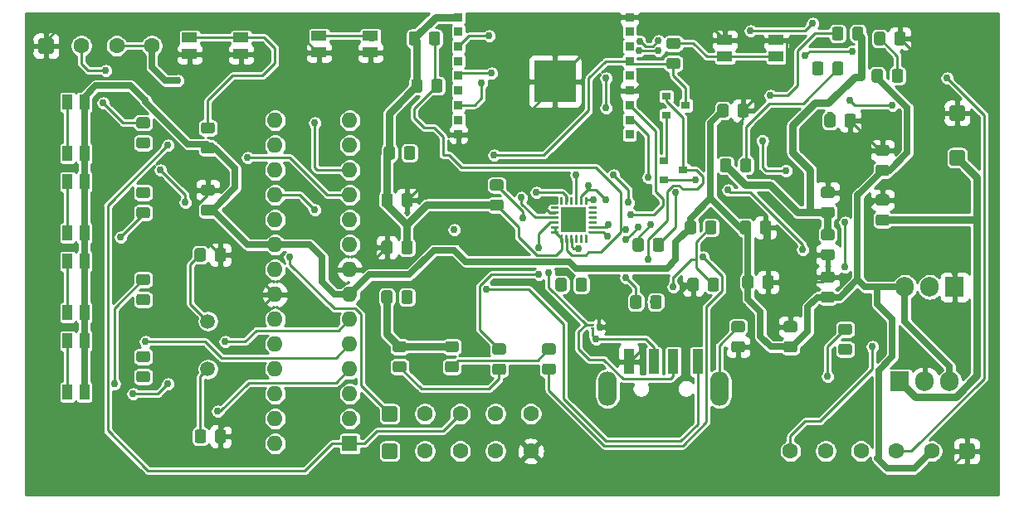
<source format=gtl>
%TF.GenerationSoftware,KiCad,Pcbnew,(5.1.6)-1*%
%TF.CreationDate,2020-08-17T15:22:45+07:00*%
%TF.ProjectId,desain150820,64657361-696e-4313-9530-3832302e6b69,v01*%
%TF.SameCoordinates,Original*%
%TF.FileFunction,Copper,L1,Top*%
%TF.FilePolarity,Positive*%
%FSLAX46Y46*%
G04 Gerber Fmt 4.6, Leading zero omitted, Abs format (unit mm)*
G04 Created by KiCad (PCBNEW (5.1.6)-1) date 2020-08-17 15:22:45*
%MOMM*%
%LPD*%
G01*
G04 APERTURE LIST*
%TA.AperFunction,ComponentPad*%
%ADD10C,1.600000*%
%TD*%
%TA.AperFunction,SMDPad,CuDef*%
%ADD11R,0.850000X0.912500*%
%TD*%
%TA.AperFunction,SMDPad,CuDef*%
%ADD12R,4.300000X4.300000*%
%TD*%
%TA.AperFunction,SMDPad,CuDef*%
%ADD13R,0.360000X0.620000*%
%TD*%
%TA.AperFunction,SMDPad,CuDef*%
%ADD14R,0.360000X0.200000*%
%TD*%
%TA.AperFunction,ComponentPad*%
%ADD15R,1.600000X1.600000*%
%TD*%
%TA.AperFunction,ComponentPad*%
%ADD16O,1.600000X1.600000*%
%TD*%
%TA.AperFunction,ComponentPad*%
%ADD17C,1.500000*%
%TD*%
%TA.AperFunction,ComponentPad*%
%ADD18O,1.905000X2.000000*%
%TD*%
%TA.AperFunction,ComponentPad*%
%ADD19R,1.905000X2.000000*%
%TD*%
%TA.AperFunction,SMDPad,CuDef*%
%ADD20R,1.550000X1.000000*%
%TD*%
%TA.AperFunction,SMDPad,CuDef*%
%ADD21R,0.900000X0.800000*%
%TD*%
%TA.AperFunction,SMDPad,CuDef*%
%ADD22R,0.450000X0.600000*%
%TD*%
%TA.AperFunction,SMDPad,CuDef*%
%ADD23R,1.100000X2.500000*%
%TD*%
%TA.AperFunction,ComponentPad*%
%ADD24O,1.900000X3.500000*%
%TD*%
%TA.AperFunction,SMDPad,CuDef*%
%ADD25R,1.000000X1.550000*%
%TD*%
%TA.AperFunction,SMDPad,CuDef*%
%ADD26R,2.600000X2.600000*%
%TD*%
%TA.AperFunction,ViaPad*%
%ADD27C,0.762000*%
%TD*%
%TA.AperFunction,Conductor*%
%ADD28C,0.762000*%
%TD*%
%TA.AperFunction,Conductor*%
%ADD29C,0.254000*%
%TD*%
%TA.AperFunction,Conductor*%
%ADD30C,0.635000*%
%TD*%
G04 APERTURE END LIST*
D10*
%TO.P,J2,4*%
%TO.N,+5V*%
X107320000Y-66040000D03*
%TO.P,J2,3*%
X103720000Y-66040000D03*
%TO.P,J2,2*%
%TO.N,Net-(J2-Pad2)*%
X100120000Y-66040000D03*
%TO.P,J2,1*%
%TO.N,GND*%
%TA.AperFunction,ComponentPad*%
G36*
G01*
X95720000Y-66590000D02*
X95720000Y-65490000D01*
G75*
G02*
X95970000Y-65240000I250000J0D01*
G01*
X97070000Y-65240000D01*
G75*
G02*
X97320000Y-65490000I0J-250000D01*
G01*
X97320000Y-66590000D01*
G75*
G02*
X97070000Y-66840000I-250000J0D01*
G01*
X95970000Y-66840000D01*
G75*
G02*
X95720000Y-66590000I0J250000D01*
G01*
G37*
%TD.AperFunction*%
%TD*%
D11*
%TO.P,ESP1,18*%
%TO.N,GND*%
X156057500Y-63088000D03*
%TO.P,ESP1,17*%
%TO.N,N/C*%
X156057500Y-64588000D03*
%TO.P,ESP1,16*%
X156057500Y-66088000D03*
%TO.P,ESP1,15*%
%TO.N,RST*%
X156057500Y-67588000D03*
%TO.P,ESP1,14*%
%TO.N,N/C*%
X156057500Y-69088000D03*
%TO.P,ESP1,13*%
%TO.N,GND*%
X156057500Y-70588000D03*
%TO.P,ESP1,12*%
%TO.N,TX01*%
X156057500Y-72088000D03*
%TO.P,ESP1,11*%
%TO.N,RX01*%
X156057500Y-73588000D03*
%TO.P,ESP1,10*%
%TO.N,N/C*%
X156057500Y-75088000D03*
%TO.P,ESP1,9*%
%TO.N,GND*%
X138582500Y-75088000D03*
%TO.P,ESP1,8*%
%TO.N,IO0*%
X138582500Y-73588000D03*
%TO.P,ESP1,7*%
%TO.N,Net-(ESP1-Pad7)*%
X138582500Y-72088000D03*
%TO.P,ESP1,6*%
%TO.N,SSESP*%
X138582500Y-70588000D03*
%TO.P,ESP1,5*%
%TO.N,MOSIESP*%
X138582500Y-69088000D03*
%TO.P,ESP1,4*%
%TO.N,MISOESP*%
X138582500Y-67588000D03*
%TO.P,ESP1,3*%
%TO.N,CLKESP*%
X138582500Y-66088000D03*
%TO.P,ESP1,2*%
%TO.N,Net-(ESP1-Pad2)*%
X138582500Y-64588000D03*
%TO.P,ESP1,1*%
%TO.N,+3V3*%
X138582500Y-63088000D03*
D12*
%TO.P,ESP1,19*%
%TO.N,GND*%
X148440000Y-69668000D03*
%TD*%
D13*
%TO.P,D4,3*%
%TO.N,GND*%
X152908000Y-94742000D03*
D14*
%TO.P,D4,2*%
%TO.N,Net-(D4-Pad2)*%
X152248000Y-94917000D03*
%TO.P,D4,1*%
%TO.N,Net-(D4-Pad1)*%
X152248000Y-94567000D03*
%TD*%
%TO.P,R22,2*%
%TO.N,+3V3*%
%TA.AperFunction,SMDPad,CuDef*%
G36*
G01*
X178767000Y-65220001D02*
X178767000Y-64319999D01*
G75*
G02*
X179016999Y-64070000I249999J0D01*
G01*
X179667001Y-64070000D01*
G75*
G02*
X179917000Y-64319999I0J-249999D01*
G01*
X179917000Y-65220001D01*
G75*
G02*
X179667001Y-65470000I-249999J0D01*
G01*
X179016999Y-65470000D01*
G75*
G02*
X178767000Y-65220001I0J249999D01*
G01*
G37*
%TD.AperFunction*%
%TO.P,R22,1*%
%TO.N,Net-(ESP1-Pad7)*%
%TA.AperFunction,SMDPad,CuDef*%
G36*
G01*
X176717000Y-65220001D02*
X176717000Y-64319999D01*
G75*
G02*
X176966999Y-64070000I249999J0D01*
G01*
X177617001Y-64070000D01*
G75*
G02*
X177867000Y-64319999I0J-249999D01*
G01*
X177867000Y-65220001D01*
G75*
G02*
X177617001Y-65470000I-249999J0D01*
G01*
X176966999Y-65470000D01*
G75*
G02*
X176717000Y-65220001I0J249999D01*
G01*
G37*
%TD.AperFunction*%
%TD*%
%TO.P,R21,2*%
%TO.N,GND*%
%TA.AperFunction,SMDPad,CuDef*%
G36*
G01*
X177987000Y-74110001D02*
X177987000Y-73209999D01*
G75*
G02*
X178236999Y-72960000I249999J0D01*
G01*
X178887001Y-72960000D01*
G75*
G02*
X179137000Y-73209999I0J-249999D01*
G01*
X179137000Y-74110001D01*
G75*
G02*
X178887001Y-74360000I-249999J0D01*
G01*
X178236999Y-74360000D01*
G75*
G02*
X177987000Y-74110001I0J249999D01*
G01*
G37*
%TD.AperFunction*%
%TO.P,R21,1*%
%TO.N,SSESP*%
%TA.AperFunction,SMDPad,CuDef*%
G36*
G01*
X175937000Y-74110001D02*
X175937000Y-73209999D01*
G75*
G02*
X176186999Y-72960000I249999J0D01*
G01*
X176837001Y-72960000D01*
G75*
G02*
X177087000Y-73209999I0J-249999D01*
G01*
X177087000Y-74110001D01*
G75*
G02*
X176837001Y-74360000I-249999J0D01*
G01*
X176186999Y-74360000D01*
G75*
G02*
X175937000Y-74110001I0J249999D01*
G01*
G37*
%TD.AperFunction*%
%TD*%
%TO.P,R20,2*%
%TO.N,Net-(MCU1-Pad3)*%
%TA.AperFunction,SMDPad,CuDef*%
G36*
G01*
X178504001Y-95571000D02*
X177603999Y-95571000D01*
G75*
G02*
X177354000Y-95321001I0J249999D01*
G01*
X177354000Y-94670999D01*
G75*
G02*
X177603999Y-94421000I249999J0D01*
G01*
X178504001Y-94421000D01*
G75*
G02*
X178754000Y-94670999I0J-249999D01*
G01*
X178754000Y-95321001D01*
G75*
G02*
X178504001Y-95571000I-249999J0D01*
G01*
G37*
%TD.AperFunction*%
%TO.P,R20,1*%
%TO.N,RX01*%
%TA.AperFunction,SMDPad,CuDef*%
G36*
G01*
X178504001Y-97621000D02*
X177603999Y-97621000D01*
G75*
G02*
X177354000Y-97371001I0J249999D01*
G01*
X177354000Y-96720999D01*
G75*
G02*
X177603999Y-96471000I249999J0D01*
G01*
X178504001Y-96471000D01*
G75*
G02*
X178754000Y-96720999I0J-249999D01*
G01*
X178754000Y-97371001D01*
G75*
G02*
X178504001Y-97621000I-249999J0D01*
G01*
G37*
%TD.AperFunction*%
%TD*%
D15*
%TO.P,MCU1,1*%
%TO.N,RESET*%
X127508000Y-106680000D03*
D16*
%TO.P,MCU1,15*%
%TO.N,N/C*%
X119888000Y-73660000D03*
%TO.P,MCU1,2*%
%TO.N,TX01*%
X127508000Y-104140000D03*
%TO.P,MCU1,16*%
%TO.N,N/C*%
X119888000Y-76200000D03*
%TO.P,MCU1,3*%
%TO.N,Net-(MCU1-Pad3)*%
X127508000Y-101600000D03*
%TO.P,MCU1,17*%
%TO.N,MOSI*%
X119888000Y-78740000D03*
%TO.P,MCU1,4*%
%TO.N,Net-(MCU1-Pad4)*%
X127508000Y-99060000D03*
%TO.P,MCU1,18*%
%TO.N,MISO*%
X119888000Y-81280000D03*
%TO.P,MCU1,5*%
%TO.N,Net-(MCU1-Pad5)*%
X127508000Y-96520000D03*
%TO.P,MCU1,19*%
%TO.N,SCK*%
X119888000Y-83820000D03*
%TO.P,MCU1,6*%
%TO.N,Net-(MCU1-Pad6)*%
X127508000Y-93980000D03*
%TO.P,MCU1,20*%
%TO.N,+5V*%
X119888000Y-86360000D03*
%TO.P,MCU1,7*%
X127508000Y-91440000D03*
%TO.P,MCU1,21*%
%TO.N,N/C*%
X119888000Y-88900000D03*
%TO.P,MCU1,8*%
%TO.N,GND*%
X127508000Y-88900000D03*
%TO.P,MCU1,22*%
X119888000Y-91440000D03*
%TO.P,MCU1,9*%
%TO.N,Net-(C2-Pad1)*%
X127508000Y-86360000D03*
%TO.P,MCU1,23*%
%TO.N,N/C*%
X119888000Y-93980000D03*
%TO.P,MCU1,10*%
%TO.N,Net-(C3-Pad1)*%
X127508000Y-83820000D03*
%TO.P,MCU1,24*%
%TO.N,N/C*%
X119888000Y-96520000D03*
%TO.P,MCU1,11*%
%TO.N,Net-(MCU1-Pad11)*%
X127508000Y-81280000D03*
%TO.P,MCU1,25*%
%TO.N,N/C*%
X119888000Y-99060000D03*
%TO.P,MCU1,12*%
%TO.N,Net-(J2-Pad2)*%
X127508000Y-78740000D03*
%TO.P,MCU1,26*%
%TO.N,N/C*%
X119888000Y-101600000D03*
%TO.P,MCU1,13*%
X127508000Y-76200000D03*
%TO.P,MCU1,27*%
X119888000Y-104140000D03*
%TO.P,MCU1,14*%
X127508000Y-73660000D03*
%TO.P,MCU1,28*%
X119888000Y-106680000D03*
%TD*%
D17*
%TO.P,Y1,1*%
%TO.N,Net-(C2-Pad1)*%
X113030000Y-99060000D03*
%TO.P,Y1,2*%
%TO.N,Net-(C3-Pad1)*%
X113030000Y-94160000D03*
%TD*%
D18*
%TO.P,U3,3*%
%TO.N,+5V*%
X188722000Y-100330000D03*
%TO.P,U3,2*%
%TO.N,GND*%
X186182000Y-100330000D03*
D19*
%TO.P,U3,1*%
%TO.N,+9V*%
X183642000Y-100330000D03*
%TD*%
D20*
%TO.P,SW7,1*%
%TO.N,Net-(R19-Pad1)*%
X129625000Y-65024000D03*
X124375000Y-65024000D03*
%TO.P,SW7,2*%
%TO.N,GND*%
X124375000Y-66724000D03*
X129625000Y-66724000D03*
%TD*%
%TO.P,R19,2*%
%TO.N,IO0*%
%TA.AperFunction,SMDPad,CuDef*%
G36*
G01*
X176735000Y-68776001D02*
X176735000Y-67875999D01*
G75*
G02*
X176984999Y-67626000I249999J0D01*
G01*
X177635001Y-67626000D01*
G75*
G02*
X177885000Y-67875999I0J-249999D01*
G01*
X177885000Y-68776001D01*
G75*
G02*
X177635001Y-69026000I-249999J0D01*
G01*
X176984999Y-69026000D01*
G75*
G02*
X176735000Y-68776001I0J249999D01*
G01*
G37*
%TD.AperFunction*%
%TO.P,R19,1*%
%TO.N,Net-(R19-Pad1)*%
%TA.AperFunction,SMDPad,CuDef*%
G36*
G01*
X174685000Y-68776001D02*
X174685000Y-67875999D01*
G75*
G02*
X174934999Y-67626000I249999J0D01*
G01*
X175585001Y-67626000D01*
G75*
G02*
X175835000Y-67875999I0J-249999D01*
G01*
X175835000Y-68776001D01*
G75*
G02*
X175585001Y-69026000I-249999J0D01*
G01*
X174934999Y-69026000D01*
G75*
G02*
X174685000Y-68776001I0J249999D01*
G01*
G37*
%TD.AperFunction*%
%TD*%
%TO.P,R18,2*%
%TO.N,IO0*%
%TA.AperFunction,SMDPad,CuDef*%
G36*
G01*
X167337000Y-78682001D02*
X167337000Y-77781999D01*
G75*
G02*
X167586999Y-77532000I249999J0D01*
G01*
X168237001Y-77532000D01*
G75*
G02*
X168487000Y-77781999I0J-249999D01*
G01*
X168487000Y-78682001D01*
G75*
G02*
X168237001Y-78932000I-249999J0D01*
G01*
X167586999Y-78932000D01*
G75*
G02*
X167337000Y-78682001I0J249999D01*
G01*
G37*
%TD.AperFunction*%
%TO.P,R18,1*%
%TO.N,+3V3*%
%TA.AperFunction,SMDPad,CuDef*%
G36*
G01*
X165287000Y-78682001D02*
X165287000Y-77781999D01*
G75*
G02*
X165536999Y-77532000I249999J0D01*
G01*
X166187001Y-77532000D01*
G75*
G02*
X166437000Y-77781999I0J-249999D01*
G01*
X166437000Y-78682001D01*
G75*
G02*
X166187001Y-78932000I-249999J0D01*
G01*
X165536999Y-78932000D01*
G75*
G02*
X165287000Y-78682001I0J249999D01*
G01*
G37*
%TD.AperFunction*%
%TD*%
D21*
%TO.P,Q2,3*%
%TO.N,Net-(Q1-Pad1)*%
X161544000Y-78740000D03*
%TO.P,Q2,2*%
%TO.N,IO0*%
X159544000Y-79690000D03*
%TO.P,Q2,1*%
%TO.N,Net-(Q1-Pad2)*%
X159544000Y-77790000D03*
%TD*%
%TO.P,Q1,3*%
%TO.N,RST*%
X161798000Y-72136000D03*
%TO.P,Q1,2*%
%TO.N,Net-(Q1-Pad2)*%
X159798000Y-73086000D03*
%TO.P,Q1,1*%
%TO.N,Net-(Q1-Pad1)*%
X159798000Y-71186000D03*
%TD*%
%TO.P,C16,2*%
%TO.N,GND*%
%TA.AperFunction,SMDPad,CuDef*%
G36*
G01*
X167065000Y-73094001D02*
X167065000Y-72193999D01*
G75*
G02*
X167314999Y-71944000I249999J0D01*
G01*
X167965001Y-71944000D01*
G75*
G02*
X168215000Y-72193999I0J-249999D01*
G01*
X168215000Y-73094001D01*
G75*
G02*
X167965001Y-73344000I-249999J0D01*
G01*
X167314999Y-73344000D01*
G75*
G02*
X167065000Y-73094001I0J249999D01*
G01*
G37*
%TD.AperFunction*%
%TO.P,C16,1*%
%TO.N,+5V*%
%TA.AperFunction,SMDPad,CuDef*%
G36*
G01*
X165015000Y-73094001D02*
X165015000Y-72193999D01*
G75*
G02*
X165264999Y-71944000I249999J0D01*
G01*
X165915001Y-71944000D01*
G75*
G02*
X166165000Y-72193999I0J-249999D01*
G01*
X166165000Y-73094001D01*
G75*
G02*
X165915001Y-73344000I-249999J0D01*
G01*
X165264999Y-73344000D01*
G75*
G02*
X165015000Y-73094001I0J249999D01*
G01*
G37*
%TD.AperFunction*%
%TD*%
%TO.P,C1,2*%
%TO.N,GND*%
%TA.AperFunction,SMDPad,CuDef*%
G36*
G01*
X113480001Y-81347000D02*
X112579999Y-81347000D01*
G75*
G02*
X112330000Y-81097001I0J249999D01*
G01*
X112330000Y-80446999D01*
G75*
G02*
X112579999Y-80197000I249999J0D01*
G01*
X113480001Y-80197000D01*
G75*
G02*
X113730000Y-80446999I0J-249999D01*
G01*
X113730000Y-81097001D01*
G75*
G02*
X113480001Y-81347000I-249999J0D01*
G01*
G37*
%TD.AperFunction*%
%TO.P,C1,1*%
%TO.N,+5V*%
%TA.AperFunction,SMDPad,CuDef*%
G36*
G01*
X113480001Y-83397000D02*
X112579999Y-83397000D01*
G75*
G02*
X112330000Y-83147001I0J249999D01*
G01*
X112330000Y-82496999D01*
G75*
G02*
X112579999Y-82247000I249999J0D01*
G01*
X113480001Y-82247000D01*
G75*
G02*
X113730000Y-82496999I0J-249999D01*
G01*
X113730000Y-83147001D01*
G75*
G02*
X113480001Y-83397000I-249999J0D01*
G01*
G37*
%TD.AperFunction*%
%TD*%
%TO.P,C2,2*%
%TO.N,GND*%
%TA.AperFunction,SMDPad,CuDef*%
G36*
G01*
X113743000Y-106368001D02*
X113743000Y-105467999D01*
G75*
G02*
X113992999Y-105218000I249999J0D01*
G01*
X114643001Y-105218000D01*
G75*
G02*
X114893000Y-105467999I0J-249999D01*
G01*
X114893000Y-106368001D01*
G75*
G02*
X114643001Y-106618000I-249999J0D01*
G01*
X113992999Y-106618000D01*
G75*
G02*
X113743000Y-106368001I0J249999D01*
G01*
G37*
%TD.AperFunction*%
%TO.P,C2,1*%
%TO.N,Net-(C2-Pad1)*%
%TA.AperFunction,SMDPad,CuDef*%
G36*
G01*
X111693000Y-106368001D02*
X111693000Y-105467999D01*
G75*
G02*
X111942999Y-105218000I249999J0D01*
G01*
X112593001Y-105218000D01*
G75*
G02*
X112843000Y-105467999I0J-249999D01*
G01*
X112843000Y-106368001D01*
G75*
G02*
X112593001Y-106618000I-249999J0D01*
G01*
X111942999Y-106618000D01*
G75*
G02*
X111693000Y-106368001I0J249999D01*
G01*
G37*
%TD.AperFunction*%
%TD*%
%TO.P,C3,1*%
%TO.N,Net-(C3-Pad1)*%
%TA.AperFunction,SMDPad,CuDef*%
G36*
G01*
X111675000Y-87826001D02*
X111675000Y-86925999D01*
G75*
G02*
X111924999Y-86676000I249999J0D01*
G01*
X112575001Y-86676000D01*
G75*
G02*
X112825000Y-86925999I0J-249999D01*
G01*
X112825000Y-87826001D01*
G75*
G02*
X112575001Y-88076000I-249999J0D01*
G01*
X111924999Y-88076000D01*
G75*
G02*
X111675000Y-87826001I0J249999D01*
G01*
G37*
%TD.AperFunction*%
%TO.P,C3,2*%
%TO.N,GND*%
%TA.AperFunction,SMDPad,CuDef*%
G36*
G01*
X113725000Y-87826001D02*
X113725000Y-86925999D01*
G75*
G02*
X113974999Y-86676000I249999J0D01*
G01*
X114625001Y-86676000D01*
G75*
G02*
X114875000Y-86925999I0J-249999D01*
G01*
X114875000Y-87826001D01*
G75*
G02*
X114625001Y-88076000I-249999J0D01*
G01*
X113974999Y-88076000D01*
G75*
G02*
X113725000Y-87826001I0J249999D01*
G01*
G37*
%TD.AperFunction*%
%TD*%
%TO.P,C4,1*%
%TO.N,GND*%
%TA.AperFunction,SMDPad,CuDef*%
G36*
G01*
X130725000Y-87064001D02*
X130725000Y-86163999D01*
G75*
G02*
X130974999Y-85914000I249999J0D01*
G01*
X131625001Y-85914000D01*
G75*
G02*
X131875000Y-86163999I0J-249999D01*
G01*
X131875000Y-87064001D01*
G75*
G02*
X131625001Y-87314000I-249999J0D01*
G01*
X130974999Y-87314000D01*
G75*
G02*
X130725000Y-87064001I0J249999D01*
G01*
G37*
%TD.AperFunction*%
%TO.P,C4,2*%
%TO.N,+3V3*%
%TA.AperFunction,SMDPad,CuDef*%
G36*
G01*
X132775000Y-87064001D02*
X132775000Y-86163999D01*
G75*
G02*
X133024999Y-85914000I249999J0D01*
G01*
X133675001Y-85914000D01*
G75*
G02*
X133925000Y-86163999I0J-249999D01*
G01*
X133925000Y-87064001D01*
G75*
G02*
X133675001Y-87314000I-249999J0D01*
G01*
X133024999Y-87314000D01*
G75*
G02*
X132775000Y-87064001I0J249999D01*
G01*
G37*
%TD.AperFunction*%
%TD*%
%TO.P,C5,1*%
%TO.N,+3V3*%
%TA.AperFunction,SMDPad,CuDef*%
G36*
G01*
X130734000Y-82238001D02*
X130734000Y-81337999D01*
G75*
G02*
X130983999Y-81088000I249999J0D01*
G01*
X131634001Y-81088000D01*
G75*
G02*
X131884000Y-81337999I0J-249999D01*
G01*
X131884000Y-82238001D01*
G75*
G02*
X131634001Y-82488000I-249999J0D01*
G01*
X130983999Y-82488000D01*
G75*
G02*
X130734000Y-82238001I0J249999D01*
G01*
G37*
%TD.AperFunction*%
%TO.P,C5,2*%
%TO.N,GND*%
%TA.AperFunction,SMDPad,CuDef*%
G36*
G01*
X132784000Y-82238001D02*
X132784000Y-81337999D01*
G75*
G02*
X133033999Y-81088000I249999J0D01*
G01*
X133684001Y-81088000D01*
G75*
G02*
X133934000Y-81337999I0J-249999D01*
G01*
X133934000Y-82238001D01*
G75*
G02*
X133684001Y-82488000I-249999J0D01*
G01*
X133033999Y-82488000D01*
G75*
G02*
X132784000Y-82238001I0J249999D01*
G01*
G37*
%TD.AperFunction*%
%TD*%
%TO.P,C6,1*%
%TO.N,+5V*%
%TA.AperFunction,SMDPad,CuDef*%
G36*
G01*
X176726001Y-92287000D02*
X175825999Y-92287000D01*
G75*
G02*
X175576000Y-92037001I0J249999D01*
G01*
X175576000Y-91386999D01*
G75*
G02*
X175825999Y-91137000I249999J0D01*
G01*
X176726001Y-91137000D01*
G75*
G02*
X176976000Y-91386999I0J-249999D01*
G01*
X176976000Y-92037001D01*
G75*
G02*
X176726001Y-92287000I-249999J0D01*
G01*
G37*
%TD.AperFunction*%
%TO.P,C6,2*%
%TO.N,GND*%
%TA.AperFunction,SMDPad,CuDef*%
G36*
G01*
X176726001Y-90237000D02*
X175825999Y-90237000D01*
G75*
G02*
X175576000Y-89987001I0J249999D01*
G01*
X175576000Y-89336999D01*
G75*
G02*
X175825999Y-89087000I249999J0D01*
G01*
X176726001Y-89087000D01*
G75*
G02*
X176976000Y-89336999I0J-249999D01*
G01*
X176976000Y-89987001D01*
G75*
G02*
X176726001Y-90237000I-249999J0D01*
G01*
G37*
%TD.AperFunction*%
%TD*%
%TO.P,C7,2*%
%TO.N,GND*%
%TA.AperFunction,SMDPad,CuDef*%
G36*
G01*
X172916001Y-95308000D02*
X172015999Y-95308000D01*
G75*
G02*
X171766000Y-95058001I0J249999D01*
G01*
X171766000Y-94407999D01*
G75*
G02*
X172015999Y-94158000I249999J0D01*
G01*
X172916001Y-94158000D01*
G75*
G02*
X173166000Y-94407999I0J-249999D01*
G01*
X173166000Y-95058001D01*
G75*
G02*
X172916001Y-95308000I-249999J0D01*
G01*
G37*
%TD.AperFunction*%
%TO.P,C7,1*%
%TO.N,+5V*%
%TA.AperFunction,SMDPad,CuDef*%
G36*
G01*
X172916001Y-97358000D02*
X172015999Y-97358000D01*
G75*
G02*
X171766000Y-97108001I0J249999D01*
G01*
X171766000Y-96457999D01*
G75*
G02*
X172015999Y-96208000I249999J0D01*
G01*
X172916001Y-96208000D01*
G75*
G02*
X173166000Y-96457999I0J-249999D01*
G01*
X173166000Y-97108001D01*
G75*
G02*
X172916001Y-97358000I-249999J0D01*
G01*
G37*
%TD.AperFunction*%
%TD*%
%TO.P,C8,2*%
%TO.N,GND*%
%TA.AperFunction,SMDPad,CuDef*%
G36*
G01*
X169351000Y-85032001D02*
X169351000Y-84131999D01*
G75*
G02*
X169600999Y-83882000I249999J0D01*
G01*
X170251001Y-83882000D01*
G75*
G02*
X170501000Y-84131999I0J-249999D01*
G01*
X170501000Y-85032001D01*
G75*
G02*
X170251001Y-85282000I-249999J0D01*
G01*
X169600999Y-85282000D01*
G75*
G02*
X169351000Y-85032001I0J249999D01*
G01*
G37*
%TD.AperFunction*%
%TO.P,C8,1*%
%TO.N,+5V*%
%TA.AperFunction,SMDPad,CuDef*%
G36*
G01*
X167301000Y-85032001D02*
X167301000Y-84131999D01*
G75*
G02*
X167550999Y-83882000I249999J0D01*
G01*
X168201001Y-83882000D01*
G75*
G02*
X168451000Y-84131999I0J-249999D01*
G01*
X168451000Y-85032001D01*
G75*
G02*
X168201001Y-85282000I-249999J0D01*
G01*
X167550999Y-85282000D01*
G75*
G02*
X167301000Y-85032001I0J249999D01*
G01*
G37*
%TD.AperFunction*%
%TD*%
%TO.P,C9,2*%
%TO.N,Net-(C11-Pad2)*%
%TA.AperFunction,SMDPad,CuDef*%
G36*
G01*
X135578000Y-65719001D02*
X135578000Y-64818999D01*
G75*
G02*
X135827999Y-64569000I249999J0D01*
G01*
X136478001Y-64569000D01*
G75*
G02*
X136728000Y-64818999I0J-249999D01*
G01*
X136728000Y-65719001D01*
G75*
G02*
X136478001Y-65969000I-249999J0D01*
G01*
X135827999Y-65969000D01*
G75*
G02*
X135578000Y-65719001I0J249999D01*
G01*
G37*
%TD.AperFunction*%
%TO.P,C9,1*%
%TO.N,+3V3*%
%TA.AperFunction,SMDPad,CuDef*%
G36*
G01*
X133528000Y-65719001D02*
X133528000Y-64818999D01*
G75*
G02*
X133777999Y-64569000I249999J0D01*
G01*
X134428001Y-64569000D01*
G75*
G02*
X134678000Y-64818999I0J-249999D01*
G01*
X134678000Y-65719001D01*
G75*
G02*
X134428001Y-65969000I-249999J0D01*
G01*
X133777999Y-65969000D01*
G75*
G02*
X133528000Y-65719001I0J249999D01*
G01*
G37*
%TD.AperFunction*%
%TD*%
%TO.P,C10,1*%
%TO.N,+5V*%
%TA.AperFunction,SMDPad,CuDef*%
G36*
G01*
X167555000Y-90620001D02*
X167555000Y-89719999D01*
G75*
G02*
X167804999Y-89470000I249999J0D01*
G01*
X168455001Y-89470000D01*
G75*
G02*
X168705000Y-89719999I0J-249999D01*
G01*
X168705000Y-90620001D01*
G75*
G02*
X168455001Y-90870000I-249999J0D01*
G01*
X167804999Y-90870000D01*
G75*
G02*
X167555000Y-90620001I0J249999D01*
G01*
G37*
%TD.AperFunction*%
%TO.P,C10,2*%
%TO.N,GND*%
%TA.AperFunction,SMDPad,CuDef*%
G36*
G01*
X169605000Y-90620001D02*
X169605000Y-89719999D01*
G75*
G02*
X169854999Y-89470000I249999J0D01*
G01*
X170505001Y-89470000D01*
G75*
G02*
X170755000Y-89719999I0J-249999D01*
G01*
X170755000Y-90620001D01*
G75*
G02*
X170505001Y-90870000I-249999J0D01*
G01*
X169854999Y-90870000D01*
G75*
G02*
X169605000Y-90620001I0J249999D01*
G01*
G37*
%TD.AperFunction*%
%TD*%
%TO.P,C11,1*%
%TO.N,+3V3*%
%TA.AperFunction,SMDPad,CuDef*%
G36*
G01*
X133782000Y-70563001D02*
X133782000Y-69662999D01*
G75*
G02*
X134031999Y-69413000I249999J0D01*
G01*
X134682001Y-69413000D01*
G75*
G02*
X134932000Y-69662999I0J-249999D01*
G01*
X134932000Y-70563001D01*
G75*
G02*
X134682001Y-70813000I-249999J0D01*
G01*
X134031999Y-70813000D01*
G75*
G02*
X133782000Y-70563001I0J249999D01*
G01*
G37*
%TD.AperFunction*%
%TO.P,C11,2*%
%TO.N,Net-(C11-Pad2)*%
%TA.AperFunction,SMDPad,CuDef*%
G36*
G01*
X135832000Y-70563001D02*
X135832000Y-69662999D01*
G75*
G02*
X136081999Y-69413000I249999J0D01*
G01*
X136732001Y-69413000D01*
G75*
G02*
X136982000Y-69662999I0J-249999D01*
G01*
X136982000Y-70563001D01*
G75*
G02*
X136732001Y-70813000I-249999J0D01*
G01*
X136081999Y-70813000D01*
G75*
G02*
X135832000Y-70563001I0J249999D01*
G01*
G37*
%TD.AperFunction*%
%TD*%
%TO.P,C12,2*%
%TO.N,GND*%
%TA.AperFunction,SMDPad,CuDef*%
G36*
G01*
X175825999Y-86801000D02*
X176726001Y-86801000D01*
G75*
G02*
X176976000Y-87050999I0J-249999D01*
G01*
X176976000Y-87701001D01*
G75*
G02*
X176726001Y-87951000I-249999J0D01*
G01*
X175825999Y-87951000D01*
G75*
G02*
X175576000Y-87701001I0J249999D01*
G01*
X175576000Y-87050999D01*
G75*
G02*
X175825999Y-86801000I249999J0D01*
G01*
G37*
%TD.AperFunction*%
%TO.P,C12,1*%
%TO.N,+3V3*%
%TA.AperFunction,SMDPad,CuDef*%
G36*
G01*
X175825999Y-84751000D02*
X176726001Y-84751000D01*
G75*
G02*
X176976000Y-85000999I0J-249999D01*
G01*
X176976000Y-85651001D01*
G75*
G02*
X176726001Y-85901000I-249999J0D01*
G01*
X175825999Y-85901000D01*
G75*
G02*
X175576000Y-85651001I0J249999D01*
G01*
X175576000Y-85000999D01*
G75*
G02*
X175825999Y-84751000I249999J0D01*
G01*
G37*
%TD.AperFunction*%
%TD*%
%TO.P,C13,1*%
%TO.N,+3V3*%
%TA.AperFunction,SMDPad,CuDef*%
G36*
G01*
X176726001Y-83633000D02*
X175825999Y-83633000D01*
G75*
G02*
X175576000Y-83383001I0J249999D01*
G01*
X175576000Y-82732999D01*
G75*
G02*
X175825999Y-82483000I249999J0D01*
G01*
X176726001Y-82483000D01*
G75*
G02*
X176976000Y-82732999I0J-249999D01*
G01*
X176976000Y-83383001D01*
G75*
G02*
X176726001Y-83633000I-249999J0D01*
G01*
G37*
%TD.AperFunction*%
%TO.P,C13,2*%
%TO.N,GND*%
%TA.AperFunction,SMDPad,CuDef*%
G36*
G01*
X176726001Y-81583000D02*
X175825999Y-81583000D01*
G75*
G02*
X175576000Y-81333001I0J249999D01*
G01*
X175576000Y-80682999D01*
G75*
G02*
X175825999Y-80433000I249999J0D01*
G01*
X176726001Y-80433000D01*
G75*
G02*
X176976000Y-80682999I0J-249999D01*
G01*
X176976000Y-81333001D01*
G75*
G02*
X176726001Y-81583000I-249999J0D01*
G01*
G37*
%TD.AperFunction*%
%TD*%
%TO.P,C14,1*%
%TO.N,+9V*%
%TA.AperFunction,SMDPad,CuDef*%
G36*
G01*
X182314001Y-84404000D02*
X181413999Y-84404000D01*
G75*
G02*
X181164000Y-84154001I0J249999D01*
G01*
X181164000Y-83503999D01*
G75*
G02*
X181413999Y-83254000I249999J0D01*
G01*
X182314001Y-83254000D01*
G75*
G02*
X182564000Y-83503999I0J-249999D01*
G01*
X182564000Y-84154001D01*
G75*
G02*
X182314001Y-84404000I-249999J0D01*
G01*
G37*
%TD.AperFunction*%
%TO.P,C14,2*%
%TO.N,GND*%
%TA.AperFunction,SMDPad,CuDef*%
G36*
G01*
X182314001Y-82354000D02*
X181413999Y-82354000D01*
G75*
G02*
X181164000Y-82104001I0J249999D01*
G01*
X181164000Y-81453999D01*
G75*
G02*
X181413999Y-81204000I249999J0D01*
G01*
X182314001Y-81204000D01*
G75*
G02*
X182564000Y-81453999I0J-249999D01*
G01*
X182564000Y-82104001D01*
G75*
G02*
X182314001Y-82354000I-249999J0D01*
G01*
G37*
%TD.AperFunction*%
%TD*%
%TO.P,C15,2*%
%TO.N,GND*%
%TA.AperFunction,SMDPad,CuDef*%
G36*
G01*
X182314001Y-77283000D02*
X181413999Y-77283000D01*
G75*
G02*
X181164000Y-77033001I0J249999D01*
G01*
X181164000Y-76382999D01*
G75*
G02*
X181413999Y-76133000I249999J0D01*
G01*
X182314001Y-76133000D01*
G75*
G02*
X182564000Y-76382999I0J-249999D01*
G01*
X182564000Y-77033001D01*
G75*
G02*
X182314001Y-77283000I-249999J0D01*
G01*
G37*
%TD.AperFunction*%
%TO.P,C15,1*%
%TO.N,+5V*%
%TA.AperFunction,SMDPad,CuDef*%
G36*
G01*
X182314001Y-79333000D02*
X181413999Y-79333000D01*
G75*
G02*
X181164000Y-79083001I0J249999D01*
G01*
X181164000Y-78432999D01*
G75*
G02*
X181413999Y-78183000I249999J0D01*
G01*
X182314001Y-78183000D01*
G75*
G02*
X182564000Y-78432999I0J-249999D01*
G01*
X182564000Y-79083001D01*
G75*
G02*
X182314001Y-79333000I-249999J0D01*
G01*
G37*
%TD.AperFunction*%
%TD*%
%TO.P,D1,2*%
%TO.N,Net-(D1-Pad2)*%
%TA.AperFunction,SMDPad,CuDef*%
G36*
G01*
X142297999Y-98494000D02*
X143198001Y-98494000D01*
G75*
G02*
X143448000Y-98743999I0J-249999D01*
G01*
X143448000Y-99394001D01*
G75*
G02*
X143198001Y-99644000I-249999J0D01*
G01*
X142297999Y-99644000D01*
G75*
G02*
X142048000Y-99394001I0J249999D01*
G01*
X142048000Y-98743999D01*
G75*
G02*
X142297999Y-98494000I249999J0D01*
G01*
G37*
%TD.AperFunction*%
%TO.P,D1,1*%
%TO.N,Net-(D1-Pad1)*%
%TA.AperFunction,SMDPad,CuDef*%
G36*
G01*
X142297999Y-96444000D02*
X143198001Y-96444000D01*
G75*
G02*
X143448000Y-96693999I0J-249999D01*
G01*
X143448000Y-97344001D01*
G75*
G02*
X143198001Y-97594000I-249999J0D01*
G01*
X142297999Y-97594000D01*
G75*
G02*
X142048000Y-97344001I0J249999D01*
G01*
X142048000Y-96693999D01*
G75*
G02*
X142297999Y-96444000I249999J0D01*
G01*
G37*
%TD.AperFunction*%
%TD*%
%TO.P,D2,1*%
%TO.N,Net-(D2-Pad1)*%
%TA.AperFunction,SMDPad,CuDef*%
G36*
G01*
X148278001Y-99635000D02*
X147377999Y-99635000D01*
G75*
G02*
X147128000Y-99385001I0J249999D01*
G01*
X147128000Y-98734999D01*
G75*
G02*
X147377999Y-98485000I249999J0D01*
G01*
X148278001Y-98485000D01*
G75*
G02*
X148528000Y-98734999I0J-249999D01*
G01*
X148528000Y-99385001D01*
G75*
G02*
X148278001Y-99635000I-249999J0D01*
G01*
G37*
%TD.AperFunction*%
%TO.P,D2,2*%
%TO.N,Net-(D2-Pad2)*%
%TA.AperFunction,SMDPad,CuDef*%
G36*
G01*
X148278001Y-97585000D02*
X147377999Y-97585000D01*
G75*
G02*
X147128000Y-97335001I0J249999D01*
G01*
X147128000Y-96684999D01*
G75*
G02*
X147377999Y-96435000I249999J0D01*
G01*
X148278001Y-96435000D01*
G75*
G02*
X148528000Y-96684999I0J-249999D01*
G01*
X148528000Y-97335001D01*
G75*
G02*
X148278001Y-97585000I-249999J0D01*
G01*
G37*
%TD.AperFunction*%
%TD*%
%TO.P,D3,1*%
%TO.N,GND*%
%TA.AperFunction,SMDPad,CuDef*%
G36*
G01*
X184217000Y-64827999D02*
X184217000Y-65728001D01*
G75*
G02*
X183967001Y-65978000I-249999J0D01*
G01*
X183316999Y-65978000D01*
G75*
G02*
X183067000Y-65728001I0J249999D01*
G01*
X183067000Y-64827999D01*
G75*
G02*
X183316999Y-64578000I249999J0D01*
G01*
X183967001Y-64578000D01*
G75*
G02*
X184217000Y-64827999I0J-249999D01*
G01*
G37*
%TD.AperFunction*%
%TO.P,D3,2*%
%TO.N,Net-(D3-Pad2)*%
%TA.AperFunction,SMDPad,CuDef*%
G36*
G01*
X182167000Y-64827999D02*
X182167000Y-65728001D01*
G75*
G02*
X181917001Y-65978000I-249999J0D01*
G01*
X181266999Y-65978000D01*
G75*
G02*
X181017000Y-65728001I0J249999D01*
G01*
X181017000Y-64827999D01*
G75*
G02*
X181266999Y-64578000I249999J0D01*
G01*
X181917001Y-64578000D01*
G75*
G02*
X182167000Y-64827999I0J-249999D01*
G01*
G37*
%TD.AperFunction*%
%TD*%
D22*
%TO.P,D5,1*%
%TO.N,+5V*%
X138176000Y-86902000D03*
%TO.P,D5,2*%
%TO.N,Net-(D5-Pad2)*%
X138176000Y-84802000D03*
%TD*%
D23*
%TO.P,J1,2*%
%TO.N,Net-(D4-Pad1)*%
X160512000Y-98300000D03*
%TO.P,J1,3*%
%TO.N,Net-(D4-Pad2)*%
X158512000Y-98300000D03*
%TO.P,J1,1*%
%TO.N,Net-(D5-Pad2)*%
X163012000Y-98300000D03*
%TO.P,J1,4*%
%TO.N,GND*%
X156012000Y-98300000D03*
D24*
%TO.P,J1,5*%
%TO.N,Net-(J1-Pad5)*%
X165212000Y-101050000D03*
X153812000Y-101050000D03*
%TD*%
%TO.P,R1,2*%
%TO.N,RESET*%
%TA.AperFunction,SMDPad,CuDef*%
G36*
G01*
X113480001Y-74997000D02*
X112579999Y-74997000D01*
G75*
G02*
X112330000Y-74747001I0J249999D01*
G01*
X112330000Y-74096999D01*
G75*
G02*
X112579999Y-73847000I249999J0D01*
G01*
X113480001Y-73847000D01*
G75*
G02*
X113730000Y-74096999I0J-249999D01*
G01*
X113730000Y-74747001D01*
G75*
G02*
X113480001Y-74997000I-249999J0D01*
G01*
G37*
%TD.AperFunction*%
%TO.P,R1,1*%
%TO.N,+5V*%
%TA.AperFunction,SMDPad,CuDef*%
G36*
G01*
X113480001Y-77047000D02*
X112579999Y-77047000D01*
G75*
G02*
X112330000Y-76797001I0J249999D01*
G01*
X112330000Y-76146999D01*
G75*
G02*
X112579999Y-75897000I249999J0D01*
G01*
X113480001Y-75897000D01*
G75*
G02*
X113730000Y-76146999I0J-249999D01*
G01*
X113730000Y-76797001D01*
G75*
G02*
X113480001Y-77047000I-249999J0D01*
G01*
G37*
%TD.AperFunction*%
%TD*%
%TO.P,R2,2*%
%TO.N,Net-(R2-Pad2)*%
%TA.AperFunction,SMDPad,CuDef*%
G36*
G01*
X157529000Y-85909999D02*
X157529000Y-86810001D01*
G75*
G02*
X157279001Y-87060000I-249999J0D01*
G01*
X156628999Y-87060000D01*
G75*
G02*
X156379000Y-86810001I0J249999D01*
G01*
X156379000Y-85909999D01*
G75*
G02*
X156628999Y-85660000I249999J0D01*
G01*
X157279001Y-85660000D01*
G75*
G02*
X157529000Y-85909999I0J-249999D01*
G01*
G37*
%TD.AperFunction*%
%TO.P,R2,1*%
%TO.N,RX01*%
%TA.AperFunction,SMDPad,CuDef*%
G36*
G01*
X159579000Y-85909999D02*
X159579000Y-86810001D01*
G75*
G02*
X159329001Y-87060000I-249999J0D01*
G01*
X158678999Y-87060000D01*
G75*
G02*
X158429000Y-86810001I0J249999D01*
G01*
X158429000Y-85909999D01*
G75*
G02*
X158678999Y-85660000I249999J0D01*
G01*
X159329001Y-85660000D01*
G75*
G02*
X159579000Y-85909999I0J-249999D01*
G01*
G37*
%TD.AperFunction*%
%TD*%
%TO.P,R3,1*%
%TO.N,Net-(Q1-Pad2)*%
%TA.AperFunction,SMDPad,CuDef*%
G36*
G01*
X159325000Y-91751999D02*
X159325000Y-92652001D01*
G75*
G02*
X159075001Y-92902000I-249999J0D01*
G01*
X158424999Y-92902000D01*
G75*
G02*
X158175000Y-92652001I0J249999D01*
G01*
X158175000Y-91751999D01*
G75*
G02*
X158424999Y-91502000I249999J0D01*
G01*
X159075001Y-91502000D01*
G75*
G02*
X159325000Y-91751999I0J-249999D01*
G01*
G37*
%TD.AperFunction*%
%TO.P,R3,2*%
%TO.N,Net-(R3-Pad2)*%
%TA.AperFunction,SMDPad,CuDef*%
G36*
G01*
X157275000Y-91751999D02*
X157275000Y-92652001D01*
G75*
G02*
X157025001Y-92902000I-249999J0D01*
G01*
X156374999Y-92902000D01*
G75*
G02*
X156125000Y-92652001I0J249999D01*
G01*
X156125000Y-91751999D01*
G75*
G02*
X156374999Y-91502000I249999J0D01*
G01*
X157025001Y-91502000D01*
G75*
G02*
X157275000Y-91751999I0J-249999D01*
G01*
G37*
%TD.AperFunction*%
%TD*%
%TO.P,R4,1*%
%TO.N,Net-(R4-Pad1)*%
%TA.AperFunction,SMDPad,CuDef*%
G36*
G01*
X148505000Y-90874001D02*
X148505000Y-89973999D01*
G75*
G02*
X148754999Y-89724000I249999J0D01*
G01*
X149405001Y-89724000D01*
G75*
G02*
X149655000Y-89973999I0J-249999D01*
G01*
X149655000Y-90874001D01*
G75*
G02*
X149405001Y-91124000I-249999J0D01*
G01*
X148754999Y-91124000D01*
G75*
G02*
X148505000Y-90874001I0J249999D01*
G01*
G37*
%TD.AperFunction*%
%TO.P,R4,2*%
%TO.N,Net-(Q1-Pad1)*%
%TA.AperFunction,SMDPad,CuDef*%
G36*
G01*
X150555000Y-90874001D02*
X150555000Y-89973999D01*
G75*
G02*
X150804999Y-89724000I249999J0D01*
G01*
X151455001Y-89724000D01*
G75*
G02*
X151705000Y-89973999I0J-249999D01*
G01*
X151705000Y-90874001D01*
G75*
G02*
X151455001Y-91124000I-249999J0D01*
G01*
X150804999Y-91124000D01*
G75*
G02*
X150555000Y-90874001I0J249999D01*
G01*
G37*
%TD.AperFunction*%
%TD*%
%TO.P,R5,2*%
%TO.N,+3V3*%
%TA.AperFunction,SMDPad,CuDef*%
G36*
G01*
X133038001Y-97349000D02*
X132137999Y-97349000D01*
G75*
G02*
X131888000Y-97099001I0J249999D01*
G01*
X131888000Y-96448999D01*
G75*
G02*
X132137999Y-96199000I249999J0D01*
G01*
X133038001Y-96199000D01*
G75*
G02*
X133288000Y-96448999I0J-249999D01*
G01*
X133288000Y-97099001D01*
G75*
G02*
X133038001Y-97349000I-249999J0D01*
G01*
G37*
%TD.AperFunction*%
%TO.P,R5,1*%
%TO.N,Net-(D1-Pad2)*%
%TA.AperFunction,SMDPad,CuDef*%
G36*
G01*
X133038001Y-99399000D02*
X132137999Y-99399000D01*
G75*
G02*
X131888000Y-99149001I0J249999D01*
G01*
X131888000Y-98498999D01*
G75*
G02*
X132137999Y-98249000I249999J0D01*
G01*
X133038001Y-98249000D01*
G75*
G02*
X133288000Y-98498999I0J-249999D01*
G01*
X133288000Y-99149001D01*
G75*
G02*
X133038001Y-99399000I-249999J0D01*
G01*
G37*
%TD.AperFunction*%
%TD*%
%TO.P,R6,1*%
%TO.N,Net-(D2-Pad2)*%
%TA.AperFunction,SMDPad,CuDef*%
G36*
G01*
X138372001Y-99399000D02*
X137471999Y-99399000D01*
G75*
G02*
X137222000Y-99149001I0J249999D01*
G01*
X137222000Y-98498999D01*
G75*
G02*
X137471999Y-98249000I249999J0D01*
G01*
X138372001Y-98249000D01*
G75*
G02*
X138622000Y-98498999I0J-249999D01*
G01*
X138622000Y-99149001D01*
G75*
G02*
X138372001Y-99399000I-249999J0D01*
G01*
G37*
%TD.AperFunction*%
%TO.P,R6,2*%
%TO.N,+3V3*%
%TA.AperFunction,SMDPad,CuDef*%
G36*
G01*
X138372001Y-97349000D02*
X137471999Y-97349000D01*
G75*
G02*
X137222000Y-97099001I0J249999D01*
G01*
X137222000Y-96448999D01*
G75*
G02*
X137471999Y-96199000I249999J0D01*
G01*
X138372001Y-96199000D01*
G75*
G02*
X138622000Y-96448999I0J-249999D01*
G01*
X138622000Y-97099001D01*
G75*
G02*
X138372001Y-97349000I-249999J0D01*
G01*
G37*
%TD.AperFunction*%
%TD*%
%TO.P,R7,1*%
%TO.N,Net-(D3-Pad2)*%
%TA.AperFunction,SMDPad,CuDef*%
G36*
G01*
X183963000Y-68637999D02*
X183963000Y-69538001D01*
G75*
G02*
X183713001Y-69788000I-249999J0D01*
G01*
X183062999Y-69788000D01*
G75*
G02*
X182813000Y-69538001I0J249999D01*
G01*
X182813000Y-68637999D01*
G75*
G02*
X183062999Y-68388000I249999J0D01*
G01*
X183713001Y-68388000D01*
G75*
G02*
X183963000Y-68637999I0J-249999D01*
G01*
G37*
%TD.AperFunction*%
%TO.P,R7,2*%
%TO.N,+5V*%
%TA.AperFunction,SMDPad,CuDef*%
G36*
G01*
X181913000Y-68637999D02*
X181913000Y-69538001D01*
G75*
G02*
X181663001Y-69788000I-249999J0D01*
G01*
X181012999Y-69788000D01*
G75*
G02*
X180763000Y-69538001I0J249999D01*
G01*
X180763000Y-68637999D01*
G75*
G02*
X181012999Y-68388000I249999J0D01*
G01*
X181663001Y-68388000D01*
G75*
G02*
X181913000Y-68637999I0J-249999D01*
G01*
G37*
%TD.AperFunction*%
%TD*%
%TO.P,R8,2*%
%TO.N,Net-(R8-Pad2)*%
%TA.AperFunction,SMDPad,CuDef*%
G36*
G01*
X142944001Y-80830000D02*
X142043999Y-80830000D01*
G75*
G02*
X141794000Y-80580001I0J249999D01*
G01*
X141794000Y-79929999D01*
G75*
G02*
X142043999Y-79680000I249999J0D01*
G01*
X142944001Y-79680000D01*
G75*
G02*
X143194000Y-79929999I0J-249999D01*
G01*
X143194000Y-80580001D01*
G75*
G02*
X142944001Y-80830000I-249999J0D01*
G01*
G37*
%TD.AperFunction*%
%TO.P,R8,1*%
%TO.N,+3V3*%
%TA.AperFunction,SMDPad,CuDef*%
G36*
G01*
X142944001Y-82880000D02*
X142043999Y-82880000D01*
G75*
G02*
X141794000Y-82630001I0J249999D01*
G01*
X141794000Y-81979999D01*
G75*
G02*
X142043999Y-81730000I249999J0D01*
G01*
X142944001Y-81730000D01*
G75*
G02*
X143194000Y-81979999I0J-249999D01*
G01*
X143194000Y-82630001D01*
G75*
G02*
X142944001Y-82880000I-249999J0D01*
G01*
G37*
%TD.AperFunction*%
%TD*%
%TO.P,R9,2*%
%TO.N,Net-(R9-Pad2)*%
%TA.AperFunction,SMDPad,CuDef*%
G36*
G01*
X160978001Y-66361000D02*
X160077999Y-66361000D01*
G75*
G02*
X159828000Y-66111001I0J249999D01*
G01*
X159828000Y-65460999D01*
G75*
G02*
X160077999Y-65211000I249999J0D01*
G01*
X160978001Y-65211000D01*
G75*
G02*
X161228000Y-65460999I0J-249999D01*
G01*
X161228000Y-66111001D01*
G75*
G02*
X160978001Y-66361000I-249999J0D01*
G01*
G37*
%TD.AperFunction*%
%TO.P,R9,1*%
%TO.N,RST*%
%TA.AperFunction,SMDPad,CuDef*%
G36*
G01*
X160978001Y-68411000D02*
X160077999Y-68411000D01*
G75*
G02*
X159828000Y-68161001I0J249999D01*
G01*
X159828000Y-67510999D01*
G75*
G02*
X160077999Y-67261000I249999J0D01*
G01*
X160978001Y-67261000D01*
G75*
G02*
X161228000Y-67510999I0J-249999D01*
G01*
X161228000Y-68161001D01*
G75*
G02*
X160978001Y-68411000I-249999J0D01*
G01*
G37*
%TD.AperFunction*%
%TD*%
%TO.P,R10,1*%
%TO.N,+3V3*%
%TA.AperFunction,SMDPad,CuDef*%
G36*
G01*
X130979000Y-77412001D02*
X130979000Y-76511999D01*
G75*
G02*
X131228999Y-76262000I249999J0D01*
G01*
X131879001Y-76262000D01*
G75*
G02*
X132129000Y-76511999I0J-249999D01*
G01*
X132129000Y-77412001D01*
G75*
G02*
X131879001Y-77662000I-249999J0D01*
G01*
X131228999Y-77662000D01*
G75*
G02*
X130979000Y-77412001I0J249999D01*
G01*
G37*
%TD.AperFunction*%
%TO.P,R10,2*%
%TO.N,RST*%
%TA.AperFunction,SMDPad,CuDef*%
G36*
G01*
X133029000Y-77412001D02*
X133029000Y-76511999D01*
G75*
G02*
X133278999Y-76262000I249999J0D01*
G01*
X133929001Y-76262000D01*
G75*
G02*
X134179000Y-76511999I0J-249999D01*
G01*
X134179000Y-77412001D01*
G75*
G02*
X133929001Y-77662000I-249999J0D01*
G01*
X133278999Y-77662000D01*
G75*
G02*
X133029000Y-77412001I0J249999D01*
G01*
G37*
%TD.AperFunction*%
%TD*%
%TO.P,R11,1*%
%TO.N,+3V3*%
%TA.AperFunction,SMDPad,CuDef*%
G36*
G01*
X130725000Y-92144001D02*
X130725000Y-91243999D01*
G75*
G02*
X130974999Y-90994000I249999J0D01*
G01*
X131625001Y-90994000D01*
G75*
G02*
X131875000Y-91243999I0J-249999D01*
G01*
X131875000Y-92144001D01*
G75*
G02*
X131625001Y-92394000I-249999J0D01*
G01*
X130974999Y-92394000D01*
G75*
G02*
X130725000Y-92144001I0J249999D01*
G01*
G37*
%TD.AperFunction*%
%TO.P,R11,2*%
%TO.N,Net-(ESP1-Pad2)*%
%TA.AperFunction,SMDPad,CuDef*%
G36*
G01*
X132775000Y-92144001D02*
X132775000Y-91243999D01*
G75*
G02*
X133024999Y-90994000I249999J0D01*
G01*
X133675001Y-90994000D01*
G75*
G02*
X133925000Y-91243999I0J-249999D01*
G01*
X133925000Y-92144001D01*
G75*
G02*
X133675001Y-92394000I-249999J0D01*
G01*
X133024999Y-92394000D01*
G75*
G02*
X132775000Y-92144001I0J249999D01*
G01*
G37*
%TD.AperFunction*%
%TD*%
%TO.P,R12,2*%
%TO.N,Net-(MCU1-Pad11)*%
%TA.AperFunction,SMDPad,CuDef*%
G36*
G01*
X106876001Y-98365000D02*
X105975999Y-98365000D01*
G75*
G02*
X105726000Y-98115001I0J249999D01*
G01*
X105726000Y-97464999D01*
G75*
G02*
X105975999Y-97215000I249999J0D01*
G01*
X106876001Y-97215000D01*
G75*
G02*
X107126000Y-97464999I0J-249999D01*
G01*
X107126000Y-98115001D01*
G75*
G02*
X106876001Y-98365000I-249999J0D01*
G01*
G37*
%TD.AperFunction*%
%TO.P,R12,1*%
%TO.N,Net-(R12-Pad1)*%
%TA.AperFunction,SMDPad,CuDef*%
G36*
G01*
X106876001Y-100415000D02*
X105975999Y-100415000D01*
G75*
G02*
X105726000Y-100165001I0J249999D01*
G01*
X105726000Y-99514999D01*
G75*
G02*
X105975999Y-99265000I249999J0D01*
G01*
X106876001Y-99265000D01*
G75*
G02*
X107126000Y-99514999I0J-249999D01*
G01*
X107126000Y-100165001D01*
G75*
G02*
X106876001Y-100415000I-249999J0D01*
G01*
G37*
%TD.AperFunction*%
%TD*%
%TO.P,R13,1*%
%TO.N,Net-(R13-Pad1)*%
%TA.AperFunction,SMDPad,CuDef*%
G36*
G01*
X105975999Y-73321000D02*
X106876001Y-73321000D01*
G75*
G02*
X107126000Y-73570999I0J-249999D01*
G01*
X107126000Y-74221001D01*
G75*
G02*
X106876001Y-74471000I-249999J0D01*
G01*
X105975999Y-74471000D01*
G75*
G02*
X105726000Y-74221001I0J249999D01*
G01*
X105726000Y-73570999D01*
G75*
G02*
X105975999Y-73321000I249999J0D01*
G01*
G37*
%TD.AperFunction*%
%TO.P,R13,2*%
%TO.N,Net-(MCU1-Pad4)*%
%TA.AperFunction,SMDPad,CuDef*%
G36*
G01*
X105975999Y-75371000D02*
X106876001Y-75371000D01*
G75*
G02*
X107126000Y-75620999I0J-249999D01*
G01*
X107126000Y-76271001D01*
G75*
G02*
X106876001Y-76521000I-249999J0D01*
G01*
X105975999Y-76521000D01*
G75*
G02*
X105726000Y-76271001I0J249999D01*
G01*
X105726000Y-75620999D01*
G75*
G02*
X105975999Y-75371000I249999J0D01*
G01*
G37*
%TD.AperFunction*%
%TD*%
%TO.P,R14,2*%
%TO.N,Net-(MCU1-Pad5)*%
%TA.AperFunction,SMDPad,CuDef*%
G36*
G01*
X106876001Y-81601000D02*
X105975999Y-81601000D01*
G75*
G02*
X105726000Y-81351001I0J249999D01*
G01*
X105726000Y-80700999D01*
G75*
G02*
X105975999Y-80451000I249999J0D01*
G01*
X106876001Y-80451000D01*
G75*
G02*
X107126000Y-80700999I0J-249999D01*
G01*
X107126000Y-81351001D01*
G75*
G02*
X106876001Y-81601000I-249999J0D01*
G01*
G37*
%TD.AperFunction*%
%TO.P,R14,1*%
%TO.N,Net-(R14-Pad1)*%
%TA.AperFunction,SMDPad,CuDef*%
G36*
G01*
X106876001Y-83651000D02*
X105975999Y-83651000D01*
G75*
G02*
X105726000Y-83401001I0J249999D01*
G01*
X105726000Y-82750999D01*
G75*
G02*
X105975999Y-82501000I249999J0D01*
G01*
X106876001Y-82501000D01*
G75*
G02*
X107126000Y-82750999I0J-249999D01*
G01*
X107126000Y-83401001D01*
G75*
G02*
X106876001Y-83651000I-249999J0D01*
G01*
G37*
%TD.AperFunction*%
%TD*%
%TO.P,R15,1*%
%TO.N,Net-(R15-Pad1)*%
%TA.AperFunction,SMDPad,CuDef*%
G36*
G01*
X106876001Y-92541000D02*
X105975999Y-92541000D01*
G75*
G02*
X105726000Y-92291001I0J249999D01*
G01*
X105726000Y-91640999D01*
G75*
G02*
X105975999Y-91391000I249999J0D01*
G01*
X106876001Y-91391000D01*
G75*
G02*
X107126000Y-91640999I0J-249999D01*
G01*
X107126000Y-92291001D01*
G75*
G02*
X106876001Y-92541000I-249999J0D01*
G01*
G37*
%TD.AperFunction*%
%TO.P,R15,2*%
%TO.N,Net-(MCU1-Pad6)*%
%TA.AperFunction,SMDPad,CuDef*%
G36*
G01*
X106876001Y-90491000D02*
X105975999Y-90491000D01*
G75*
G02*
X105726000Y-90241001I0J249999D01*
G01*
X105726000Y-89590999D01*
G75*
G02*
X105975999Y-89341000I249999J0D01*
G01*
X106876001Y-89341000D01*
G75*
G02*
X107126000Y-89590999I0J-249999D01*
G01*
X107126000Y-90241001D01*
G75*
G02*
X106876001Y-90491000I-249999J0D01*
G01*
G37*
%TD.AperFunction*%
%TD*%
%TO.P,R16,2*%
%TO.N,Net-(C11-Pad2)*%
%TA.AperFunction,SMDPad,CuDef*%
G36*
G01*
X163763000Y-85032001D02*
X163763000Y-84131999D01*
G75*
G02*
X164012999Y-83882000I249999J0D01*
G01*
X164663001Y-83882000D01*
G75*
G02*
X164913000Y-84131999I0J-249999D01*
G01*
X164913000Y-85032001D01*
G75*
G02*
X164663001Y-85282000I-249999J0D01*
G01*
X164012999Y-85282000D01*
G75*
G02*
X163763000Y-85032001I0J249999D01*
G01*
G37*
%TD.AperFunction*%
%TO.P,R16,1*%
%TO.N,+5V*%
%TA.AperFunction,SMDPad,CuDef*%
G36*
G01*
X161713000Y-85032001D02*
X161713000Y-84131999D01*
G75*
G02*
X161962999Y-83882000I249999J0D01*
G01*
X162613001Y-83882000D01*
G75*
G02*
X162863000Y-84131999I0J-249999D01*
G01*
X162863000Y-85032001D01*
G75*
G02*
X162613001Y-85282000I-249999J0D01*
G01*
X161962999Y-85282000D01*
G75*
G02*
X161713000Y-85032001I0J249999D01*
G01*
G37*
%TD.AperFunction*%
%TD*%
%TO.P,R17,1*%
%TO.N,GND*%
%TA.AperFunction,SMDPad,CuDef*%
G36*
G01*
X161967000Y-90874001D02*
X161967000Y-89973999D01*
G75*
G02*
X162216999Y-89724000I249999J0D01*
G01*
X162867001Y-89724000D01*
G75*
G02*
X163117000Y-89973999I0J-249999D01*
G01*
X163117000Y-90874001D01*
G75*
G02*
X162867001Y-91124000I-249999J0D01*
G01*
X162216999Y-91124000D01*
G75*
G02*
X161967000Y-90874001I0J249999D01*
G01*
G37*
%TD.AperFunction*%
%TO.P,R17,2*%
%TO.N,Net-(C11-Pad2)*%
%TA.AperFunction,SMDPad,CuDef*%
G36*
G01*
X164017000Y-90874001D02*
X164017000Y-89973999D01*
G75*
G02*
X164266999Y-89724000I249999J0D01*
G01*
X164917001Y-89724000D01*
G75*
G02*
X165167000Y-89973999I0J-249999D01*
G01*
X165167000Y-90874001D01*
G75*
G02*
X164917001Y-91124000I-249999J0D01*
G01*
X164266999Y-91124000D01*
G75*
G02*
X164017000Y-90874001I0J249999D01*
G01*
G37*
%TD.AperFunction*%
%TD*%
%TO.P,RU1,2*%
%TO.N,Net-(J1-Pad5)*%
%TA.AperFunction,SMDPad,CuDef*%
G36*
G01*
X167582001Y-95308000D02*
X166681999Y-95308000D01*
G75*
G02*
X166432000Y-95058001I0J249999D01*
G01*
X166432000Y-94407999D01*
G75*
G02*
X166681999Y-94158000I249999J0D01*
G01*
X167582001Y-94158000D01*
G75*
G02*
X167832000Y-94407999I0J-249999D01*
G01*
X167832000Y-95058001D01*
G75*
G02*
X167582001Y-95308000I-249999J0D01*
G01*
G37*
%TD.AperFunction*%
%TO.P,RU1,1*%
%TO.N,GND*%
%TA.AperFunction,SMDPad,CuDef*%
G36*
G01*
X167582001Y-97358000D02*
X166681999Y-97358000D01*
G75*
G02*
X166432000Y-97108001I0J249999D01*
G01*
X166432000Y-96457999D01*
G75*
G02*
X166681999Y-96208000I249999J0D01*
G01*
X167582001Y-96208000D01*
G75*
G02*
X167832000Y-96457999I0J-249999D01*
G01*
X167832000Y-97108001D01*
G75*
G02*
X167582001Y-97358000I-249999J0D01*
G01*
G37*
%TD.AperFunction*%
%TD*%
%TO.P,SDCardModule1,1*%
%TO.N,GND*%
%TA.AperFunction,ComponentPad*%
G36*
G01*
X191266000Y-106892000D02*
X191266000Y-107992000D01*
G75*
G02*
X191016000Y-108242000I-250000J0D01*
G01*
X189916000Y-108242000D01*
G75*
G02*
X189666000Y-107992000I0J250000D01*
G01*
X189666000Y-106892000D01*
G75*
G02*
X189916000Y-106642000I250000J0D01*
G01*
X191016000Y-106642000D01*
G75*
G02*
X191266000Y-106892000I0J-250000D01*
G01*
G37*
%TD.AperFunction*%
D10*
%TO.P,SDCardModule1,2*%
%TO.N,+5V*%
X186866000Y-107442000D03*
%TO.P,SDCardModule1,3*%
%TO.N,MOSIESP*%
X183266000Y-107442000D03*
%TO.P,SDCardModule1,4*%
%TO.N,MISOESP*%
X179666000Y-107442000D03*
%TO.P,SDCardModule1,5*%
%TO.N,CLKESP*%
X176066000Y-107442000D03*
%TO.P,SDCardModule1,6*%
%TO.N,SSESP*%
X172466000Y-107442000D03*
%TD*%
D20*
%TO.P,SW1,2*%
%TO.N,GND*%
X116417000Y-66890000D03*
X111167000Y-66890000D03*
%TO.P,SW1,1*%
%TO.N,RESET*%
X111167000Y-65190000D03*
X116417000Y-65190000D03*
%TD*%
%TO.P,SW2,1*%
%TO.N,GND*%
X171027000Y-65444000D03*
X165777000Y-65444000D03*
%TO.P,SW2,2*%
%TO.N,Net-(R9-Pad2)*%
X165777000Y-67144000D03*
X171027000Y-67144000D03*
%TD*%
D25*
%TO.P,SW3,2*%
%TO.N,+5V*%
X100418000Y-71797000D03*
X100418000Y-77047000D03*
%TO.P,SW3,1*%
%TO.N,Net-(R13-Pad1)*%
X98718000Y-77047000D03*
X98718000Y-71797000D03*
%TD*%
%TO.P,SW4,1*%
%TO.N,Net-(R14-Pad1)*%
X98718000Y-79925000D03*
X98718000Y-85175000D03*
%TO.P,SW4,2*%
%TO.N,+5V*%
X100418000Y-85175000D03*
X100418000Y-79925000D03*
%TD*%
%TO.P,SW5,2*%
%TO.N,+5V*%
X100418000Y-88053000D03*
X100418000Y-93303000D03*
%TO.P,SW5,1*%
%TO.N,Net-(R15-Pad1)*%
X98718000Y-93303000D03*
X98718000Y-88053000D03*
%TD*%
%TO.P,SW6,1*%
%TO.N,Net-(R12-Pad1)*%
X98718000Y-96181000D03*
X98718000Y-101431000D03*
%TO.P,SW6,2*%
%TO.N,+5V*%
X100418000Y-101431000D03*
X100418000Y-96181000D03*
%TD*%
D19*
%TO.P,U1,1*%
%TO.N,GND*%
X189230000Y-90678000D03*
D18*
%TO.P,U1,2*%
%TO.N,+3V3*%
X186690000Y-90678000D03*
%TO.P,U1,3*%
%TO.N,+5V*%
X184150000Y-90678000D03*
%TD*%
%TO.P,USB-UART1,1*%
%TO.N,N/C*%
%TA.AperFunction,SMDPad,CuDef*%
G36*
G01*
X148018000Y-82632500D02*
X148018000Y-82507500D01*
G75*
G02*
X148080500Y-82445000I62500J0D01*
G01*
X148780500Y-82445000D01*
G75*
G02*
X148843000Y-82507500I0J-62500D01*
G01*
X148843000Y-82632500D01*
G75*
G02*
X148780500Y-82695000I-62500J0D01*
G01*
X148080500Y-82695000D01*
G75*
G02*
X148018000Y-82632500I0J62500D01*
G01*
G37*
%TD.AperFunction*%
%TO.P,USB-UART1,2*%
%TO.N,GND*%
%TA.AperFunction,SMDPad,CuDef*%
G36*
G01*
X148018000Y-83132500D02*
X148018000Y-83007500D01*
G75*
G02*
X148080500Y-82945000I62500J0D01*
G01*
X148780500Y-82945000D01*
G75*
G02*
X148843000Y-83007500I0J-62500D01*
G01*
X148843000Y-83132500D01*
G75*
G02*
X148780500Y-83195000I-62500J0D01*
G01*
X148080500Y-83195000D01*
G75*
G02*
X148018000Y-83132500I0J62500D01*
G01*
G37*
%TD.AperFunction*%
%TO.P,USB-UART1,3*%
%TO.N,Net-(D4-Pad2)*%
%TA.AperFunction,SMDPad,CuDef*%
G36*
G01*
X148018000Y-83632500D02*
X148018000Y-83507500D01*
G75*
G02*
X148080500Y-83445000I62500J0D01*
G01*
X148780500Y-83445000D01*
G75*
G02*
X148843000Y-83507500I0J-62500D01*
G01*
X148843000Y-83632500D01*
G75*
G02*
X148780500Y-83695000I-62500J0D01*
G01*
X148080500Y-83695000D01*
G75*
G02*
X148018000Y-83632500I0J62500D01*
G01*
G37*
%TD.AperFunction*%
%TO.P,USB-UART1,4*%
%TO.N,Net-(D4-Pad1)*%
%TA.AperFunction,SMDPad,CuDef*%
G36*
G01*
X148018000Y-84132500D02*
X148018000Y-84007500D01*
G75*
G02*
X148080500Y-83945000I62500J0D01*
G01*
X148780500Y-83945000D01*
G75*
G02*
X148843000Y-84007500I0J-62500D01*
G01*
X148843000Y-84132500D01*
G75*
G02*
X148780500Y-84195000I-62500J0D01*
G01*
X148080500Y-84195000D01*
G75*
G02*
X148018000Y-84132500I0J62500D01*
G01*
G37*
%TD.AperFunction*%
%TO.P,USB-UART1,5*%
%TO.N,+3V3*%
%TA.AperFunction,SMDPad,CuDef*%
G36*
G01*
X148018000Y-84632500D02*
X148018000Y-84507500D01*
G75*
G02*
X148080500Y-84445000I62500J0D01*
G01*
X148780500Y-84445000D01*
G75*
G02*
X148843000Y-84507500I0J-62500D01*
G01*
X148843000Y-84632500D01*
G75*
G02*
X148780500Y-84695000I-62500J0D01*
G01*
X148080500Y-84695000D01*
G75*
G02*
X148018000Y-84632500I0J62500D01*
G01*
G37*
%TD.AperFunction*%
%TO.P,USB-UART1,6*%
%TA.AperFunction,SMDPad,CuDef*%
G36*
G01*
X148018000Y-85132500D02*
X148018000Y-85007500D01*
G75*
G02*
X148080500Y-84945000I62500J0D01*
G01*
X148780500Y-84945000D01*
G75*
G02*
X148843000Y-85007500I0J-62500D01*
G01*
X148843000Y-85132500D01*
G75*
G02*
X148780500Y-85195000I-62500J0D01*
G01*
X148080500Y-85195000D01*
G75*
G02*
X148018000Y-85132500I0J62500D01*
G01*
G37*
%TD.AperFunction*%
%TO.P,USB-UART1,7*%
%TA.AperFunction,SMDPad,CuDef*%
G36*
G01*
X148993000Y-86107500D02*
X148993000Y-85407500D01*
G75*
G02*
X149055500Y-85345000I62500J0D01*
G01*
X149180500Y-85345000D01*
G75*
G02*
X149243000Y-85407500I0J-62500D01*
G01*
X149243000Y-86107500D01*
G75*
G02*
X149180500Y-86170000I-62500J0D01*
G01*
X149055500Y-86170000D01*
G75*
G02*
X148993000Y-86107500I0J62500D01*
G01*
G37*
%TD.AperFunction*%
%TO.P,USB-UART1,8*%
%TO.N,Net-(C11-Pad2)*%
%TA.AperFunction,SMDPad,CuDef*%
G36*
G01*
X149493000Y-86107500D02*
X149493000Y-85407500D01*
G75*
G02*
X149555500Y-85345000I62500J0D01*
G01*
X149680500Y-85345000D01*
G75*
G02*
X149743000Y-85407500I0J-62500D01*
G01*
X149743000Y-86107500D01*
G75*
G02*
X149680500Y-86170000I-62500J0D01*
G01*
X149555500Y-86170000D01*
G75*
G02*
X149493000Y-86107500I0J62500D01*
G01*
G37*
%TD.AperFunction*%
%TO.P,USB-UART1,9*%
%TO.N,Net-(R8-Pad2)*%
%TA.AperFunction,SMDPad,CuDef*%
G36*
G01*
X149993000Y-86107500D02*
X149993000Y-85407500D01*
G75*
G02*
X150055500Y-85345000I62500J0D01*
G01*
X150180500Y-85345000D01*
G75*
G02*
X150243000Y-85407500I0J-62500D01*
G01*
X150243000Y-86107500D01*
G75*
G02*
X150180500Y-86170000I-62500J0D01*
G01*
X150055500Y-86170000D01*
G75*
G02*
X149993000Y-86107500I0J62500D01*
G01*
G37*
%TD.AperFunction*%
%TO.P,USB-UART1,10*%
%TO.N,N/C*%
%TA.AperFunction,SMDPad,CuDef*%
G36*
G01*
X150493000Y-86107500D02*
X150493000Y-85407500D01*
G75*
G02*
X150555500Y-85345000I62500J0D01*
G01*
X150680500Y-85345000D01*
G75*
G02*
X150743000Y-85407500I0J-62500D01*
G01*
X150743000Y-86107500D01*
G75*
G02*
X150680500Y-86170000I-62500J0D01*
G01*
X150555500Y-86170000D01*
G75*
G02*
X150493000Y-86107500I0J62500D01*
G01*
G37*
%TD.AperFunction*%
%TO.P,USB-UART1,11*%
%TA.AperFunction,SMDPad,CuDef*%
G36*
G01*
X150993000Y-86107500D02*
X150993000Y-85407500D01*
G75*
G02*
X151055500Y-85345000I62500J0D01*
G01*
X151180500Y-85345000D01*
G75*
G02*
X151243000Y-85407500I0J-62500D01*
G01*
X151243000Y-86107500D01*
G75*
G02*
X151180500Y-86170000I-62500J0D01*
G01*
X151055500Y-86170000D01*
G75*
G02*
X150993000Y-86107500I0J62500D01*
G01*
G37*
%TD.AperFunction*%
%TO.P,USB-UART1,12*%
%TA.AperFunction,SMDPad,CuDef*%
G36*
G01*
X151493000Y-86107500D02*
X151493000Y-85407500D01*
G75*
G02*
X151555500Y-85345000I62500J0D01*
G01*
X151680500Y-85345000D01*
G75*
G02*
X151743000Y-85407500I0J-62500D01*
G01*
X151743000Y-86107500D01*
G75*
G02*
X151680500Y-86170000I-62500J0D01*
G01*
X151555500Y-86170000D01*
G75*
G02*
X151493000Y-86107500I0J62500D01*
G01*
G37*
%TD.AperFunction*%
%TO.P,USB-UART1,13*%
%TO.N,Net-(D1-Pad1)*%
%TA.AperFunction,SMDPad,CuDef*%
G36*
G01*
X151893000Y-85132500D02*
X151893000Y-85007500D01*
G75*
G02*
X151955500Y-84945000I62500J0D01*
G01*
X152655500Y-84945000D01*
G75*
G02*
X152718000Y-85007500I0J-62500D01*
G01*
X152718000Y-85132500D01*
G75*
G02*
X152655500Y-85195000I-62500J0D01*
G01*
X151955500Y-85195000D01*
G75*
G02*
X151893000Y-85132500I0J62500D01*
G01*
G37*
%TD.AperFunction*%
%TO.P,USB-UART1,14*%
%TO.N,Net-(D2-Pad1)*%
%TA.AperFunction,SMDPad,CuDef*%
G36*
G01*
X151893000Y-84632500D02*
X151893000Y-84507500D01*
G75*
G02*
X151955500Y-84445000I62500J0D01*
G01*
X152655500Y-84445000D01*
G75*
G02*
X152718000Y-84507500I0J-62500D01*
G01*
X152718000Y-84632500D01*
G75*
G02*
X152655500Y-84695000I-62500J0D01*
G01*
X151955500Y-84695000D01*
G75*
G02*
X151893000Y-84632500I0J62500D01*
G01*
G37*
%TD.AperFunction*%
%TO.P,USB-UART1,15*%
%TO.N,N/C*%
%TA.AperFunction,SMDPad,CuDef*%
G36*
G01*
X151893000Y-84132500D02*
X151893000Y-84007500D01*
G75*
G02*
X151955500Y-83945000I62500J0D01*
G01*
X152655500Y-83945000D01*
G75*
G02*
X152718000Y-84007500I0J-62500D01*
G01*
X152718000Y-84132500D01*
G75*
G02*
X152655500Y-84195000I-62500J0D01*
G01*
X151955500Y-84195000D01*
G75*
G02*
X151893000Y-84132500I0J62500D01*
G01*
G37*
%TD.AperFunction*%
%TO.P,USB-UART1,16*%
%TA.AperFunction,SMDPad,CuDef*%
G36*
G01*
X151893000Y-83632500D02*
X151893000Y-83507500D01*
G75*
G02*
X151955500Y-83445000I62500J0D01*
G01*
X152655500Y-83445000D01*
G75*
G02*
X152718000Y-83507500I0J-62500D01*
G01*
X152718000Y-83632500D01*
G75*
G02*
X152655500Y-83695000I-62500J0D01*
G01*
X151955500Y-83695000D01*
G75*
G02*
X151893000Y-83632500I0J62500D01*
G01*
G37*
%TD.AperFunction*%
%TO.P,USB-UART1,17*%
%TA.AperFunction,SMDPad,CuDef*%
G36*
G01*
X151893000Y-83132500D02*
X151893000Y-83007500D01*
G75*
G02*
X151955500Y-82945000I62500J0D01*
G01*
X152655500Y-82945000D01*
G75*
G02*
X152718000Y-83007500I0J-62500D01*
G01*
X152718000Y-83132500D01*
G75*
G02*
X152655500Y-83195000I-62500J0D01*
G01*
X151955500Y-83195000D01*
G75*
G02*
X151893000Y-83132500I0J62500D01*
G01*
G37*
%TD.AperFunction*%
%TO.P,USB-UART1,18*%
%TA.AperFunction,SMDPad,CuDef*%
G36*
G01*
X151893000Y-82632500D02*
X151893000Y-82507500D01*
G75*
G02*
X151955500Y-82445000I62500J0D01*
G01*
X152655500Y-82445000D01*
G75*
G02*
X152718000Y-82507500I0J-62500D01*
G01*
X152718000Y-82632500D01*
G75*
G02*
X152655500Y-82695000I-62500J0D01*
G01*
X151955500Y-82695000D01*
G75*
G02*
X151893000Y-82632500I0J62500D01*
G01*
G37*
%TD.AperFunction*%
%TO.P,USB-UART1,19*%
%TO.N,Net-(R3-Pad2)*%
%TA.AperFunction,SMDPad,CuDef*%
G36*
G01*
X151493000Y-82232500D02*
X151493000Y-81532500D01*
G75*
G02*
X151555500Y-81470000I62500J0D01*
G01*
X151680500Y-81470000D01*
G75*
G02*
X151743000Y-81532500I0J-62500D01*
G01*
X151743000Y-82232500D01*
G75*
G02*
X151680500Y-82295000I-62500J0D01*
G01*
X151555500Y-82295000D01*
G75*
G02*
X151493000Y-82232500I0J62500D01*
G01*
G37*
%TD.AperFunction*%
%TO.P,USB-UART1,20*%
%TO.N,TX01*%
%TA.AperFunction,SMDPad,CuDef*%
G36*
G01*
X150993000Y-82232500D02*
X150993000Y-81532500D01*
G75*
G02*
X151055500Y-81470000I62500J0D01*
G01*
X151180500Y-81470000D01*
G75*
G02*
X151243000Y-81532500I0J-62500D01*
G01*
X151243000Y-82232500D01*
G75*
G02*
X151180500Y-82295000I-62500J0D01*
G01*
X151055500Y-82295000D01*
G75*
G02*
X150993000Y-82232500I0J62500D01*
G01*
G37*
%TD.AperFunction*%
%TO.P,USB-UART1,21*%
%TO.N,Net-(R2-Pad2)*%
%TA.AperFunction,SMDPad,CuDef*%
G36*
G01*
X150493000Y-82232500D02*
X150493000Y-81532500D01*
G75*
G02*
X150555500Y-81470000I62500J0D01*
G01*
X150680500Y-81470000D01*
G75*
G02*
X150743000Y-81532500I0J-62500D01*
G01*
X150743000Y-82232500D01*
G75*
G02*
X150680500Y-82295000I-62500J0D01*
G01*
X150555500Y-82295000D01*
G75*
G02*
X150493000Y-82232500I0J62500D01*
G01*
G37*
%TD.AperFunction*%
%TO.P,USB-UART1,22*%
%TO.N,N/C*%
%TA.AperFunction,SMDPad,CuDef*%
G36*
G01*
X149993000Y-82232500D02*
X149993000Y-81532500D01*
G75*
G02*
X150055500Y-81470000I62500J0D01*
G01*
X150180500Y-81470000D01*
G75*
G02*
X150243000Y-81532500I0J-62500D01*
G01*
X150243000Y-82232500D01*
G75*
G02*
X150180500Y-82295000I-62500J0D01*
G01*
X150055500Y-82295000D01*
G75*
G02*
X149993000Y-82232500I0J62500D01*
G01*
G37*
%TD.AperFunction*%
%TO.P,USB-UART1,23*%
%TO.N,Net-(R4-Pad1)*%
%TA.AperFunction,SMDPad,CuDef*%
G36*
G01*
X149493000Y-82232500D02*
X149493000Y-81532500D01*
G75*
G02*
X149555500Y-81470000I62500J0D01*
G01*
X149680500Y-81470000D01*
G75*
G02*
X149743000Y-81532500I0J-62500D01*
G01*
X149743000Y-82232500D01*
G75*
G02*
X149680500Y-82295000I-62500J0D01*
G01*
X149555500Y-82295000D01*
G75*
G02*
X149493000Y-82232500I0J62500D01*
G01*
G37*
%TD.AperFunction*%
%TO.P,USB-UART1,24*%
%TO.N,N/C*%
%TA.AperFunction,SMDPad,CuDef*%
G36*
G01*
X148993000Y-82232500D02*
X148993000Y-81532500D01*
G75*
G02*
X149055500Y-81470000I62500J0D01*
G01*
X149180500Y-81470000D01*
G75*
G02*
X149243000Y-81532500I0J-62500D01*
G01*
X149243000Y-82232500D01*
G75*
G02*
X149180500Y-82295000I-62500J0D01*
G01*
X149055500Y-82295000D01*
G75*
G02*
X148993000Y-82232500I0J62500D01*
G01*
G37*
%TD.AperFunction*%
D26*
%TO.P,USB-UART1,25*%
X150368000Y-83820000D03*
%TD*%
D10*
%TO.P,USBASP1,5*%
%TO.N,MISO*%
X145972000Y-103632000D03*
%TO.P,USBASP1,4*%
%TO.N,SCK*%
X142372000Y-103632000D03*
%TO.P,USBASP1,3*%
%TO.N,RESET*%
X138772000Y-103632000D03*
%TO.P,USBASP1,2*%
%TO.N,N/C*%
X135172000Y-103632000D03*
%TO.P,USBASP1,1*%
%TO.N,MOSI*%
%TA.AperFunction,ComponentPad*%
G36*
G01*
X130772000Y-104182000D02*
X130772000Y-103082000D01*
G75*
G02*
X131022000Y-102832000I250000J0D01*
G01*
X132122000Y-102832000D01*
G75*
G02*
X132372000Y-103082000I0J-250000D01*
G01*
X132372000Y-104182000D01*
G75*
G02*
X132122000Y-104432000I-250000J0D01*
G01*
X131022000Y-104432000D01*
G75*
G02*
X130772000Y-104182000I0J250000D01*
G01*
G37*
%TD.AperFunction*%
%TD*%
%TO.P,USBASP2,1*%
%TO.N,N/C*%
%TA.AperFunction,ComponentPad*%
G36*
G01*
X130772000Y-107992000D02*
X130772000Y-106892000D01*
G75*
G02*
X131022000Y-106642000I250000J0D01*
G01*
X132122000Y-106642000D01*
G75*
G02*
X132372000Y-106892000I0J-250000D01*
G01*
X132372000Y-107992000D01*
G75*
G02*
X132122000Y-108242000I-250000J0D01*
G01*
X131022000Y-108242000D01*
G75*
G02*
X130772000Y-107992000I0J250000D01*
G01*
G37*
%TD.AperFunction*%
%TO.P,USBASP2,2*%
X135172000Y-107442000D03*
%TO.P,USBASP2,3*%
X138772000Y-107442000D03*
%TO.P,USBASP2,4*%
X142372000Y-107442000D03*
%TO.P,USBASP2,5*%
%TO.N,GND*%
X145972000Y-107442000D03*
%TD*%
%TO.P,V+1,1*%
%TO.N,+9V*%
%TA.AperFunction,ComponentPad*%
G36*
G01*
X190034000Y-78270000D02*
X188934000Y-78270000D01*
G75*
G02*
X188684000Y-78020000I0J250000D01*
G01*
X188684000Y-76920000D01*
G75*
G02*
X188934000Y-76670000I250000J0D01*
G01*
X190034000Y-76670000D01*
G75*
G02*
X190284000Y-76920000I0J-250000D01*
G01*
X190284000Y-78020000D01*
G75*
G02*
X190034000Y-78270000I-250000J0D01*
G01*
G37*
%TD.AperFunction*%
%TD*%
%TO.P,V-1,1*%
%TO.N,GND*%
%TA.AperFunction,ComponentPad*%
G36*
G01*
X190034000Y-73698000D02*
X188934000Y-73698000D01*
G75*
G02*
X188684000Y-73448000I0J250000D01*
G01*
X188684000Y-72348000D01*
G75*
G02*
X188934000Y-72098000I250000J0D01*
G01*
X190034000Y-72098000D01*
G75*
G02*
X190284000Y-72348000I0J-250000D01*
G01*
X190284000Y-73448000D01*
G75*
G02*
X190034000Y-73698000I-250000J0D01*
G01*
G37*
%TD.AperFunction*%
%TD*%
D27*
%TO.N,+3V3*%
X176276000Y-85326000D03*
X137922000Y-96774000D03*
X142494000Y-82305000D03*
%TO.N,GND*%
X144780000Y-79248000D03*
X138582500Y-75088000D03*
X131445000Y-86487000D03*
X133359000Y-81788000D03*
X135636000Y-75692000D03*
X135763000Y-73152000D03*
X123825000Y-92964000D03*
X143510000Y-75057000D03*
X156012000Y-98300000D03*
X170307000Y-90170000D03*
X162542000Y-90424000D03*
X168910000Y-74930000D03*
X166420800Y-74726800D03*
X190195200Y-95300800D03*
X181864000Y-81779000D03*
X181864000Y-76708000D03*
X185572400Y-78994000D03*
X186486800Y-73761600D03*
X172364400Y-94691200D03*
X176276000Y-89662000D03*
X157378400Y-96977200D03*
X152996112Y-94754848D03*
X179578000Y-79095600D03*
X174802800Y-76301600D03*
X169884247Y-73590538D03*
X176276000Y-87376000D03*
X158038800Y-69138800D03*
X158038800Y-65379600D03*
%TO.N,Net-(C3-Pad1)*%
X112250000Y-87376000D03*
%TO.N,Net-(C11-Pad2)*%
X160528000Y-90678000D03*
X155638500Y-84836000D03*
%TO.N,Net-(D1-Pad1)*%
X146812000Y-89408000D03*
X153811085Y-85485085D03*
%TO.N,Net-(D2-Pad1)*%
X153924000Y-84328000D03*
X163576000Y-87630000D03*
%TO.N,Net-(D4-Pad1)*%
X146783836Y-86642164D03*
X147810335Y-89199835D03*
%TO.N,Net-(D4-Pad2)*%
X145034000Y-81534000D03*
X152654000Y-96012000D03*
%TO.N,Net-(D5-Pad2)*%
X141478000Y-90932000D03*
X138176000Y-84836000D03*
%TO.N,TX01*%
X156210000Y-83312000D03*
X153670000Y-81788000D03*
X151828501Y-80327499D03*
%TO.N,RX01*%
X157981631Y-79502000D03*
X160782000Y-81026000D03*
X178054000Y-97046000D03*
X173736000Y-86868000D03*
X166116000Y-80772000D03*
%TO.N,Net-(ESP1-Pad2)*%
X138684000Y-64516000D03*
X133350000Y-91694000D03*
%TO.N,RESET*%
X108966000Y-76200000D03*
X113030000Y-74422000D03*
%TO.N,Net-(MCU1-Pad3)*%
X176276000Y-99822000D03*
%TO.N,MOSI*%
X121412000Y-87630000D03*
%TO.N,Net-(MCU1-Pad4)*%
X114046000Y-103378000D03*
X110744000Y-82042000D03*
X108204000Y-78740000D03*
X106426000Y-75946000D03*
%TO.N,MISO*%
X123952000Y-82804000D03*
%TO.N,Net-(MCU1-Pad5)*%
X106680000Y-96266000D03*
X106426000Y-81026000D03*
%TO.N,Net-(MCU1-Pad6)*%
X114808000Y-96266000D03*
X108966000Y-100584000D03*
X105410000Y-101600000D03*
X103487219Y-100584000D03*
%TO.N,Net-(MCU1-Pad11)*%
X117094000Y-77470000D03*
X106426000Y-97790000D03*
%TO.N,Net-(R2-Pad2)*%
X155956000Y-82042000D03*
X154432000Y-79248000D03*
X150622000Y-79248000D03*
X158242000Y-84328000D03*
%TO.N,Net-(R3-Pad2)*%
X155702000Y-89725500D03*
X155702000Y-85852000D03*
X156972000Y-84582000D03*
X152400000Y-81788000D03*
%TO.N,Net-(R4-Pad1)*%
X146558000Y-81026000D03*
X149080000Y-90424000D03*
%TO.N,Net-(R8-Pad2)*%
X145190867Y-83595355D03*
X150876000Y-86740990D03*
%TO.N,Net-(R12-Pad1)*%
X106426000Y-99822000D03*
X98718000Y-101431000D03*
%TO.N,Net-(R13-Pad1)*%
X102362000Y-71882000D03*
X98718000Y-71797000D03*
%TO.N,Net-(R14-Pad1)*%
X104140000Y-85598000D03*
X98718000Y-85175000D03*
%TO.N,Net-(R15-Pad1)*%
X98806000Y-93472000D03*
X106426000Y-91966000D03*
%TO.N,RST*%
X142240000Y-77216000D03*
X133604000Y-76962000D03*
%TO.N,IO0*%
X162814000Y-79756000D03*
X167912000Y-78232000D03*
X138684000Y-73660000D03*
X159544000Y-79690000D03*
%TO.N,Net-(Q1-Pad2)*%
X158496000Y-92202000D03*
X159798000Y-73086000D03*
X169608501Y-75730101D03*
X172021501Y-78785719D03*
%TO.N,Net-(Q1-Pad1)*%
X157988000Y-87884000D03*
X151130000Y-90424000D03*
%TO.N,Net-(R19-Pad1)*%
X129794000Y-65278000D03*
X175260000Y-68326000D03*
%TO.N,Net-(ESP1-Pad7)*%
X170434000Y-71120000D03*
X153670000Y-72390000D03*
X153670000Y-69342000D03*
X140970000Y-69850000D03*
%TO.N,SSESP*%
X176530000Y-73152000D03*
X138582500Y-70588000D03*
X178054000Y-84074000D03*
X178054000Y-88646000D03*
X180848000Y-96774000D03*
%TO.N,MOSIESP*%
X188468000Y-69342000D03*
X182880000Y-72136000D03*
X178562000Y-71628000D03*
X159004000Y-66548000D03*
X157053985Y-66548628D03*
X141986000Y-68834000D03*
%TO.N,MISOESP*%
X174752000Y-63754000D03*
X168402000Y-64516000D03*
X138582500Y-67588000D03*
%TO.N,CLKESP*%
X178756010Y-66593718D03*
X173990000Y-67056000D03*
X159004000Y-65532000D03*
X157102613Y-65555135D03*
X141732000Y-65024000D03*
%TO.N,+5V*%
X106680000Y-71628000D03*
X109982000Y-69596000D03*
%TO.N,Net-(J2-Pad2)*%
X102616000Y-68580000D03*
X123952000Y-73914000D03*
%TD*%
D28*
%TO.N,+3V3*%
X132588000Y-96774000D02*
X137922000Y-96774000D01*
X133350000Y-86614000D02*
X133350000Y-84328000D01*
X131309000Y-82287000D02*
X131309000Y-81788000D01*
X133350000Y-84328000D02*
X131309000Y-82287000D01*
X131309000Y-77207000D02*
X131554000Y-76962000D01*
X131309000Y-81788000D02*
X131309000Y-77207000D01*
X131554000Y-72916000D02*
X134357000Y-70113000D01*
X131554000Y-76962000D02*
X131554000Y-72916000D01*
X134357000Y-65523000D02*
X134103000Y-65269000D01*
X134357000Y-70113000D02*
X134357000Y-65523000D01*
X136284000Y-63088000D02*
X138582500Y-63088000D01*
X134103000Y-65269000D02*
X136284000Y-63088000D01*
X142494000Y-82305000D02*
X138693000Y-82305000D01*
X138693000Y-82305000D02*
X138684000Y-82296000D01*
X135382000Y-82296000D02*
X133350000Y-84328000D01*
X138684000Y-82296000D02*
X135382000Y-82296000D01*
D29*
X148430500Y-85070000D02*
X148430500Y-84570000D01*
X148430500Y-85070000D02*
X149118000Y-85757500D01*
D28*
X167894000Y-80264000D02*
X165862000Y-78232000D01*
X170434000Y-80264000D02*
X167894000Y-80264000D01*
X173228000Y-83058000D02*
X172212000Y-82042000D01*
X172212000Y-82042000D02*
X170434000Y-80264000D01*
X176276000Y-85326000D02*
X176276000Y-83058000D01*
X131300000Y-91694000D02*
X131300000Y-91458000D01*
X131300000Y-95486000D02*
X132588000Y-96774000D01*
X131300000Y-91694000D02*
X131300000Y-95486000D01*
D29*
X144759000Y-84570000D02*
X144759000Y-85605158D01*
X144759000Y-85605158D02*
X146593332Y-87439490D01*
X149118000Y-86848000D02*
X149118000Y-85757500D01*
X146593332Y-87439490D02*
X148526510Y-87439490D01*
X142494000Y-82305000D02*
X144759000Y-84570000D01*
X148526510Y-87439490D02*
X149118000Y-86848000D01*
D28*
X179708510Y-65136510D02*
X179708510Y-69211490D01*
X179342000Y-64770000D02*
X179708510Y-65136510D01*
X179023718Y-69211490D02*
X176353208Y-71882000D01*
X179708510Y-69211490D02*
X179023718Y-69211490D01*
X176353208Y-71882000D02*
X175006000Y-71882000D01*
X175006000Y-71882000D02*
X172720000Y-74168000D01*
X172720000Y-74168000D02*
X172720000Y-76962000D01*
X174498000Y-78740000D02*
X174498000Y-83058000D01*
X172720000Y-76962000D02*
X174498000Y-78740000D01*
X176276000Y-83058000D02*
X174498000Y-83058000D01*
X174498000Y-83058000D02*
X173228000Y-83058000D01*
D29*
%TO.N,GND*%
X147980584Y-83070000D02*
X147574000Y-82663416D01*
X148430500Y-83070000D02*
X147980584Y-83070000D01*
X147574000Y-82663416D02*
X147574000Y-82423000D01*
X147574000Y-82423000D02*
X147574000Y-82169000D01*
X147574000Y-82423000D02*
X146921218Y-82423000D01*
X144780000Y-80281782D02*
X144780000Y-79248000D01*
X146921218Y-82423000D02*
X144780000Y-80281782D01*
X155020000Y-63088000D02*
X148440000Y-69668000D01*
X156057500Y-63088000D02*
X155020000Y-63088000D01*
X129014000Y-88900000D02*
X131300000Y-86614000D01*
X127508000Y-88900000D02*
X129014000Y-88900000D01*
X131300000Y-83356584D02*
X131300000Y-86614000D01*
X129625000Y-81681584D02*
X131300000Y-83356584D01*
X129625000Y-66724000D02*
X129625000Y-81681584D01*
X131300000Y-86614000D02*
X131318000Y-86614000D01*
X131318000Y-86614000D02*
X131445000Y-86487000D01*
X133359000Y-81788000D02*
X135763000Y-79384000D01*
X135763000Y-79384000D02*
X135763000Y-75819000D01*
X135763000Y-75819000D02*
X135636000Y-75692000D01*
X137699000Y-75088000D02*
X138582500Y-75088000D01*
X135763000Y-73152000D02*
X137699000Y-75088000D01*
X116417000Y-66890000D02*
X111167000Y-66890000D01*
X110138000Y-66890000D02*
X109093000Y-65845000D01*
X111167000Y-66890000D02*
X110138000Y-66890000D01*
X109093000Y-64135000D02*
X109855000Y-63373000D01*
X124228498Y-66724000D02*
X124375000Y-66724000D01*
X120877498Y-63373000D02*
X124228498Y-66724000D01*
X109855000Y-63373000D02*
X120877498Y-63373000D01*
X124375000Y-66724000D02*
X129625000Y-66724000D01*
X112012490Y-82261926D02*
X112012490Y-85088490D01*
X113030000Y-81244416D02*
X112012490Y-82261926D01*
X112012490Y-85088490D02*
X114300000Y-87376000D01*
X113030000Y-80772000D02*
X113030000Y-81244416D01*
X115824000Y-87376000D02*
X119888000Y-91440000D01*
X114300000Y-87376000D02*
X115824000Y-87376000D01*
X114318000Y-105138000D02*
X114318000Y-105918000D01*
X114681000Y-108331000D02*
X116332000Y-106680000D01*
X104521000Y-104648000D02*
X108204000Y-108331000D01*
X116332000Y-106680000D02*
X116332000Y-105791000D01*
X119888000Y-91440000D02*
X115824000Y-95504000D01*
X115316000Y-104775000D02*
X114681000Y-104775000D01*
X106045000Y-95504000D02*
X104521000Y-97028000D01*
X114681000Y-104775000D02*
X114318000Y-105138000D01*
X104521000Y-97028000D02*
X104521000Y-104648000D01*
X115824000Y-95504000D02*
X106045000Y-95504000D01*
X108204000Y-108331000D02*
X114681000Y-108331000D01*
X116332000Y-105791000D02*
X115316000Y-104775000D01*
X119888000Y-91440000D02*
X122301000Y-91440000D01*
X122301000Y-91440000D02*
X123825000Y-92964000D01*
X148440000Y-69668000D02*
X148440000Y-70127000D01*
X148440000Y-70127000D02*
X143510000Y-75057000D01*
X162105584Y-90424000D02*
X162542000Y-90424000D01*
X157787584Y-94742000D02*
X162105584Y-90424000D01*
X152908000Y-94742000D02*
X157787584Y-94742000D01*
X170180000Y-90170000D02*
X170307000Y-90170000D01*
X170307000Y-84963000D02*
X169926000Y-84582000D01*
X170307000Y-90170000D02*
X170307000Y-84963000D01*
X175768000Y-90170000D02*
X176276000Y-89662000D01*
X170307000Y-90170000D02*
X175768000Y-90170000D01*
X176276000Y-89662000D02*
X176276000Y-87376000D01*
X165777000Y-65444000D02*
X163421000Y-63088000D01*
X165777000Y-65444000D02*
X171027000Y-65444000D01*
X172056000Y-65444000D02*
X172119501Y-65507501D01*
X172119501Y-68164499D02*
X167640000Y-72644000D01*
X172119501Y-65507501D02*
X172119501Y-68164499D01*
X171027000Y-65444000D02*
X172056000Y-65444000D01*
X167640000Y-73507600D02*
X167640000Y-72644000D01*
X166420800Y-74726800D02*
X167640000Y-73507600D01*
X171414668Y-111442510D02*
X186465490Y-111442510D01*
X186465490Y-111442510D02*
X190466000Y-107442000D01*
X167132000Y-107159842D02*
X171414668Y-111442510D01*
X167132000Y-96783000D02*
X167132000Y-107159842D01*
X189230000Y-94335600D02*
X189230000Y-90678000D01*
X190195200Y-95300800D02*
X189230000Y-94335600D01*
X180276492Y-82666508D02*
X181164000Y-81779000D01*
X180276492Y-87330274D02*
X180276492Y-82666508D01*
X180766719Y-87820501D02*
X180276492Y-87330274D01*
X187626501Y-87820501D02*
X180766719Y-87820501D01*
X181164000Y-81779000D02*
X181864000Y-81779000D01*
X189230000Y-89424000D02*
X187626501Y-87820501D01*
X189230000Y-90678000D02*
X189230000Y-89424000D01*
X185572400Y-78994000D02*
X186537600Y-78028800D01*
X186537600Y-78028800D02*
X186537600Y-73812400D01*
X186537600Y-73812400D02*
X186486800Y-73761600D01*
X186486800Y-68122800D02*
X183642000Y-65278000D01*
X186486800Y-73761600D02*
X186486800Y-68122800D01*
X172466000Y-94733000D02*
X172406200Y-94733000D01*
X172406200Y-94733000D02*
X172364400Y-94691200D01*
X156012000Y-98300000D02*
X156055600Y-98300000D01*
X156055600Y-98300000D02*
X157378400Y-96977200D01*
X176276000Y-81008000D02*
X177665600Y-81008000D01*
X177665600Y-81008000D02*
X179578000Y-79095600D01*
X176276000Y-81008000D02*
X176276000Y-77774800D01*
X176276000Y-77774800D02*
X174802800Y-76301600D01*
X169884247Y-73590538D02*
X169265192Y-73590538D01*
X168910000Y-73945730D02*
X168910000Y-74930000D01*
X169265192Y-73590538D02*
X168910000Y-73945730D01*
X156057500Y-70588000D02*
X156589600Y-70588000D01*
X156589600Y-70588000D02*
X158038800Y-69138800D01*
X158038800Y-63234800D02*
X157892000Y-63088000D01*
X158038800Y-65379600D02*
X158038800Y-63234800D01*
X163421000Y-63088000D02*
X157892000Y-63088000D01*
X157892000Y-63088000D02*
X156057500Y-63088000D01*
X96520000Y-66040000D02*
X96520000Y-65532000D01*
X97663000Y-64389000D02*
X109093000Y-64389000D01*
X96520000Y-65532000D02*
X97663000Y-64389000D01*
X109093000Y-65845000D02*
X109093000Y-64389000D01*
X109093000Y-64389000D02*
X109093000Y-64135000D01*
X181610000Y-76708000D02*
X178562000Y-73660000D01*
X181864000Y-76708000D02*
X181610000Y-76708000D01*
%TO.N,Net-(C2-Pad1)*%
X112268000Y-99822000D02*
X113030000Y-99060000D01*
X112268000Y-105918000D02*
X112268000Y-99822000D01*
%TO.N,Net-(C3-Pad1)*%
X113030000Y-94160000D02*
X111252000Y-92382000D01*
X111252000Y-88374000D02*
X112250000Y-87376000D01*
X111252000Y-92382000D02*
X111252000Y-88374000D01*
%TO.N,Net-(C11-Pad2)*%
X164338000Y-90170000D02*
X164592000Y-90424000D01*
X136153000Y-69859000D02*
X136407000Y-70113000D01*
X136153000Y-65269000D02*
X136153000Y-69859000D01*
X138938000Y-78486000D02*
X152654000Y-78486000D01*
X152654000Y-78486000D02*
X155194000Y-81026000D01*
X155194000Y-85090000D02*
X153162000Y-87122000D01*
X153162000Y-87122000D02*
X151892000Y-87122000D01*
X151892000Y-87122000D02*
X151574510Y-87439490D01*
X151574510Y-87439490D02*
X150177490Y-87439490D01*
X149618000Y-86880000D02*
X149618000Y-85757500D01*
X150177490Y-87439490D02*
X149618000Y-86880000D01*
X162877499Y-86042501D02*
X164338000Y-84582000D01*
X164592000Y-90424000D02*
X162877499Y-88709499D01*
X160528000Y-89644218D02*
X160528000Y-90678000D01*
X155194000Y-81026000D02*
X155194000Y-84836000D01*
X155194000Y-84836000D02*
X155194000Y-85090000D01*
X155638500Y-84836000D02*
X155194000Y-84836000D01*
X160528000Y-89644218D02*
X160545782Y-89644218D01*
X162369499Y-87820501D02*
X162877499Y-87820501D01*
X160545782Y-89644218D02*
X162369499Y-87820501D01*
X162877499Y-88709499D02*
X162877499Y-87820501D01*
X162877499Y-87820501D02*
X162877499Y-86042501D01*
X138938000Y-78486000D02*
X137668000Y-77216000D01*
X137668000Y-77216000D02*
X137033000Y-77216000D01*
X134112000Y-72408000D02*
X136407000Y-70113000D01*
X137033000Y-77216000D02*
X137033000Y-75311000D01*
X137033000Y-75311000D02*
X136144000Y-74422000D01*
X135128000Y-74422000D02*
X134112000Y-73406000D01*
X136144000Y-74422000D02*
X135128000Y-74422000D01*
X134112000Y-73406000D02*
X134112000Y-72408000D01*
%TO.N,Net-(D1-Pad2)*%
X142748000Y-99069000D02*
X142748000Y-100076000D01*
X142748000Y-100076000D02*
X141732000Y-101092000D01*
X134856000Y-101092000D02*
X132588000Y-98824000D01*
X141732000Y-101092000D02*
X134856000Y-101092000D01*
%TO.N,Net-(D1-Pad1)*%
X140779499Y-90596719D02*
X141968218Y-89408000D01*
X141968218Y-89408000D02*
X146812000Y-89408000D01*
X142748000Y-97019000D02*
X140779499Y-95050499D01*
X140779499Y-95050499D02*
X140779499Y-90596719D01*
X153811085Y-85485085D02*
X153416000Y-85090000D01*
X152325500Y-85090000D02*
X152305500Y-85070000D01*
X153416000Y-85090000D02*
X152325500Y-85090000D01*
%TO.N,Net-(D2-Pad1)*%
X153682000Y-84570000D02*
X152305500Y-84570000D01*
X153924000Y-84328000D02*
X153682000Y-84570000D01*
X153485878Y-106870510D02*
X161474123Y-106870509D01*
X161474123Y-106870509D02*
X163879501Y-104465131D01*
X147828000Y-99060000D02*
X147828000Y-101212632D01*
X147828000Y-101212632D02*
X153485878Y-106870510D01*
X165484510Y-89538510D02*
X163576000Y-87630000D01*
X163879501Y-92714083D02*
X165484510Y-91109074D01*
X165484510Y-91109074D02*
X165484510Y-89538510D01*
X163879501Y-104465131D02*
X163879501Y-92714083D01*
%TO.N,Net-(D2-Pad2)*%
X146661510Y-98176490D02*
X147828000Y-97010000D01*
X138569510Y-98176490D02*
X146661510Y-98176490D01*
X137922000Y-98824000D02*
X138569510Y-98176490D01*
%TO.N,Net-(D3-Pad2)*%
X183388000Y-67074000D02*
X181592000Y-65278000D01*
X183388000Y-69088000D02*
X183388000Y-67074000D01*
%TO.N,Net-(D4-Pad1)*%
X160512000Y-99804000D02*
X160240000Y-100076000D01*
X160512000Y-98300000D02*
X160512000Y-99804000D01*
X155430529Y-100076000D02*
X153416000Y-98061471D01*
X160240000Y-100076000D02*
X155430529Y-100076000D01*
X153416000Y-98061471D02*
X151909471Y-98061471D01*
X151909471Y-98061471D02*
X150876000Y-97028000D01*
X150876000Y-97028000D02*
X150876000Y-95250000D01*
X151559000Y-94567000D02*
X152248000Y-94567000D01*
X150876000Y-95250000D02*
X151559000Y-94567000D01*
X146783836Y-85266748D02*
X146783836Y-86642164D01*
X148430500Y-84070000D02*
X147980584Y-84070000D01*
X147980584Y-84070000D02*
X146783836Y-85266748D01*
X151645416Y-94567000D02*
X152248000Y-94567000D01*
X147810335Y-90731919D02*
X151645416Y-94567000D01*
X147810335Y-89199835D02*
X147810335Y-90731919D01*
%TO.N,Net-(D4-Pad2)*%
X158512000Y-98300000D02*
X158512000Y-96790000D01*
X158512000Y-96790000D02*
X157734000Y-96012000D01*
X157734000Y-96012000D02*
X152654000Y-96012000D01*
X152248000Y-95606000D02*
X152248000Y-94917000D01*
X152654000Y-96012000D02*
X152248000Y-95606000D01*
X148430500Y-83570000D02*
X146437632Y-83570000D01*
X145034000Y-82166368D02*
X145034000Y-81534000D01*
X146437632Y-83570000D02*
X145034000Y-82166368D01*
%TO.N,Net-(D5-Pad2)*%
X163012000Y-98300000D02*
X163012000Y-104704000D01*
X163012000Y-104704000D02*
X161290000Y-106426000D01*
X161290000Y-106426000D02*
X153670000Y-106426000D01*
X153670000Y-106426000D02*
X149352000Y-102108000D01*
X149352000Y-102108000D02*
X149352000Y-94488000D01*
X149352000Y-94488000D02*
X145796000Y-90932000D01*
X145796000Y-90932000D02*
X141478000Y-90932000D01*
X138176000Y-84802000D02*
X138176000Y-84836000D01*
%TO.N,TX01*%
X158513782Y-83312000D02*
X156210000Y-83312000D01*
X158680131Y-74710631D02*
X158680131Y-80938349D01*
X158680131Y-80938349D02*
X159448501Y-81706719D01*
X156057500Y-72088000D02*
X158680131Y-74710631D01*
X159448501Y-81706719D02*
X159448501Y-82377281D01*
X159448501Y-82377281D02*
X158513782Y-83312000D01*
X153670000Y-81788000D02*
X152654000Y-80772000D01*
X151118000Y-81432584D02*
X151118000Y-81882500D01*
X151778584Y-80772000D02*
X151118000Y-81432584D01*
X152654000Y-80772000D02*
X151778584Y-80772000D01*
X151118000Y-81882500D02*
X151060510Y-81939990D01*
X151828501Y-80722083D02*
X151778584Y-80772000D01*
X151828501Y-80327499D02*
X151828501Y-80722083D01*
%TO.N,RX01*%
X156057500Y-73588000D02*
X156392000Y-73588000D01*
X156392000Y-73588000D02*
X157981631Y-75177631D01*
X157981631Y-75177631D02*
X157981631Y-79502000D01*
X160782000Y-84582000D02*
X159004000Y-86360000D01*
X160782000Y-81026000D02*
X160782000Y-84582000D01*
X178054000Y-97028000D02*
X178054000Y-97046000D01*
X168369325Y-80962510D02*
X166306510Y-80962510D01*
X166306510Y-80962510D02*
X166116000Y-80772000D01*
X173736000Y-86868000D02*
X173736000Y-86329185D01*
X173736000Y-86329185D02*
X168369325Y-80962510D01*
%TO.N,Net-(ESP1-Pad2)*%
X138582500Y-64588000D02*
X138612000Y-64588000D01*
X138612000Y-64588000D02*
X138684000Y-64516000D01*
%TO.N,Net-(J1-Pad5)*%
X165212000Y-96653000D02*
X167132000Y-94733000D01*
X165212000Y-101050000D02*
X165212000Y-96653000D01*
%TO.N,RESET*%
X116417000Y-65190000D02*
X111167000Y-65190000D01*
X113030000Y-74422000D02*
X113030000Y-71628000D01*
X113030000Y-71628000D02*
X115570000Y-69088000D01*
X115570000Y-69088000D02*
X118618000Y-69088000D01*
X118618000Y-69088000D02*
X119888000Y-67818000D01*
X119888000Y-67818000D02*
X119888000Y-66294000D01*
X118784000Y-65190000D02*
X116417000Y-65190000D01*
X119888000Y-66294000D02*
X118784000Y-65190000D01*
X138772000Y-103632000D02*
X136994000Y-105410000D01*
X136994000Y-105410000D02*
X130302000Y-105410000D01*
X129032000Y-106680000D02*
X127508000Y-106680000D01*
X130302000Y-105410000D02*
X129032000Y-106680000D01*
X102788719Y-82377281D02*
X108966000Y-76200000D01*
X102788719Y-105328719D02*
X102788719Y-102534719D01*
X106934000Y-109474000D02*
X102788719Y-105328719D01*
X102788719Y-102534719D02*
X102788719Y-82377281D01*
X102788719Y-102697281D02*
X102788719Y-102534719D01*
X125730000Y-106680000D02*
X122936000Y-109474000D01*
X122936000Y-109474000D02*
X106934000Y-109474000D01*
X127508000Y-106680000D02*
X125730000Y-106680000D01*
%TO.N,Net-(MCU1-Pad3)*%
X176276000Y-96774000D02*
X178054000Y-94996000D01*
X176276000Y-99822000D02*
X176276000Y-96774000D01*
%TO.N,MOSI*%
X121412000Y-88363842D02*
X121412000Y-87630000D01*
X128625501Y-100685501D02*
X128625501Y-93443599D01*
X128625501Y-93443599D02*
X128044401Y-92862499D01*
X128044401Y-92862499D02*
X125910657Y-92862499D01*
X131572000Y-103632000D02*
X128625501Y-100685501D01*
X125910657Y-92862499D02*
X121412000Y-88363842D01*
%TO.N,Net-(MCU1-Pad4)*%
X126085501Y-100482499D02*
X117195501Y-100482499D01*
X127508000Y-99060000D02*
X126085501Y-100482499D01*
X117195501Y-100482499D02*
X114300000Y-103378000D01*
X114300000Y-103378000D02*
X114046000Y-103378000D01*
X110744000Y-82042000D02*
X110744000Y-81280000D01*
X110744000Y-81280000D02*
X108204000Y-78740000D01*
%TO.N,MISO*%
X122428000Y-81280000D02*
X119888000Y-81280000D01*
X123952000Y-82804000D02*
X122428000Y-81280000D01*
%TO.N,Net-(MCU1-Pad5)*%
X126085501Y-97942499D02*
X114452499Y-97942499D01*
X127508000Y-96520000D02*
X126085501Y-97942499D01*
X114452499Y-97942499D02*
X113284000Y-96774000D01*
X113284000Y-96774000D02*
X112776000Y-96266000D01*
X112776000Y-96266000D02*
X106680000Y-96266000D01*
%TO.N,Net-(MCU1-Pad6)*%
X126390499Y-95097501D02*
X118008499Y-95097501D01*
X127508000Y-93980000D02*
X126390499Y-95097501D01*
X118008499Y-95097501D02*
X116840000Y-96266000D01*
X116840000Y-96266000D02*
X114808000Y-96266000D01*
X108966000Y-100584000D02*
X107950000Y-101600000D01*
X107950000Y-101600000D02*
X105410000Y-101600000D01*
X103487219Y-92854781D02*
X106426000Y-89916000D01*
X103487219Y-100584000D02*
X103487219Y-92854781D01*
%TO.N,Net-(MCU1-Pad11)*%
X127508000Y-81280000D02*
X125222000Y-81280000D01*
X125222000Y-81280000D02*
X121412000Y-77470000D01*
X121412000Y-77470000D02*
X117094000Y-77470000D01*
%TO.N,Net-(R2-Pad2)*%
X155956000Y-82042000D02*
X155956000Y-80772000D01*
X155956000Y-80772000D02*
X154432000Y-79248000D01*
X150622000Y-79248000D02*
X150622000Y-81726510D01*
X150618000Y-81730510D02*
X150618000Y-81882500D01*
X150622000Y-81726510D02*
X150618000Y-81730510D01*
X156954000Y-85616000D02*
X156954000Y-86360000D01*
X158242000Y-84328000D02*
X156954000Y-85616000D01*
%TO.N,Net-(R3-Pad2)*%
X156700000Y-92202000D02*
X156700000Y-90723500D01*
X156700000Y-90723500D02*
X155702000Y-89725500D01*
X155702000Y-85852000D02*
X156337001Y-85216999D01*
X156337001Y-85216999D02*
X156972000Y-84582000D01*
X151712500Y-81788000D02*
X151618000Y-81882500D01*
X152400000Y-81788000D02*
X151712500Y-81788000D01*
%TO.N,Net-(R4-Pad1)*%
X149211416Y-81026000D02*
X146558000Y-81026000D01*
X149618000Y-81882500D02*
X149618000Y-81432584D01*
X149618000Y-81432584D02*
X149211416Y-81026000D01*
%TO.N,Net-(R8-Pad2)*%
X142494000Y-80255000D02*
X145190867Y-82951867D01*
X145190867Y-82951867D02*
X145190867Y-83595355D01*
X150118000Y-86521805D02*
X150118000Y-85757500D01*
X150337185Y-86740990D02*
X150118000Y-86521805D01*
X150876000Y-86740990D02*
X150337185Y-86740990D01*
%TO.N,Net-(R9-Pad2)*%
X171027000Y-67144000D02*
X165777000Y-67144000D01*
X165777000Y-67144000D02*
X163918000Y-67144000D01*
X162560000Y-65786000D02*
X160528000Y-65786000D01*
X163918000Y-67144000D02*
X162560000Y-65786000D01*
%TO.N,Net-(R12-Pad1)*%
X106426000Y-99840000D02*
X106426000Y-99822000D01*
X98718000Y-101431000D02*
X98718000Y-96181000D01*
%TO.N,Net-(R13-Pad1)*%
X98718000Y-77047000D02*
X98718000Y-71797000D01*
X106426000Y-73896000D02*
X104376000Y-73896000D01*
X104376000Y-73896000D02*
X102362000Y-71882000D01*
%TO.N,Net-(R14-Pad1)*%
X98718000Y-79925000D02*
X98718000Y-85175000D01*
X106426000Y-83076000D02*
X106426000Y-83312000D01*
X106426000Y-83312000D02*
X104140000Y-85598000D01*
%TO.N,Net-(R15-Pad1)*%
X98718000Y-93303000D02*
X98718000Y-93384000D01*
X98718000Y-93384000D02*
X98806000Y-93472000D01*
X98718000Y-93303000D02*
X98718000Y-88053000D01*
%TO.N,RST*%
X160528000Y-67836000D02*
X160528000Y-69088000D01*
X161798000Y-70358000D02*
X161798000Y-72136000D01*
X160528000Y-69088000D02*
X161798000Y-70358000D01*
X156305500Y-67836000D02*
X156057500Y-67588000D01*
X160528000Y-67836000D02*
X156305500Y-67836000D01*
X156057500Y-67588000D02*
X153646000Y-67588000D01*
X153646000Y-67588000D02*
X151892000Y-69342000D01*
X151892000Y-69342000D02*
X151892000Y-71087502D01*
X151892000Y-71087502D02*
X151892000Y-72644000D01*
X151892000Y-72644000D02*
X147320000Y-77216000D01*
X147320000Y-77216000D02*
X142240000Y-77216000D01*
D28*
%TO.N,+9V*%
X189353265Y-101901510D02*
X191516000Y-99738775D01*
X183642000Y-100330000D02*
X185213510Y-101901510D01*
X185213510Y-101901510D02*
X189353265Y-101901510D01*
X191516000Y-79502000D02*
X189484000Y-77470000D01*
X191253000Y-83829000D02*
X191516000Y-83566000D01*
X181864000Y-83829000D02*
X191253000Y-83829000D01*
X191516000Y-99738775D02*
X191516000Y-83566000D01*
X191516000Y-83566000D02*
X191516000Y-79502000D01*
D29*
%TO.N,IO0*%
X159544000Y-79690000D02*
X162748000Y-79690000D01*
X162748000Y-79690000D02*
X162814000Y-79756000D01*
X138582500Y-73588000D02*
X138612000Y-73588000D01*
X138612000Y-73588000D02*
X138684000Y-73660000D01*
X167912000Y-74315098D02*
X167912000Y-78232000D01*
X173741301Y-71894699D02*
X170332399Y-71894699D01*
X170332399Y-71894699D02*
X167912000Y-74315098D01*
X177310000Y-68326000D02*
X173741301Y-71894699D01*
%TO.N,Net-(Q1-Pad2)*%
X159798000Y-77536000D02*
X159544000Y-77790000D01*
X159798000Y-73086000D02*
X159798000Y-77536000D01*
X158750000Y-92202000D02*
X158496000Y-92202000D01*
X169608501Y-75730101D02*
X169608501Y-78422501D01*
X169608501Y-78422501D02*
X169971719Y-78785719D01*
X169971719Y-78785719D02*
X172021501Y-78785719D01*
%TO.N,Net-(Q1-Pad1)*%
X159798000Y-71664498D02*
X159798000Y-71186000D01*
X161544000Y-73410498D02*
X159798000Y-71664498D01*
X161544000Y-78740000D02*
X161544000Y-73410498D01*
X163512501Y-80091281D02*
X162913063Y-80690719D01*
X162831782Y-78740000D02*
X163512501Y-79420719D01*
X161544000Y-78740000D02*
X162831782Y-78740000D01*
X161480501Y-80690719D02*
X161117281Y-80327499D01*
X159893011Y-80881207D02*
X159893011Y-83893405D01*
X159893011Y-83893405D02*
X157988000Y-85798416D01*
X162913063Y-80690719D02*
X161480501Y-80690719D01*
X161117281Y-80327499D02*
X160446719Y-80327499D01*
X163512501Y-79420719D02*
X163512501Y-80091281D01*
X160446719Y-80327499D02*
X159893011Y-80881207D01*
X157988000Y-85798416D02*
X157988000Y-87884000D01*
%TO.N,Net-(R19-Pad1)*%
X124375000Y-65024000D02*
X129625000Y-65024000D01*
X129625000Y-65024000D02*
X129625000Y-65109000D01*
X129625000Y-65109000D02*
X129794000Y-65278000D01*
%TO.N,Net-(ESP1-Pad7)*%
X177292000Y-64770000D02*
X175006000Y-64770000D01*
X175006000Y-64770000D02*
X173228000Y-66548000D01*
X173228000Y-66548000D02*
X173228000Y-70104000D01*
X173228000Y-70104000D02*
X172212000Y-71120000D01*
X172212000Y-71120000D02*
X170434000Y-71120000D01*
X153670000Y-72390000D02*
X153670000Y-69342000D01*
X140970000Y-69850000D02*
X140970000Y-71374000D01*
X140256000Y-72088000D02*
X138582500Y-72088000D01*
X140970000Y-71374000D02*
X140256000Y-72088000D01*
D28*
%TO.N,SSESP*%
X176512000Y-73660000D02*
X176512000Y-73170000D01*
X176512000Y-73170000D02*
X176530000Y-73152000D01*
D29*
X178054000Y-84074000D02*
X178054000Y-88646000D01*
X180848000Y-96774000D02*
X180848000Y-99060000D01*
X180848000Y-99060000D02*
X175514000Y-104394000D01*
X175514000Y-104394000D02*
X173990000Y-104394000D01*
X172466000Y-105918000D02*
X172466000Y-107442000D01*
X173990000Y-104394000D02*
X172466000Y-105918000D01*
%TO.N,MOSIESP*%
X192214510Y-73088510D02*
X188468000Y-69342000D01*
X192214510Y-100028107D02*
X192214510Y-73088510D01*
X183266000Y-107442000D02*
X184800617Y-107442000D01*
X184800617Y-107442000D02*
X192214510Y-100028107D01*
X182880000Y-72136000D02*
X179070000Y-72136000D01*
X179070000Y-72136000D02*
X178562000Y-71628000D01*
X159004000Y-66548000D02*
X157226000Y-66548000D01*
X157226000Y-66548000D02*
X157054613Y-66548000D01*
X157054613Y-66548000D02*
X157053985Y-66548628D01*
X138836500Y-68834000D02*
X138582500Y-69088000D01*
X141986000Y-68834000D02*
X138836500Y-68834000D01*
%TO.N,MISOESP*%
X174752000Y-63754000D02*
X173990000Y-64516000D01*
X173990000Y-64516000D02*
X168402000Y-64516000D01*
%TO.N,CLKESP*%
X178756010Y-66593718D02*
X174452282Y-66593718D01*
X174452282Y-66593718D02*
X173990000Y-67056000D01*
X157180553Y-65555135D02*
X157102613Y-65555135D01*
X157703519Y-66078101D02*
X157180553Y-65555135D01*
X159004000Y-65532000D02*
X158457899Y-66078101D01*
X158457899Y-66078101D02*
X157703519Y-66078101D01*
X139646500Y-65024000D02*
X138582500Y-66088000D01*
X141732000Y-65024000D02*
X139646500Y-65024000D01*
D30*
%TO.N,+5V*%
X188722000Y-100330000D02*
X188722000Y-98806000D01*
X184150000Y-94234000D02*
X184150000Y-90678000D01*
X188722000Y-98806000D02*
X184150000Y-94234000D01*
X181864000Y-78758000D02*
X182608000Y-78758000D01*
X182608000Y-78758000D02*
X184404000Y-76962000D01*
X181338000Y-69278278D02*
X181338000Y-69088000D01*
X184404000Y-72344278D02*
X181338000Y-69278278D01*
X184404000Y-76962000D02*
X184404000Y-72344278D01*
X179623482Y-80980518D02*
X179324000Y-81280000D01*
X181864000Y-78758000D02*
X179641482Y-80980518D01*
X179641482Y-80980518D02*
X179623482Y-80980518D01*
X179324000Y-81280000D02*
X179324000Y-89916000D01*
X177528000Y-91712000D02*
X179324000Y-89916000D01*
X176276000Y-91712000D02*
X177528000Y-91712000D01*
X180086000Y-90678000D02*
X179324000Y-89916000D01*
X176276000Y-91712000D02*
X175242000Y-91712000D01*
X175242000Y-91712000D02*
X174244000Y-92710000D01*
X174244000Y-92710000D02*
X174244000Y-95250000D01*
X172711000Y-96783000D02*
X172466000Y-96783000D01*
X174244000Y-95250000D02*
X172711000Y-96783000D01*
X172466000Y-96783000D02*
X170443000Y-96783000D01*
X170443000Y-96783000D02*
X169418000Y-95758000D01*
X169418000Y-95758000D02*
X169418000Y-93218000D01*
X168130000Y-91930000D02*
X168130000Y-90170000D01*
X169418000Y-93218000D02*
X168130000Y-91930000D01*
X168130000Y-84836000D02*
X167876000Y-84582000D01*
X168130000Y-90170000D02*
X168130000Y-84836000D01*
X164338000Y-73896000D02*
X165590000Y-72644000D01*
X164338000Y-81619000D02*
X164338000Y-73896000D01*
X167876000Y-84582000D02*
X167301000Y-84582000D01*
X167301000Y-84582000D02*
X164338000Y-81619000D01*
X162288000Y-83669000D02*
X164338000Y-81619000D01*
X162288000Y-84582000D02*
X162288000Y-83669000D01*
X162288000Y-84582000D02*
X162288000Y-84600000D01*
X162288000Y-84600000D02*
X160782000Y-86106000D01*
X160782000Y-86106000D02*
X160782000Y-87884000D01*
X139348500Y-88074500D02*
X138176000Y-86902000D01*
X150612962Y-88773001D02*
X149914461Y-88074500D01*
X159892999Y-88773001D02*
X150612962Y-88773001D01*
X149914461Y-88074500D02*
X139348500Y-88074500D01*
X160782000Y-87884000D02*
X159892999Y-88773001D01*
X138176000Y-86902000D02*
X136110000Y-86902000D01*
X136110000Y-86902000D02*
X133604000Y-89408000D01*
X129540000Y-89408000D02*
X127508000Y-91440000D01*
X133604000Y-89408000D02*
X129540000Y-89408000D01*
X127508000Y-91440000D02*
X125984000Y-91440000D01*
X125984000Y-91440000D02*
X124714000Y-90170000D01*
X124714000Y-90170000D02*
X124714000Y-87630000D01*
X123444000Y-86360000D02*
X119888000Y-86360000D01*
X124714000Y-87630000D02*
X123444000Y-86360000D01*
X119888000Y-86360000D02*
X117094000Y-86360000D01*
X113556000Y-82822000D02*
X113030000Y-82822000D01*
X117094000Y-86360000D02*
X113556000Y-82822000D01*
X113030000Y-82822000D02*
X113520000Y-82822000D01*
X113520000Y-82822000D02*
X115824000Y-80518000D01*
X113730000Y-76472000D02*
X113030000Y-76472000D01*
X115824000Y-78566000D02*
X113730000Y-76472000D01*
X115824000Y-80518000D02*
X115824000Y-78566000D01*
X112903010Y-76073010D02*
X110988971Y-76073010D01*
X113030000Y-76472000D02*
X113030000Y-76200000D01*
X113030000Y-76200000D02*
X112903010Y-76073010D01*
X110988971Y-76073010D02*
X106680000Y-71764039D01*
X106680000Y-71764039D02*
X106680000Y-71628000D01*
X109982000Y-69596000D02*
X108712000Y-69596000D01*
X107320000Y-68204000D02*
X107320000Y-66040000D01*
X108712000Y-69596000D02*
X107320000Y-68204000D01*
X100418000Y-101431000D02*
X100418000Y-96181000D01*
X100418000Y-93303000D02*
X100418000Y-88053000D01*
X100418000Y-96181000D02*
X100418000Y-93303000D01*
X100418000Y-88053000D02*
X100418000Y-85175000D01*
X100418000Y-85175000D02*
X100418000Y-79925000D01*
X100418000Y-79925000D02*
X100418000Y-77047000D01*
X100418000Y-77047000D02*
X100418000Y-71797000D01*
X100418000Y-71797000D02*
X100418000Y-71286000D01*
X100418000Y-71286000D02*
X101600000Y-70104000D01*
X105156000Y-70104000D02*
X106680000Y-71628000D01*
X101600000Y-70104000D02*
X105156000Y-70104000D01*
X185088000Y-109220000D02*
X182372000Y-109220000D01*
X181483010Y-99186990D02*
X182880000Y-97790000D01*
X186866000Y-107442000D02*
X185088000Y-109220000D01*
X181356000Y-90932000D02*
X181102000Y-90678000D01*
X184150000Y-90678000D02*
X181102000Y-90678000D01*
X182372000Y-109220000D02*
X181356000Y-108204000D01*
X181102000Y-90678000D02*
X180086000Y-90678000D01*
X182880000Y-97790000D02*
X182880000Y-93980000D01*
X181356000Y-108204000D02*
X181483010Y-108076990D01*
X182880000Y-93980000D02*
X181356000Y-92456000D01*
X181483010Y-108076990D02*
X181483010Y-99186990D01*
X181356000Y-92456000D02*
X181356000Y-90932000D01*
D29*
X103720000Y-66040000D02*
X107320000Y-66040000D01*
%TO.N,Net-(J2-Pad2)*%
X100120000Y-66040000D02*
X100120000Y-67862000D01*
X100120000Y-67862000D02*
X100838000Y-68580000D01*
X100838000Y-68580000D02*
X102616000Y-68580000D01*
X127508000Y-78740000D02*
X124206000Y-78740000D01*
X123952000Y-78486000D02*
X123952000Y-73914000D01*
X124206000Y-78740000D02*
X123952000Y-78486000D01*
%TD*%
%TO.N,GND*%
G36*
X134108213Y-64186157D02*
G01*
X133777999Y-64186157D01*
X133654538Y-64198317D01*
X133535821Y-64234329D01*
X133426411Y-64292810D01*
X133330512Y-64371512D01*
X133251810Y-64467411D01*
X133193329Y-64576821D01*
X133157317Y-64695538D01*
X133145157Y-64818999D01*
X133145157Y-65719001D01*
X133157317Y-65842462D01*
X133193329Y-65961179D01*
X133251810Y-66070589D01*
X133330512Y-66166488D01*
X133426411Y-66245190D01*
X133535821Y-66303671D01*
X133595001Y-66321623D01*
X133595000Y-69206905D01*
X133584512Y-69215512D01*
X133505810Y-69311411D01*
X133447329Y-69420821D01*
X133411317Y-69539538D01*
X133399157Y-69662999D01*
X133399157Y-69993213D01*
X131041649Y-72350721D01*
X131012579Y-72374578D01*
X130988722Y-72403648D01*
X130988721Y-72403649D01*
X130917355Y-72490608D01*
X130846599Y-72622985D01*
X130803027Y-72766622D01*
X130788314Y-72916000D01*
X130792001Y-72953433D01*
X130792000Y-76055905D01*
X130781512Y-76064512D01*
X130702810Y-76160411D01*
X130644329Y-76269821D01*
X130608317Y-76388538D01*
X130596157Y-76511999D01*
X130596157Y-76931925D01*
X130558027Y-77057622D01*
X130543314Y-77207000D01*
X130547001Y-77244433D01*
X130547000Y-80881905D01*
X130536512Y-80890512D01*
X130457810Y-80986411D01*
X130399329Y-81095821D01*
X130363317Y-81214538D01*
X130351157Y-81337999D01*
X130351157Y-82238001D01*
X130363317Y-82361462D01*
X130399329Y-82480179D01*
X130457810Y-82589589D01*
X130536512Y-82685488D01*
X130632411Y-82764190D01*
X130741821Y-82822671D01*
X130771564Y-82831693D01*
X130796652Y-82852282D01*
X132588001Y-84643632D01*
X132588000Y-85707904D01*
X132577512Y-85716512D01*
X132502611Y-85807780D01*
X132500812Y-85789518D01*
X132464502Y-85669820D01*
X132405537Y-85559506D01*
X132326185Y-85462815D01*
X132229494Y-85383463D01*
X132119180Y-85324498D01*
X131999482Y-85288188D01*
X131875000Y-85275928D01*
X131585750Y-85279000D01*
X131427000Y-85437750D01*
X131427000Y-86487000D01*
X131447000Y-86487000D01*
X131447000Y-86741000D01*
X131427000Y-86741000D01*
X131427000Y-87790250D01*
X131585750Y-87949000D01*
X131875000Y-87952072D01*
X131999482Y-87939812D01*
X132119180Y-87903502D01*
X132229494Y-87844537D01*
X132326185Y-87765185D01*
X132405537Y-87668494D01*
X132464502Y-87558180D01*
X132500812Y-87438482D01*
X132502611Y-87420220D01*
X132577512Y-87511488D01*
X132673411Y-87590190D01*
X132782821Y-87648671D01*
X132901538Y-87684683D01*
X133024999Y-87696843D01*
X133675001Y-87696843D01*
X133798462Y-87684683D01*
X133917179Y-87648671D01*
X134026589Y-87590190D01*
X134122488Y-87511488D01*
X134201190Y-87415589D01*
X134259671Y-87306179D01*
X134295683Y-87187462D01*
X134307843Y-87064001D01*
X134307843Y-86163999D01*
X134295683Y-86040538D01*
X134259671Y-85921821D01*
X134201190Y-85812411D01*
X134122488Y-85716512D01*
X134112000Y-85707905D01*
X134112000Y-84760950D01*
X137414000Y-84760950D01*
X137414000Y-84911050D01*
X137443283Y-85058267D01*
X137500724Y-85196942D01*
X137584116Y-85321747D01*
X137690253Y-85427884D01*
X137815058Y-85511276D01*
X137953733Y-85568717D01*
X138100950Y-85598000D01*
X138251050Y-85598000D01*
X138398267Y-85568717D01*
X138536942Y-85511276D01*
X138661747Y-85427884D01*
X138767884Y-85321747D01*
X138851276Y-85196942D01*
X138908717Y-85058267D01*
X138938000Y-84911050D01*
X138938000Y-84760950D01*
X138908717Y-84613733D01*
X138851276Y-84475058D01*
X138767884Y-84350253D01*
X138733546Y-84315915D01*
X138719322Y-84289304D01*
X138671711Y-84231289D01*
X138613696Y-84183678D01*
X138547508Y-84148299D01*
X138475689Y-84126513D01*
X138447692Y-84123756D01*
X138398267Y-84103283D01*
X138251050Y-84074000D01*
X138100950Y-84074000D01*
X137953733Y-84103283D01*
X137904308Y-84123756D01*
X137876311Y-84126513D01*
X137804492Y-84148299D01*
X137738304Y-84183678D01*
X137680289Y-84231289D01*
X137632678Y-84289304D01*
X137618454Y-84315915D01*
X137584116Y-84350253D01*
X137500724Y-84475058D01*
X137443283Y-84613733D01*
X137414000Y-84760950D01*
X134112000Y-84760950D01*
X134112000Y-84643630D01*
X135697631Y-83058000D01*
X138564193Y-83058000D01*
X138655574Y-83067000D01*
X138655577Y-83067000D01*
X138693000Y-83070686D01*
X138730423Y-83067000D01*
X141587905Y-83067000D01*
X141596512Y-83077488D01*
X141692411Y-83156190D01*
X141801821Y-83214671D01*
X141920538Y-83250683D01*
X142043999Y-83262843D01*
X142733423Y-83262843D01*
X144251000Y-84780420D01*
X144251001Y-85580204D01*
X144248543Y-85605158D01*
X144256599Y-85686942D01*
X144258352Y-85704743D01*
X144265242Y-85727456D01*
X144287400Y-85800501D01*
X144334571Y-85888753D01*
X144382150Y-85946728D01*
X144398053Y-85966106D01*
X144417430Y-85982008D01*
X145811421Y-87376000D01*
X139637828Y-87376000D01*
X138770978Y-86509151D01*
X138754701Y-86455492D01*
X138719322Y-86389304D01*
X138671711Y-86331289D01*
X138613696Y-86283678D01*
X138547508Y-86248299D01*
X138475689Y-86226513D01*
X138401000Y-86219157D01*
X138331226Y-86219157D01*
X138312930Y-86213607D01*
X138210309Y-86203500D01*
X138210298Y-86203500D01*
X138176000Y-86200122D01*
X138141702Y-86203500D01*
X136144297Y-86203500D01*
X136109999Y-86200122D01*
X136075701Y-86203500D01*
X136075691Y-86203500D01*
X135973070Y-86213607D01*
X135841403Y-86253548D01*
X135841401Y-86253549D01*
X135720056Y-86318409D01*
X135640345Y-86383826D01*
X135640337Y-86383834D01*
X135613697Y-86405697D01*
X135591834Y-86432337D01*
X133314673Y-88709500D01*
X129574298Y-88709500D01*
X129540000Y-88706122D01*
X129505702Y-88709500D01*
X129505691Y-88709500D01*
X129403070Y-88719607D01*
X129271403Y-88759548D01*
X129271401Y-88759549D01*
X129150056Y-88824409D01*
X129070346Y-88889826D01*
X129070343Y-88889829D01*
X129043697Y-88911697D01*
X129021829Y-88938343D01*
X128832968Y-89127204D01*
X128777915Y-89027000D01*
X127635000Y-89027000D01*
X127635000Y-89047000D01*
X127381000Y-89047000D01*
X127381000Y-89027000D01*
X126238085Y-89027000D01*
X126116096Y-89249039D01*
X126156754Y-89383087D01*
X126276963Y-89637420D01*
X126444481Y-89863414D01*
X126652869Y-90052385D01*
X126894119Y-90197070D01*
X127158960Y-90291909D01*
X127380998Y-90170625D01*
X127380998Y-90261125D01*
X127163515Y-90304386D01*
X126948587Y-90393412D01*
X126755157Y-90522658D01*
X126590658Y-90687157D01*
X126554347Y-90741500D01*
X126273329Y-90741500D01*
X125412500Y-89880673D01*
X125412500Y-88550961D01*
X126116096Y-88550961D01*
X126238085Y-88773000D01*
X127381000Y-88773000D01*
X127381000Y-88753000D01*
X127635000Y-88753000D01*
X127635000Y-88773000D01*
X128777915Y-88773000D01*
X128899904Y-88550961D01*
X128859246Y-88416913D01*
X128739037Y-88162580D01*
X128571519Y-87936586D01*
X128363131Y-87747615D01*
X128121881Y-87602930D01*
X127857040Y-87508091D01*
X127635002Y-87629375D01*
X127635002Y-87538875D01*
X127852485Y-87495614D01*
X128067413Y-87406588D01*
X128205980Y-87314000D01*
X130086928Y-87314000D01*
X130099188Y-87438482D01*
X130135498Y-87558180D01*
X130194463Y-87668494D01*
X130273815Y-87765185D01*
X130370506Y-87844537D01*
X130480820Y-87903502D01*
X130600518Y-87939812D01*
X130725000Y-87952072D01*
X131014250Y-87949000D01*
X131173000Y-87790250D01*
X131173000Y-86741000D01*
X130248750Y-86741000D01*
X130090000Y-86899750D01*
X130086928Y-87314000D01*
X128205980Y-87314000D01*
X128260843Y-87277342D01*
X128425342Y-87112843D01*
X128554588Y-86919413D01*
X128643614Y-86704485D01*
X128689000Y-86476318D01*
X128689000Y-86243682D01*
X128643614Y-86015515D01*
X128601566Y-85914000D01*
X130086928Y-85914000D01*
X130090000Y-86328250D01*
X130248750Y-86487000D01*
X131173000Y-86487000D01*
X131173000Y-85437750D01*
X131014250Y-85279000D01*
X130725000Y-85275928D01*
X130600518Y-85288188D01*
X130480820Y-85324498D01*
X130370506Y-85383463D01*
X130273815Y-85462815D01*
X130194463Y-85559506D01*
X130135498Y-85669820D01*
X130099188Y-85789518D01*
X130086928Y-85914000D01*
X128601566Y-85914000D01*
X128554588Y-85800587D01*
X128425342Y-85607157D01*
X128260843Y-85442658D01*
X128067413Y-85313412D01*
X127852485Y-85224386D01*
X127624318Y-85179000D01*
X127391682Y-85179000D01*
X127163515Y-85224386D01*
X126948587Y-85313412D01*
X126755157Y-85442658D01*
X126590658Y-85607157D01*
X126461412Y-85800587D01*
X126372386Y-86015515D01*
X126327000Y-86243682D01*
X126327000Y-86476318D01*
X126372386Y-86704485D01*
X126461412Y-86919413D01*
X126590658Y-87112843D01*
X126755157Y-87277342D01*
X126948587Y-87406588D01*
X127163515Y-87495614D01*
X127380998Y-87538875D01*
X127380998Y-87629375D01*
X127158960Y-87508091D01*
X126894119Y-87602930D01*
X126652869Y-87747615D01*
X126444481Y-87936586D01*
X126276963Y-88162580D01*
X126156754Y-88416913D01*
X126116096Y-88550961D01*
X125412500Y-88550961D01*
X125412500Y-87664297D01*
X125415878Y-87629999D01*
X125412500Y-87595701D01*
X125412500Y-87595691D01*
X125402393Y-87493070D01*
X125362452Y-87361403D01*
X125355635Y-87348649D01*
X125297591Y-87240056D01*
X125232174Y-87160345D01*
X125232166Y-87160337D01*
X125210303Y-87133697D01*
X125183662Y-87111833D01*
X123962173Y-85890346D01*
X123940303Y-85863697D01*
X123833943Y-85776409D01*
X123712597Y-85711548D01*
X123580930Y-85671607D01*
X123478309Y-85661500D01*
X123478298Y-85661500D01*
X123444000Y-85658122D01*
X123409702Y-85661500D01*
X120841653Y-85661500D01*
X120805342Y-85607157D01*
X120640843Y-85442658D01*
X120447413Y-85313412D01*
X120232485Y-85224386D01*
X120004318Y-85179000D01*
X119771682Y-85179000D01*
X119543515Y-85224386D01*
X119328587Y-85313412D01*
X119135157Y-85442658D01*
X118970658Y-85607157D01*
X118934347Y-85661500D01*
X117383328Y-85661500D01*
X115425510Y-83703682D01*
X118707000Y-83703682D01*
X118707000Y-83936318D01*
X118752386Y-84164485D01*
X118841412Y-84379413D01*
X118970658Y-84572843D01*
X119135157Y-84737342D01*
X119328587Y-84866588D01*
X119543515Y-84955614D01*
X119771682Y-85001000D01*
X120004318Y-85001000D01*
X120232485Y-84955614D01*
X120447413Y-84866588D01*
X120640843Y-84737342D01*
X120805342Y-84572843D01*
X120934588Y-84379413D01*
X121023614Y-84164485D01*
X121069000Y-83936318D01*
X121069000Y-83703682D01*
X126327000Y-83703682D01*
X126327000Y-83936318D01*
X126372386Y-84164485D01*
X126461412Y-84379413D01*
X126590658Y-84572843D01*
X126755157Y-84737342D01*
X126948587Y-84866588D01*
X127163515Y-84955614D01*
X127391682Y-85001000D01*
X127624318Y-85001000D01*
X127852485Y-84955614D01*
X128067413Y-84866588D01*
X128260843Y-84737342D01*
X128425342Y-84572843D01*
X128554588Y-84379413D01*
X128643614Y-84164485D01*
X128689000Y-83936318D01*
X128689000Y-83703682D01*
X128643614Y-83475515D01*
X128554588Y-83260587D01*
X128425342Y-83067157D01*
X128260843Y-82902658D01*
X128067413Y-82773412D01*
X127852485Y-82684386D01*
X127624318Y-82639000D01*
X127391682Y-82639000D01*
X127163515Y-82684386D01*
X126948587Y-82773412D01*
X126755157Y-82902658D01*
X126590658Y-83067157D01*
X126461412Y-83260587D01*
X126372386Y-83475515D01*
X126327000Y-83703682D01*
X121069000Y-83703682D01*
X121023614Y-83475515D01*
X120934588Y-83260587D01*
X120805342Y-83067157D01*
X120640843Y-82902658D01*
X120447413Y-82773412D01*
X120232485Y-82684386D01*
X120004318Y-82639000D01*
X119771682Y-82639000D01*
X119543515Y-82684386D01*
X119328587Y-82773412D01*
X119135157Y-82902658D01*
X118970658Y-83067157D01*
X118841412Y-83260587D01*
X118752386Y-83475515D01*
X118707000Y-83703682D01*
X115425510Y-83703682D01*
X114525827Y-82804000D01*
X116166145Y-81163682D01*
X118707000Y-81163682D01*
X118707000Y-81396318D01*
X118752386Y-81624485D01*
X118841412Y-81839413D01*
X118970658Y-82032843D01*
X119135157Y-82197342D01*
X119328587Y-82326588D01*
X119543515Y-82415614D01*
X119771682Y-82461000D01*
X120004318Y-82461000D01*
X120232485Y-82415614D01*
X120447413Y-82326588D01*
X120640843Y-82197342D01*
X120805342Y-82032843D01*
X120934588Y-81839413D01*
X120955884Y-81788000D01*
X122217580Y-81788000D01*
X123190000Y-82760421D01*
X123190000Y-82879050D01*
X123219283Y-83026267D01*
X123276724Y-83164942D01*
X123360116Y-83289747D01*
X123466253Y-83395884D01*
X123591058Y-83479276D01*
X123729733Y-83536717D01*
X123876950Y-83566000D01*
X124027050Y-83566000D01*
X124174267Y-83536717D01*
X124312942Y-83479276D01*
X124437747Y-83395884D01*
X124543884Y-83289747D01*
X124627276Y-83164942D01*
X124684717Y-83026267D01*
X124714000Y-82879050D01*
X124714000Y-82728950D01*
X124684717Y-82581733D01*
X124627276Y-82443058D01*
X124543884Y-82318253D01*
X124437747Y-82212116D01*
X124312942Y-82128724D01*
X124174267Y-82071283D01*
X124027050Y-82042000D01*
X123908421Y-82042000D01*
X122804855Y-80938435D01*
X122788948Y-80919052D01*
X122711595Y-80855571D01*
X122623343Y-80808399D01*
X122527585Y-80779351D01*
X122452947Y-80772000D01*
X122452944Y-80772000D01*
X122428000Y-80769543D01*
X122403056Y-80772000D01*
X120955884Y-80772000D01*
X120934588Y-80720587D01*
X120805342Y-80527157D01*
X120640843Y-80362658D01*
X120447413Y-80233412D01*
X120232485Y-80144386D01*
X120004318Y-80099000D01*
X119771682Y-80099000D01*
X119543515Y-80144386D01*
X119328587Y-80233412D01*
X119135157Y-80362658D01*
X118970658Y-80527157D01*
X118841412Y-80720587D01*
X118752386Y-80935515D01*
X118707000Y-81163682D01*
X116166145Y-81163682D01*
X116293662Y-81036166D01*
X116320302Y-81014303D01*
X116342167Y-80987661D01*
X116342174Y-80987654D01*
X116407591Y-80907944D01*
X116472451Y-80786599D01*
X116473331Y-80783698D01*
X116512393Y-80654930D01*
X116522500Y-80552309D01*
X116522500Y-80552299D01*
X116525878Y-80518001D01*
X116522500Y-80483703D01*
X116522500Y-78600297D01*
X116525878Y-78565999D01*
X116522500Y-78531701D01*
X116522500Y-78531691D01*
X116512393Y-78429070D01*
X116472452Y-78297403D01*
X116468841Y-78290648D01*
X116407591Y-78176056D01*
X116342174Y-78096345D01*
X116342166Y-78096337D01*
X116320303Y-78069697D01*
X116293663Y-78047834D01*
X115640779Y-77394950D01*
X116332000Y-77394950D01*
X116332000Y-77545050D01*
X116361283Y-77692267D01*
X116418724Y-77830942D01*
X116502116Y-77955747D01*
X116608253Y-78061884D01*
X116733058Y-78145276D01*
X116871733Y-78202717D01*
X117018950Y-78232000D01*
X117169050Y-78232000D01*
X117316267Y-78202717D01*
X117454942Y-78145276D01*
X117579747Y-78061884D01*
X117663631Y-77978000D01*
X118979815Y-77978000D01*
X118970658Y-77987157D01*
X118841412Y-78180587D01*
X118752386Y-78395515D01*
X118707000Y-78623682D01*
X118707000Y-78856318D01*
X118752386Y-79084485D01*
X118841412Y-79299413D01*
X118970658Y-79492843D01*
X119135157Y-79657342D01*
X119328587Y-79786588D01*
X119543515Y-79875614D01*
X119771682Y-79921000D01*
X120004318Y-79921000D01*
X120232485Y-79875614D01*
X120447413Y-79786588D01*
X120640843Y-79657342D01*
X120805342Y-79492843D01*
X120934588Y-79299413D01*
X121023614Y-79084485D01*
X121069000Y-78856318D01*
X121069000Y-78623682D01*
X121023614Y-78395515D01*
X120934588Y-78180587D01*
X120805342Y-77987157D01*
X120796185Y-77978000D01*
X121201580Y-77978000D01*
X124845145Y-81621565D01*
X124861052Y-81640948D01*
X124938405Y-81704429D01*
X125026657Y-81751601D01*
X125122415Y-81780649D01*
X125197053Y-81788000D01*
X125197056Y-81788000D01*
X125222000Y-81790457D01*
X125246944Y-81788000D01*
X126440116Y-81788000D01*
X126461412Y-81839413D01*
X126590658Y-82032843D01*
X126755157Y-82197342D01*
X126948587Y-82326588D01*
X127163515Y-82415614D01*
X127391682Y-82461000D01*
X127624318Y-82461000D01*
X127852485Y-82415614D01*
X128067413Y-82326588D01*
X128260843Y-82197342D01*
X128425342Y-82032843D01*
X128554588Y-81839413D01*
X128643614Y-81624485D01*
X128689000Y-81396318D01*
X128689000Y-81163682D01*
X128643614Y-80935515D01*
X128554588Y-80720587D01*
X128425342Y-80527157D01*
X128260843Y-80362658D01*
X128067413Y-80233412D01*
X127852485Y-80144386D01*
X127624318Y-80099000D01*
X127391682Y-80099000D01*
X127163515Y-80144386D01*
X126948587Y-80233412D01*
X126755157Y-80362658D01*
X126590658Y-80527157D01*
X126461412Y-80720587D01*
X126440116Y-80772000D01*
X125432420Y-80772000D01*
X121788855Y-77128435D01*
X121772948Y-77109052D01*
X121695595Y-77045571D01*
X121607343Y-76998399D01*
X121511585Y-76969351D01*
X121436947Y-76962000D01*
X121436944Y-76962000D01*
X121412000Y-76959543D01*
X121387056Y-76962000D01*
X120796185Y-76962000D01*
X120805342Y-76952843D01*
X120934588Y-76759413D01*
X121023614Y-76544485D01*
X121069000Y-76316318D01*
X121069000Y-76083682D01*
X121023614Y-75855515D01*
X120934588Y-75640587D01*
X120805342Y-75447157D01*
X120640843Y-75282658D01*
X120447413Y-75153412D01*
X120232485Y-75064386D01*
X120004318Y-75019000D01*
X119771682Y-75019000D01*
X119543515Y-75064386D01*
X119328587Y-75153412D01*
X119135157Y-75282658D01*
X118970658Y-75447157D01*
X118841412Y-75640587D01*
X118752386Y-75855515D01*
X118707000Y-76083682D01*
X118707000Y-76316318D01*
X118752386Y-76544485D01*
X118841412Y-76759413D01*
X118970658Y-76952843D01*
X118979815Y-76962000D01*
X117663631Y-76962000D01*
X117579747Y-76878116D01*
X117454942Y-76794724D01*
X117316267Y-76737283D01*
X117169050Y-76708000D01*
X117018950Y-76708000D01*
X116871733Y-76737283D01*
X116733058Y-76794724D01*
X116608253Y-76878116D01*
X116502116Y-76984253D01*
X116418724Y-77109058D01*
X116361283Y-77247733D01*
X116332000Y-77394950D01*
X115640779Y-77394950D01*
X114248175Y-76002348D01*
X114226303Y-75975697D01*
X114119943Y-75888409D01*
X114030282Y-75840484D01*
X114006190Y-75795411D01*
X113927488Y-75699512D01*
X113831589Y-75620810D01*
X113722179Y-75562329D01*
X113603462Y-75526317D01*
X113480001Y-75514157D01*
X113323096Y-75514157D01*
X113292953Y-75489419D01*
X113171607Y-75424558D01*
X113039940Y-75384617D01*
X112991467Y-75379843D01*
X113480001Y-75379843D01*
X113603462Y-75367683D01*
X113722179Y-75331671D01*
X113831589Y-75273190D01*
X113927488Y-75194488D01*
X114006190Y-75098589D01*
X114064671Y-74989179D01*
X114100683Y-74870462D01*
X114112843Y-74747001D01*
X114112843Y-74096999D01*
X114100683Y-73973538D01*
X114064671Y-73854821D01*
X114006190Y-73745411D01*
X113927488Y-73649512D01*
X113831589Y-73570810D01*
X113780837Y-73543682D01*
X118707000Y-73543682D01*
X118707000Y-73776318D01*
X118752386Y-74004485D01*
X118841412Y-74219413D01*
X118970658Y-74412843D01*
X119135157Y-74577342D01*
X119328587Y-74706588D01*
X119543515Y-74795614D01*
X119771682Y-74841000D01*
X120004318Y-74841000D01*
X120232485Y-74795614D01*
X120447413Y-74706588D01*
X120640843Y-74577342D01*
X120805342Y-74412843D01*
X120934588Y-74219413D01*
X121023614Y-74004485D01*
X121056541Y-73838950D01*
X123190000Y-73838950D01*
X123190000Y-73989050D01*
X123219283Y-74136267D01*
X123276724Y-74274942D01*
X123360116Y-74399747D01*
X123444001Y-74483632D01*
X123444000Y-78461056D01*
X123441543Y-78486000D01*
X123444000Y-78510944D01*
X123444000Y-78510946D01*
X123451351Y-78585584D01*
X123480399Y-78681342D01*
X123527571Y-78769595D01*
X123591052Y-78846948D01*
X123610435Y-78862855D01*
X123829145Y-79081565D01*
X123845052Y-79100948D01*
X123902318Y-79147944D01*
X123922405Y-79164429D01*
X124004276Y-79208190D01*
X124010657Y-79211601D01*
X124106415Y-79240649D01*
X124181053Y-79248000D01*
X124181055Y-79248000D01*
X124205999Y-79250457D01*
X124230943Y-79248000D01*
X126440116Y-79248000D01*
X126461412Y-79299413D01*
X126590658Y-79492843D01*
X126755157Y-79657342D01*
X126948587Y-79786588D01*
X127163515Y-79875614D01*
X127391682Y-79921000D01*
X127624318Y-79921000D01*
X127852485Y-79875614D01*
X128067413Y-79786588D01*
X128260843Y-79657342D01*
X128425342Y-79492843D01*
X128554588Y-79299413D01*
X128643614Y-79084485D01*
X128689000Y-78856318D01*
X128689000Y-78623682D01*
X128643614Y-78395515D01*
X128554588Y-78180587D01*
X128425342Y-77987157D01*
X128260843Y-77822658D01*
X128067413Y-77693412D01*
X127852485Y-77604386D01*
X127624318Y-77559000D01*
X127391682Y-77559000D01*
X127163515Y-77604386D01*
X126948587Y-77693412D01*
X126755157Y-77822658D01*
X126590658Y-77987157D01*
X126461412Y-78180587D01*
X126440116Y-78232000D01*
X124460000Y-78232000D01*
X124460000Y-76083682D01*
X126327000Y-76083682D01*
X126327000Y-76316318D01*
X126372386Y-76544485D01*
X126461412Y-76759413D01*
X126590658Y-76952843D01*
X126755157Y-77117342D01*
X126948587Y-77246588D01*
X127163515Y-77335614D01*
X127391682Y-77381000D01*
X127624318Y-77381000D01*
X127852485Y-77335614D01*
X128067413Y-77246588D01*
X128260843Y-77117342D01*
X128425342Y-76952843D01*
X128554588Y-76759413D01*
X128643614Y-76544485D01*
X128689000Y-76316318D01*
X128689000Y-76083682D01*
X128643614Y-75855515D01*
X128554588Y-75640587D01*
X128425342Y-75447157D01*
X128260843Y-75282658D01*
X128067413Y-75153412D01*
X127852485Y-75064386D01*
X127624318Y-75019000D01*
X127391682Y-75019000D01*
X127163515Y-75064386D01*
X126948587Y-75153412D01*
X126755157Y-75282658D01*
X126590658Y-75447157D01*
X126461412Y-75640587D01*
X126372386Y-75855515D01*
X126327000Y-76083682D01*
X124460000Y-76083682D01*
X124460000Y-74483631D01*
X124543884Y-74399747D01*
X124627276Y-74274942D01*
X124684717Y-74136267D01*
X124714000Y-73989050D01*
X124714000Y-73838950D01*
X124684717Y-73691733D01*
X124627276Y-73553058D01*
X124621012Y-73543682D01*
X126327000Y-73543682D01*
X126327000Y-73776318D01*
X126372386Y-74004485D01*
X126461412Y-74219413D01*
X126590658Y-74412843D01*
X126755157Y-74577342D01*
X126948587Y-74706588D01*
X127163515Y-74795614D01*
X127391682Y-74841000D01*
X127624318Y-74841000D01*
X127852485Y-74795614D01*
X128067413Y-74706588D01*
X128260843Y-74577342D01*
X128425342Y-74412843D01*
X128554588Y-74219413D01*
X128643614Y-74004485D01*
X128689000Y-73776318D01*
X128689000Y-73543682D01*
X128643614Y-73315515D01*
X128554588Y-73100587D01*
X128425342Y-72907157D01*
X128260843Y-72742658D01*
X128067413Y-72613412D01*
X127852485Y-72524386D01*
X127624318Y-72479000D01*
X127391682Y-72479000D01*
X127163515Y-72524386D01*
X126948587Y-72613412D01*
X126755157Y-72742658D01*
X126590658Y-72907157D01*
X126461412Y-73100587D01*
X126372386Y-73315515D01*
X126327000Y-73543682D01*
X124621012Y-73543682D01*
X124543884Y-73428253D01*
X124437747Y-73322116D01*
X124312942Y-73238724D01*
X124174267Y-73181283D01*
X124027050Y-73152000D01*
X123876950Y-73152000D01*
X123729733Y-73181283D01*
X123591058Y-73238724D01*
X123466253Y-73322116D01*
X123360116Y-73428253D01*
X123276724Y-73553058D01*
X123219283Y-73691733D01*
X123190000Y-73838950D01*
X121056541Y-73838950D01*
X121069000Y-73776318D01*
X121069000Y-73543682D01*
X121023614Y-73315515D01*
X120934588Y-73100587D01*
X120805342Y-72907157D01*
X120640843Y-72742658D01*
X120447413Y-72613412D01*
X120232485Y-72524386D01*
X120004318Y-72479000D01*
X119771682Y-72479000D01*
X119543515Y-72524386D01*
X119328587Y-72613412D01*
X119135157Y-72742658D01*
X118970658Y-72907157D01*
X118841412Y-73100587D01*
X118752386Y-73315515D01*
X118707000Y-73543682D01*
X113780837Y-73543682D01*
X113722179Y-73512329D01*
X113603462Y-73476317D01*
X113538000Y-73469869D01*
X113538000Y-71838420D01*
X115780421Y-69596000D01*
X118593056Y-69596000D01*
X118618000Y-69598457D01*
X118642944Y-69596000D01*
X118642947Y-69596000D01*
X118717585Y-69588649D01*
X118813343Y-69559601D01*
X118901595Y-69512429D01*
X118978948Y-69448948D01*
X118994855Y-69429565D01*
X120229571Y-68194850D01*
X120248948Y-68178948D01*
X120288580Y-68130656D01*
X120312429Y-68101596D01*
X120359600Y-68013345D01*
X120362084Y-68005157D01*
X120388649Y-67917585D01*
X120396000Y-67842947D01*
X120396000Y-67842945D01*
X120398457Y-67818001D01*
X120396000Y-67793057D01*
X120396000Y-67224000D01*
X122961928Y-67224000D01*
X122974188Y-67348482D01*
X123010498Y-67468180D01*
X123069463Y-67578494D01*
X123148815Y-67675185D01*
X123245506Y-67754537D01*
X123355820Y-67813502D01*
X123475518Y-67849812D01*
X123600000Y-67862072D01*
X124089250Y-67859000D01*
X124248000Y-67700250D01*
X124248000Y-66851000D01*
X124502000Y-66851000D01*
X124502000Y-67700250D01*
X124660750Y-67859000D01*
X125150000Y-67862072D01*
X125274482Y-67849812D01*
X125394180Y-67813502D01*
X125504494Y-67754537D01*
X125601185Y-67675185D01*
X125680537Y-67578494D01*
X125739502Y-67468180D01*
X125775812Y-67348482D01*
X125788072Y-67224000D01*
X128211928Y-67224000D01*
X128224188Y-67348482D01*
X128260498Y-67468180D01*
X128319463Y-67578494D01*
X128398815Y-67675185D01*
X128495506Y-67754537D01*
X128605820Y-67813502D01*
X128725518Y-67849812D01*
X128850000Y-67862072D01*
X129339250Y-67859000D01*
X129498000Y-67700250D01*
X129498000Y-66851000D01*
X129752000Y-66851000D01*
X129752000Y-67700250D01*
X129910750Y-67859000D01*
X130400000Y-67862072D01*
X130524482Y-67849812D01*
X130644180Y-67813502D01*
X130754494Y-67754537D01*
X130851185Y-67675185D01*
X130930537Y-67578494D01*
X130989502Y-67468180D01*
X131025812Y-67348482D01*
X131038072Y-67224000D01*
X131035000Y-67009750D01*
X130876250Y-66851000D01*
X129752000Y-66851000D01*
X129498000Y-66851000D01*
X128373750Y-66851000D01*
X128215000Y-67009750D01*
X128211928Y-67224000D01*
X125788072Y-67224000D01*
X125785000Y-67009750D01*
X125626250Y-66851000D01*
X124502000Y-66851000D01*
X124248000Y-66851000D01*
X123123750Y-66851000D01*
X122965000Y-67009750D01*
X122961928Y-67224000D01*
X120396000Y-67224000D01*
X120396000Y-66318944D01*
X120398457Y-66294000D01*
X120394536Y-66254190D01*
X120391563Y-66224000D01*
X122961928Y-66224000D01*
X122965000Y-66438250D01*
X123123750Y-66597000D01*
X124248000Y-66597000D01*
X124248000Y-66577000D01*
X124502000Y-66577000D01*
X124502000Y-66597000D01*
X125626250Y-66597000D01*
X125785000Y-66438250D01*
X125788072Y-66224000D01*
X125775812Y-66099518D01*
X125739502Y-65979820D01*
X125680537Y-65869506D01*
X125601185Y-65772815D01*
X125504494Y-65693463D01*
X125494334Y-65688032D01*
X125503701Y-65670508D01*
X125525487Y-65598689D01*
X125532055Y-65532000D01*
X128467945Y-65532000D01*
X128474513Y-65598689D01*
X128496299Y-65670508D01*
X128505666Y-65688032D01*
X128495506Y-65693463D01*
X128398815Y-65772815D01*
X128319463Y-65869506D01*
X128260498Y-65979820D01*
X128224188Y-66099518D01*
X128211928Y-66224000D01*
X128215000Y-66438250D01*
X128373750Y-66597000D01*
X129498000Y-66597000D01*
X129498000Y-66577000D01*
X129752000Y-66577000D01*
X129752000Y-66597000D01*
X130876250Y-66597000D01*
X131035000Y-66438250D01*
X131038072Y-66224000D01*
X131025812Y-66099518D01*
X130989502Y-65979820D01*
X130930537Y-65869506D01*
X130851185Y-65772815D01*
X130754494Y-65693463D01*
X130744334Y-65688032D01*
X130753701Y-65670508D01*
X130775487Y-65598689D01*
X130782843Y-65524000D01*
X130782843Y-64524000D01*
X130775487Y-64449311D01*
X130753701Y-64377492D01*
X130718322Y-64311304D01*
X130670711Y-64253289D01*
X130612696Y-64205678D01*
X130546508Y-64170299D01*
X130474689Y-64148513D01*
X130400000Y-64141157D01*
X128850000Y-64141157D01*
X128775311Y-64148513D01*
X128703492Y-64170299D01*
X128637304Y-64205678D01*
X128579289Y-64253289D01*
X128531678Y-64311304D01*
X128496299Y-64377492D01*
X128474513Y-64449311D01*
X128467945Y-64516000D01*
X125532055Y-64516000D01*
X125525487Y-64449311D01*
X125503701Y-64377492D01*
X125468322Y-64311304D01*
X125420711Y-64253289D01*
X125362696Y-64205678D01*
X125296508Y-64170299D01*
X125224689Y-64148513D01*
X125150000Y-64141157D01*
X123600000Y-64141157D01*
X123525311Y-64148513D01*
X123453492Y-64170299D01*
X123387304Y-64205678D01*
X123329289Y-64253289D01*
X123281678Y-64311304D01*
X123246299Y-64377492D01*
X123224513Y-64449311D01*
X123217157Y-64524000D01*
X123217157Y-65524000D01*
X123224513Y-65598689D01*
X123246299Y-65670508D01*
X123255666Y-65688032D01*
X123245506Y-65693463D01*
X123148815Y-65772815D01*
X123069463Y-65869506D01*
X123010498Y-65979820D01*
X122974188Y-66099518D01*
X122961928Y-66224000D01*
X120391563Y-66224000D01*
X120388649Y-66194415D01*
X120359601Y-66098657D01*
X120312429Y-66010405D01*
X120248948Y-65933052D01*
X120229565Y-65917145D01*
X119160855Y-64848435D01*
X119144948Y-64829052D01*
X119067595Y-64765571D01*
X118979343Y-64718399D01*
X118883585Y-64689351D01*
X118808947Y-64682000D01*
X118808944Y-64682000D01*
X118784000Y-64679543D01*
X118759056Y-64682000D01*
X117574055Y-64682000D01*
X117567487Y-64615311D01*
X117545701Y-64543492D01*
X117510322Y-64477304D01*
X117462711Y-64419289D01*
X117404696Y-64371678D01*
X117338508Y-64336299D01*
X117266689Y-64314513D01*
X117192000Y-64307157D01*
X115642000Y-64307157D01*
X115567311Y-64314513D01*
X115495492Y-64336299D01*
X115429304Y-64371678D01*
X115371289Y-64419289D01*
X115323678Y-64477304D01*
X115288299Y-64543492D01*
X115266513Y-64615311D01*
X115259945Y-64682000D01*
X112324055Y-64682000D01*
X112317487Y-64615311D01*
X112295701Y-64543492D01*
X112260322Y-64477304D01*
X112212711Y-64419289D01*
X112154696Y-64371678D01*
X112088508Y-64336299D01*
X112016689Y-64314513D01*
X111942000Y-64307157D01*
X110392000Y-64307157D01*
X110317311Y-64314513D01*
X110245492Y-64336299D01*
X110179304Y-64371678D01*
X110121289Y-64419289D01*
X110073678Y-64477304D01*
X110038299Y-64543492D01*
X110016513Y-64615311D01*
X110009157Y-64690000D01*
X110009157Y-65690000D01*
X110016513Y-65764689D01*
X110038299Y-65836508D01*
X110047666Y-65854032D01*
X110037506Y-65859463D01*
X109940815Y-65938815D01*
X109861463Y-66035506D01*
X109802498Y-66145820D01*
X109766188Y-66265518D01*
X109753928Y-66390000D01*
X109757000Y-66604250D01*
X109915750Y-66763000D01*
X111040000Y-66763000D01*
X111040000Y-66743000D01*
X111294000Y-66743000D01*
X111294000Y-66763000D01*
X112418250Y-66763000D01*
X112577000Y-66604250D01*
X112580072Y-66390000D01*
X112567812Y-66265518D01*
X112531502Y-66145820D01*
X112472537Y-66035506D01*
X112393185Y-65938815D01*
X112296494Y-65859463D01*
X112286334Y-65854032D01*
X112295701Y-65836508D01*
X112317487Y-65764689D01*
X112324055Y-65698000D01*
X115259945Y-65698000D01*
X115266513Y-65764689D01*
X115288299Y-65836508D01*
X115297666Y-65854032D01*
X115287506Y-65859463D01*
X115190815Y-65938815D01*
X115111463Y-66035506D01*
X115052498Y-66145820D01*
X115016188Y-66265518D01*
X115003928Y-66390000D01*
X115007000Y-66604250D01*
X115165750Y-66763000D01*
X116290000Y-66763000D01*
X116290000Y-66743000D01*
X116544000Y-66743000D01*
X116544000Y-66763000D01*
X117668250Y-66763000D01*
X117827000Y-66604250D01*
X117830072Y-66390000D01*
X117817812Y-66265518D01*
X117781502Y-66145820D01*
X117722537Y-66035506D01*
X117643185Y-65938815D01*
X117546494Y-65859463D01*
X117536334Y-65854032D01*
X117545701Y-65836508D01*
X117567487Y-65764689D01*
X117574055Y-65698000D01*
X118573580Y-65698000D01*
X119380001Y-66504421D01*
X119380000Y-67607579D01*
X118407580Y-68580000D01*
X115594943Y-68580000D01*
X115569999Y-68577543D01*
X115545055Y-68580000D01*
X115545053Y-68580000D01*
X115470415Y-68587351D01*
X115374657Y-68616399D01*
X115374655Y-68616400D01*
X115286404Y-68663571D01*
X115248489Y-68694687D01*
X115209052Y-68727052D01*
X115193150Y-68746429D01*
X112688430Y-71251150D01*
X112669053Y-71267052D01*
X112653151Y-71286429D01*
X112653150Y-71286430D01*
X112605571Y-71344405D01*
X112568659Y-71413463D01*
X112558400Y-71432657D01*
X112529352Y-71528415D01*
X112528826Y-71533752D01*
X112519543Y-71628000D01*
X112522001Y-71652954D01*
X112522000Y-73469869D01*
X112456538Y-73476317D01*
X112337821Y-73512329D01*
X112228411Y-73570810D01*
X112132512Y-73649512D01*
X112053810Y-73745411D01*
X111995329Y-73854821D01*
X111959317Y-73973538D01*
X111947157Y-74096999D01*
X111947157Y-74747001D01*
X111959317Y-74870462D01*
X111995329Y-74989179D01*
X112053810Y-75098589D01*
X112132512Y-75194488D01*
X112228411Y-75273190D01*
X112337821Y-75331671D01*
X112456538Y-75367683D01*
X112525853Y-75374510D01*
X111278300Y-75374510D01*
X107438341Y-71534552D01*
X107412717Y-71405733D01*
X107355276Y-71267058D01*
X107271884Y-71142253D01*
X107165747Y-71036116D01*
X107040942Y-70952724D01*
X106958335Y-70918507D01*
X105674175Y-69634348D01*
X105652303Y-69607697D01*
X105545943Y-69520409D01*
X105424597Y-69455548D01*
X105292930Y-69415607D01*
X105190309Y-69405500D01*
X105190298Y-69405500D01*
X105156000Y-69402122D01*
X105121702Y-69405500D01*
X101634297Y-69405500D01*
X101599999Y-69402122D01*
X101565701Y-69405500D01*
X101565691Y-69405500D01*
X101463070Y-69415607D01*
X101331403Y-69455548D01*
X101331401Y-69455549D01*
X101210056Y-69520409D01*
X101130345Y-69585827D01*
X101103697Y-69607697D01*
X101081829Y-69634343D01*
X100077016Y-70639157D01*
X99918000Y-70639157D01*
X99843311Y-70646513D01*
X99771492Y-70668299D01*
X99705304Y-70703678D01*
X99647289Y-70751289D01*
X99599678Y-70809304D01*
X99568000Y-70868568D01*
X99536322Y-70809304D01*
X99488711Y-70751289D01*
X99430696Y-70703678D01*
X99364508Y-70668299D01*
X99292689Y-70646513D01*
X99218000Y-70639157D01*
X98218000Y-70639157D01*
X98143311Y-70646513D01*
X98071492Y-70668299D01*
X98005304Y-70703678D01*
X97947289Y-70751289D01*
X97899678Y-70809304D01*
X97864299Y-70875492D01*
X97842513Y-70947311D01*
X97835157Y-71022000D01*
X97835157Y-72572000D01*
X97842513Y-72646689D01*
X97864299Y-72718508D01*
X97899678Y-72784696D01*
X97947289Y-72842711D01*
X98005304Y-72890322D01*
X98071492Y-72925701D01*
X98143311Y-72947487D01*
X98210001Y-72954055D01*
X98210000Y-75889945D01*
X98143311Y-75896513D01*
X98071492Y-75918299D01*
X98005304Y-75953678D01*
X97947289Y-76001289D01*
X97899678Y-76059304D01*
X97864299Y-76125492D01*
X97842513Y-76197311D01*
X97835157Y-76272000D01*
X97835157Y-77822000D01*
X97842513Y-77896689D01*
X97864299Y-77968508D01*
X97899678Y-78034696D01*
X97947289Y-78092711D01*
X98005304Y-78140322D01*
X98071492Y-78175701D01*
X98143311Y-78197487D01*
X98218000Y-78204843D01*
X99218000Y-78204843D01*
X99292689Y-78197487D01*
X99364508Y-78175701D01*
X99430696Y-78140322D01*
X99488711Y-78092711D01*
X99536322Y-78034696D01*
X99568000Y-77975432D01*
X99599678Y-78034696D01*
X99647289Y-78092711D01*
X99705304Y-78140322D01*
X99719501Y-78147910D01*
X99719500Y-78824090D01*
X99705304Y-78831678D01*
X99647289Y-78879289D01*
X99599678Y-78937304D01*
X99568000Y-78996568D01*
X99536322Y-78937304D01*
X99488711Y-78879289D01*
X99430696Y-78831678D01*
X99364508Y-78796299D01*
X99292689Y-78774513D01*
X99218000Y-78767157D01*
X98218000Y-78767157D01*
X98143311Y-78774513D01*
X98071492Y-78796299D01*
X98005304Y-78831678D01*
X97947289Y-78879289D01*
X97899678Y-78937304D01*
X97864299Y-79003492D01*
X97842513Y-79075311D01*
X97835157Y-79150000D01*
X97835157Y-80700000D01*
X97842513Y-80774689D01*
X97864299Y-80846508D01*
X97899678Y-80912696D01*
X97947289Y-80970711D01*
X98005304Y-81018322D01*
X98071492Y-81053701D01*
X98143311Y-81075487D01*
X98210000Y-81082055D01*
X98210001Y-84017945D01*
X98143311Y-84024513D01*
X98071492Y-84046299D01*
X98005304Y-84081678D01*
X97947289Y-84129289D01*
X97899678Y-84187304D01*
X97864299Y-84253492D01*
X97842513Y-84325311D01*
X97835157Y-84400000D01*
X97835157Y-85950000D01*
X97842513Y-86024689D01*
X97864299Y-86096508D01*
X97899678Y-86162696D01*
X97947289Y-86220711D01*
X98005304Y-86268322D01*
X98071492Y-86303701D01*
X98143311Y-86325487D01*
X98218000Y-86332843D01*
X99218000Y-86332843D01*
X99292689Y-86325487D01*
X99364508Y-86303701D01*
X99430696Y-86268322D01*
X99488711Y-86220711D01*
X99536322Y-86162696D01*
X99568000Y-86103432D01*
X99599678Y-86162696D01*
X99647289Y-86220711D01*
X99705304Y-86268322D01*
X99719501Y-86275910D01*
X99719500Y-86952090D01*
X99705304Y-86959678D01*
X99647289Y-87007289D01*
X99599678Y-87065304D01*
X99568000Y-87124568D01*
X99536322Y-87065304D01*
X99488711Y-87007289D01*
X99430696Y-86959678D01*
X99364508Y-86924299D01*
X99292689Y-86902513D01*
X99218000Y-86895157D01*
X98218000Y-86895157D01*
X98143311Y-86902513D01*
X98071492Y-86924299D01*
X98005304Y-86959678D01*
X97947289Y-87007289D01*
X97899678Y-87065304D01*
X97864299Y-87131492D01*
X97842513Y-87203311D01*
X97835157Y-87278000D01*
X97835157Y-88828000D01*
X97842513Y-88902689D01*
X97864299Y-88974508D01*
X97899678Y-89040696D01*
X97947289Y-89098711D01*
X98005304Y-89146322D01*
X98071492Y-89181701D01*
X98143311Y-89203487D01*
X98210001Y-89210055D01*
X98210000Y-92145945D01*
X98143311Y-92152513D01*
X98071492Y-92174299D01*
X98005304Y-92209678D01*
X97947289Y-92257289D01*
X97899678Y-92315304D01*
X97864299Y-92381492D01*
X97842513Y-92453311D01*
X97835157Y-92528000D01*
X97835157Y-94078000D01*
X97842513Y-94152689D01*
X97864299Y-94224508D01*
X97899678Y-94290696D01*
X97947289Y-94348711D01*
X98005304Y-94396322D01*
X98071492Y-94431701D01*
X98143311Y-94453487D01*
X98218000Y-94460843D01*
X99218000Y-94460843D01*
X99292689Y-94453487D01*
X99364508Y-94431701D01*
X99430696Y-94396322D01*
X99488711Y-94348711D01*
X99536322Y-94290696D01*
X99568000Y-94231432D01*
X99599678Y-94290696D01*
X99647289Y-94348711D01*
X99705304Y-94396322D01*
X99719501Y-94403910D01*
X99719500Y-95080090D01*
X99705304Y-95087678D01*
X99647289Y-95135289D01*
X99599678Y-95193304D01*
X99568000Y-95252568D01*
X99536322Y-95193304D01*
X99488711Y-95135289D01*
X99430696Y-95087678D01*
X99364508Y-95052299D01*
X99292689Y-95030513D01*
X99218000Y-95023157D01*
X98218000Y-95023157D01*
X98143311Y-95030513D01*
X98071492Y-95052299D01*
X98005304Y-95087678D01*
X97947289Y-95135289D01*
X97899678Y-95193304D01*
X97864299Y-95259492D01*
X97842513Y-95331311D01*
X97835157Y-95406000D01*
X97835157Y-96956000D01*
X97842513Y-97030689D01*
X97864299Y-97102508D01*
X97899678Y-97168696D01*
X97947289Y-97226711D01*
X98005304Y-97274322D01*
X98071492Y-97309701D01*
X98143311Y-97331487D01*
X98210001Y-97338055D01*
X98210000Y-100273945D01*
X98143311Y-100280513D01*
X98071492Y-100302299D01*
X98005304Y-100337678D01*
X97947289Y-100385289D01*
X97899678Y-100443304D01*
X97864299Y-100509492D01*
X97842513Y-100581311D01*
X97835157Y-100656000D01*
X97835157Y-102206000D01*
X97842513Y-102280689D01*
X97864299Y-102352508D01*
X97899678Y-102418696D01*
X97947289Y-102476711D01*
X98005304Y-102524322D01*
X98071492Y-102559701D01*
X98143311Y-102581487D01*
X98218000Y-102588843D01*
X99218000Y-102588843D01*
X99292689Y-102581487D01*
X99364508Y-102559701D01*
X99430696Y-102524322D01*
X99488711Y-102476711D01*
X99536322Y-102418696D01*
X99568000Y-102359432D01*
X99599678Y-102418696D01*
X99647289Y-102476711D01*
X99705304Y-102524322D01*
X99771492Y-102559701D01*
X99843311Y-102581487D01*
X99918000Y-102588843D01*
X100918000Y-102588843D01*
X100992689Y-102581487D01*
X101064508Y-102559701D01*
X101130696Y-102524322D01*
X101188711Y-102476711D01*
X101236322Y-102418696D01*
X101271701Y-102352508D01*
X101293487Y-102280689D01*
X101300843Y-102206000D01*
X101300843Y-100656000D01*
X101293487Y-100581311D01*
X101271701Y-100509492D01*
X101236322Y-100443304D01*
X101188711Y-100385289D01*
X101130696Y-100337678D01*
X101116500Y-100330090D01*
X101116500Y-97281910D01*
X101130696Y-97274322D01*
X101188711Y-97226711D01*
X101236322Y-97168696D01*
X101271701Y-97102508D01*
X101293487Y-97030689D01*
X101300843Y-96956000D01*
X101300843Y-95406000D01*
X101293487Y-95331311D01*
X101271701Y-95259492D01*
X101236322Y-95193304D01*
X101188711Y-95135289D01*
X101130696Y-95087678D01*
X101116500Y-95080090D01*
X101116500Y-94403910D01*
X101130696Y-94396322D01*
X101188711Y-94348711D01*
X101236322Y-94290696D01*
X101271701Y-94224508D01*
X101293487Y-94152689D01*
X101300843Y-94078000D01*
X101300843Y-92528000D01*
X101293487Y-92453311D01*
X101271701Y-92381492D01*
X101236322Y-92315304D01*
X101188711Y-92257289D01*
X101130696Y-92209678D01*
X101116500Y-92202090D01*
X101116500Y-89153910D01*
X101130696Y-89146322D01*
X101188711Y-89098711D01*
X101236322Y-89040696D01*
X101271701Y-88974508D01*
X101293487Y-88902689D01*
X101300843Y-88828000D01*
X101300843Y-87278000D01*
X101293487Y-87203311D01*
X101271701Y-87131492D01*
X101236322Y-87065304D01*
X101188711Y-87007289D01*
X101130696Y-86959678D01*
X101116500Y-86952090D01*
X101116500Y-86275910D01*
X101130696Y-86268322D01*
X101188711Y-86220711D01*
X101236322Y-86162696D01*
X101271701Y-86096508D01*
X101293487Y-86024689D01*
X101300843Y-85950000D01*
X101300843Y-84400000D01*
X101293487Y-84325311D01*
X101271701Y-84253492D01*
X101236322Y-84187304D01*
X101188711Y-84129289D01*
X101130696Y-84081678D01*
X101116500Y-84074090D01*
X101116500Y-82377281D01*
X102278262Y-82377281D01*
X102280720Y-82402235D01*
X102280719Y-102509772D01*
X102280719Y-102722227D01*
X102280720Y-102722236D01*
X102280719Y-105303775D01*
X102278262Y-105328719D01*
X102280719Y-105353663D01*
X102280719Y-105353665D01*
X102288070Y-105428303D01*
X102317118Y-105524061D01*
X102364290Y-105612314D01*
X102427771Y-105689667D01*
X102447154Y-105705574D01*
X106557145Y-109815565D01*
X106573052Y-109834948D01*
X106650405Y-109898429D01*
X106738657Y-109945601D01*
X106834415Y-109974649D01*
X106909053Y-109982000D01*
X106909056Y-109982000D01*
X106934000Y-109984457D01*
X106958944Y-109982000D01*
X122911056Y-109982000D01*
X122936000Y-109984457D01*
X122960944Y-109982000D01*
X122960947Y-109982000D01*
X123035585Y-109974649D01*
X123131343Y-109945601D01*
X123219595Y-109898429D01*
X123296948Y-109834948D01*
X123312855Y-109815565D01*
X125940420Y-107188000D01*
X126325157Y-107188000D01*
X126325157Y-107480000D01*
X126332513Y-107554689D01*
X126354299Y-107626508D01*
X126389678Y-107692696D01*
X126437289Y-107750711D01*
X126495304Y-107798322D01*
X126561492Y-107833701D01*
X126633311Y-107855487D01*
X126708000Y-107862843D01*
X128308000Y-107862843D01*
X128382689Y-107855487D01*
X128454508Y-107833701D01*
X128520696Y-107798322D01*
X128578711Y-107750711D01*
X128626322Y-107692696D01*
X128661701Y-107626508D01*
X128683487Y-107554689D01*
X128690843Y-107480000D01*
X128690843Y-107188000D01*
X129007056Y-107188000D01*
X129032000Y-107190457D01*
X129056944Y-107188000D01*
X129056947Y-107188000D01*
X129131585Y-107180649D01*
X129227343Y-107151601D01*
X129315595Y-107104429D01*
X129392948Y-107040948D01*
X129408855Y-107021565D01*
X129538420Y-106892000D01*
X130389157Y-106892000D01*
X130389157Y-107992000D01*
X130401317Y-108115462D01*
X130437329Y-108234179D01*
X130495810Y-108343589D01*
X130574512Y-108439488D01*
X130670411Y-108518190D01*
X130779821Y-108576671D01*
X130898538Y-108612683D01*
X131022000Y-108624843D01*
X132122000Y-108624843D01*
X132245462Y-108612683D01*
X132364179Y-108576671D01*
X132473589Y-108518190D01*
X132569488Y-108439488D01*
X132648190Y-108343589D01*
X132706671Y-108234179D01*
X132742683Y-108115462D01*
X132754843Y-107992000D01*
X132754843Y-107325682D01*
X133991000Y-107325682D01*
X133991000Y-107558318D01*
X134036386Y-107786485D01*
X134125412Y-108001413D01*
X134254658Y-108194843D01*
X134419157Y-108359342D01*
X134612587Y-108488588D01*
X134827515Y-108577614D01*
X135055682Y-108623000D01*
X135288318Y-108623000D01*
X135516485Y-108577614D01*
X135731413Y-108488588D01*
X135924843Y-108359342D01*
X136089342Y-108194843D01*
X136218588Y-108001413D01*
X136307614Y-107786485D01*
X136353000Y-107558318D01*
X136353000Y-107325682D01*
X137591000Y-107325682D01*
X137591000Y-107558318D01*
X137636386Y-107786485D01*
X137725412Y-108001413D01*
X137854658Y-108194843D01*
X138019157Y-108359342D01*
X138212587Y-108488588D01*
X138427515Y-108577614D01*
X138655682Y-108623000D01*
X138888318Y-108623000D01*
X139116485Y-108577614D01*
X139331413Y-108488588D01*
X139524843Y-108359342D01*
X139689342Y-108194843D01*
X139818588Y-108001413D01*
X139907614Y-107786485D01*
X139953000Y-107558318D01*
X139953000Y-107325682D01*
X141191000Y-107325682D01*
X141191000Y-107558318D01*
X141236386Y-107786485D01*
X141325412Y-108001413D01*
X141454658Y-108194843D01*
X141619157Y-108359342D01*
X141812587Y-108488588D01*
X142027515Y-108577614D01*
X142255682Y-108623000D01*
X142488318Y-108623000D01*
X142716485Y-108577614D01*
X142931413Y-108488588D01*
X143012058Y-108434702D01*
X145158903Y-108434702D01*
X145230486Y-108678671D01*
X145485996Y-108799571D01*
X145760184Y-108868300D01*
X146042512Y-108882217D01*
X146322130Y-108840787D01*
X146588292Y-108745603D01*
X146713514Y-108678671D01*
X146785097Y-108434702D01*
X145972000Y-107621605D01*
X145158903Y-108434702D01*
X143012058Y-108434702D01*
X143124843Y-108359342D01*
X143289342Y-108194843D01*
X143418588Y-108001413D01*
X143507614Y-107786485D01*
X143553000Y-107558318D01*
X143553000Y-107512512D01*
X144531783Y-107512512D01*
X144573213Y-107792130D01*
X144668397Y-108058292D01*
X144735329Y-108183514D01*
X144979298Y-108255097D01*
X145792395Y-107442000D01*
X146151605Y-107442000D01*
X146964702Y-108255097D01*
X147208671Y-108183514D01*
X147329571Y-107928004D01*
X147398300Y-107653816D01*
X147412217Y-107371488D01*
X147370787Y-107091870D01*
X147275603Y-106825708D01*
X147208671Y-106700486D01*
X146964702Y-106628903D01*
X146151605Y-107442000D01*
X145792395Y-107442000D01*
X144979298Y-106628903D01*
X144735329Y-106700486D01*
X144614429Y-106955996D01*
X144545700Y-107230184D01*
X144531783Y-107512512D01*
X143553000Y-107512512D01*
X143553000Y-107325682D01*
X143507614Y-107097515D01*
X143418588Y-106882587D01*
X143289342Y-106689157D01*
X143124843Y-106524658D01*
X143012059Y-106449298D01*
X145158903Y-106449298D01*
X145972000Y-107262395D01*
X146785097Y-106449298D01*
X146713514Y-106205329D01*
X146458004Y-106084429D01*
X146183816Y-106015700D01*
X145901488Y-106001783D01*
X145621870Y-106043213D01*
X145355708Y-106138397D01*
X145230486Y-106205329D01*
X145158903Y-106449298D01*
X143012059Y-106449298D01*
X142931413Y-106395412D01*
X142716485Y-106306386D01*
X142488318Y-106261000D01*
X142255682Y-106261000D01*
X142027515Y-106306386D01*
X141812587Y-106395412D01*
X141619157Y-106524658D01*
X141454658Y-106689157D01*
X141325412Y-106882587D01*
X141236386Y-107097515D01*
X141191000Y-107325682D01*
X139953000Y-107325682D01*
X139907614Y-107097515D01*
X139818588Y-106882587D01*
X139689342Y-106689157D01*
X139524843Y-106524658D01*
X139331413Y-106395412D01*
X139116485Y-106306386D01*
X138888318Y-106261000D01*
X138655682Y-106261000D01*
X138427515Y-106306386D01*
X138212587Y-106395412D01*
X138019157Y-106524658D01*
X137854658Y-106689157D01*
X137725412Y-106882587D01*
X137636386Y-107097515D01*
X137591000Y-107325682D01*
X136353000Y-107325682D01*
X136307614Y-107097515D01*
X136218588Y-106882587D01*
X136089342Y-106689157D01*
X135924843Y-106524658D01*
X135731413Y-106395412D01*
X135516485Y-106306386D01*
X135288318Y-106261000D01*
X135055682Y-106261000D01*
X134827515Y-106306386D01*
X134612587Y-106395412D01*
X134419157Y-106524658D01*
X134254658Y-106689157D01*
X134125412Y-106882587D01*
X134036386Y-107097515D01*
X133991000Y-107325682D01*
X132754843Y-107325682D01*
X132754843Y-106892000D01*
X132742683Y-106768538D01*
X132706671Y-106649821D01*
X132648190Y-106540411D01*
X132569488Y-106444512D01*
X132473589Y-106365810D01*
X132364179Y-106307329D01*
X132245462Y-106271317D01*
X132122000Y-106259157D01*
X131022000Y-106259157D01*
X130898538Y-106271317D01*
X130779821Y-106307329D01*
X130670411Y-106365810D01*
X130574512Y-106444512D01*
X130495810Y-106540411D01*
X130437329Y-106649821D01*
X130401317Y-106768538D01*
X130389157Y-106892000D01*
X129538420Y-106892000D01*
X130512421Y-105918000D01*
X136969056Y-105918000D01*
X136994000Y-105920457D01*
X137018944Y-105918000D01*
X137018947Y-105918000D01*
X137093585Y-105910649D01*
X137189343Y-105881601D01*
X137277595Y-105834429D01*
X137354948Y-105770948D01*
X137370855Y-105751565D01*
X138376102Y-104746318D01*
X138427515Y-104767614D01*
X138655682Y-104813000D01*
X138888318Y-104813000D01*
X139116485Y-104767614D01*
X139331413Y-104678588D01*
X139524843Y-104549342D01*
X139689342Y-104384843D01*
X139818588Y-104191413D01*
X139907614Y-103976485D01*
X139953000Y-103748318D01*
X139953000Y-103515682D01*
X141191000Y-103515682D01*
X141191000Y-103748318D01*
X141236386Y-103976485D01*
X141325412Y-104191413D01*
X141454658Y-104384843D01*
X141619157Y-104549342D01*
X141812587Y-104678588D01*
X142027515Y-104767614D01*
X142255682Y-104813000D01*
X142488318Y-104813000D01*
X142716485Y-104767614D01*
X142931413Y-104678588D01*
X143124843Y-104549342D01*
X143289342Y-104384843D01*
X143418588Y-104191413D01*
X143507614Y-103976485D01*
X143553000Y-103748318D01*
X143553000Y-103515682D01*
X144791000Y-103515682D01*
X144791000Y-103748318D01*
X144836386Y-103976485D01*
X144925412Y-104191413D01*
X145054658Y-104384843D01*
X145219157Y-104549342D01*
X145412587Y-104678588D01*
X145627515Y-104767614D01*
X145855682Y-104813000D01*
X146088318Y-104813000D01*
X146316485Y-104767614D01*
X146531413Y-104678588D01*
X146724843Y-104549342D01*
X146889342Y-104384843D01*
X147018588Y-104191413D01*
X147107614Y-103976485D01*
X147153000Y-103748318D01*
X147153000Y-103515682D01*
X147107614Y-103287515D01*
X147018588Y-103072587D01*
X146889342Y-102879157D01*
X146724843Y-102714658D01*
X146531413Y-102585412D01*
X146316485Y-102496386D01*
X146088318Y-102451000D01*
X145855682Y-102451000D01*
X145627515Y-102496386D01*
X145412587Y-102585412D01*
X145219157Y-102714658D01*
X145054658Y-102879157D01*
X144925412Y-103072587D01*
X144836386Y-103287515D01*
X144791000Y-103515682D01*
X143553000Y-103515682D01*
X143507614Y-103287515D01*
X143418588Y-103072587D01*
X143289342Y-102879157D01*
X143124843Y-102714658D01*
X142931413Y-102585412D01*
X142716485Y-102496386D01*
X142488318Y-102451000D01*
X142255682Y-102451000D01*
X142027515Y-102496386D01*
X141812587Y-102585412D01*
X141619157Y-102714658D01*
X141454658Y-102879157D01*
X141325412Y-103072587D01*
X141236386Y-103287515D01*
X141191000Y-103515682D01*
X139953000Y-103515682D01*
X139907614Y-103287515D01*
X139818588Y-103072587D01*
X139689342Y-102879157D01*
X139524843Y-102714658D01*
X139331413Y-102585412D01*
X139116485Y-102496386D01*
X138888318Y-102451000D01*
X138655682Y-102451000D01*
X138427515Y-102496386D01*
X138212587Y-102585412D01*
X138019157Y-102714658D01*
X137854658Y-102879157D01*
X137725412Y-103072587D01*
X137636386Y-103287515D01*
X137591000Y-103515682D01*
X137591000Y-103748318D01*
X137636386Y-103976485D01*
X137657682Y-104027898D01*
X136783580Y-104902000D01*
X130326943Y-104902000D01*
X130301999Y-104899543D01*
X130277055Y-104902000D01*
X130277053Y-104902000D01*
X130202415Y-104909351D01*
X130106657Y-104938399D01*
X130106655Y-104938400D01*
X130018404Y-104985571D01*
X129963810Y-105030376D01*
X129941052Y-105049052D01*
X129925150Y-105068429D01*
X128821580Y-106172000D01*
X128690843Y-106172000D01*
X128690843Y-105880000D01*
X128683487Y-105805311D01*
X128661701Y-105733492D01*
X128626322Y-105667304D01*
X128578711Y-105609289D01*
X128520696Y-105561678D01*
X128454508Y-105526299D01*
X128382689Y-105504513D01*
X128308000Y-105497157D01*
X126708000Y-105497157D01*
X126633311Y-105504513D01*
X126561492Y-105526299D01*
X126495304Y-105561678D01*
X126437289Y-105609289D01*
X126389678Y-105667304D01*
X126354299Y-105733492D01*
X126332513Y-105805311D01*
X126325157Y-105880000D01*
X126325157Y-106172000D01*
X125754944Y-106172000D01*
X125730000Y-106169543D01*
X125705056Y-106172000D01*
X125705053Y-106172000D01*
X125630415Y-106179351D01*
X125534657Y-106208399D01*
X125446405Y-106255571D01*
X125369052Y-106319052D01*
X125353145Y-106338435D01*
X122725580Y-108966000D01*
X107144420Y-108966000D01*
X103646419Y-105467999D01*
X111310157Y-105467999D01*
X111310157Y-106368001D01*
X111322317Y-106491462D01*
X111358329Y-106610179D01*
X111416810Y-106719589D01*
X111495512Y-106815488D01*
X111591411Y-106894190D01*
X111700821Y-106952671D01*
X111819538Y-106988683D01*
X111942999Y-107000843D01*
X112593001Y-107000843D01*
X112716462Y-106988683D01*
X112835179Y-106952671D01*
X112944589Y-106894190D01*
X113040488Y-106815488D01*
X113115389Y-106724220D01*
X113117188Y-106742482D01*
X113153498Y-106862180D01*
X113212463Y-106972494D01*
X113291815Y-107069185D01*
X113388506Y-107148537D01*
X113498820Y-107207502D01*
X113618518Y-107243812D01*
X113743000Y-107256072D01*
X114032250Y-107253000D01*
X114191000Y-107094250D01*
X114191000Y-106045000D01*
X114445000Y-106045000D01*
X114445000Y-107094250D01*
X114603750Y-107253000D01*
X114893000Y-107256072D01*
X115017482Y-107243812D01*
X115137180Y-107207502D01*
X115247494Y-107148537D01*
X115344185Y-107069185D01*
X115423537Y-106972494D01*
X115482502Y-106862180D01*
X115518812Y-106742482D01*
X115531072Y-106618000D01*
X115530670Y-106563682D01*
X118707000Y-106563682D01*
X118707000Y-106796318D01*
X118752386Y-107024485D01*
X118841412Y-107239413D01*
X118970658Y-107432843D01*
X119135157Y-107597342D01*
X119328587Y-107726588D01*
X119543515Y-107815614D01*
X119771682Y-107861000D01*
X120004318Y-107861000D01*
X120232485Y-107815614D01*
X120447413Y-107726588D01*
X120640843Y-107597342D01*
X120805342Y-107432843D01*
X120934588Y-107239413D01*
X121023614Y-107024485D01*
X121069000Y-106796318D01*
X121069000Y-106563682D01*
X121023614Y-106335515D01*
X120934588Y-106120587D01*
X120805342Y-105927157D01*
X120640843Y-105762658D01*
X120447413Y-105633412D01*
X120232485Y-105544386D01*
X120004318Y-105499000D01*
X119771682Y-105499000D01*
X119543515Y-105544386D01*
X119328587Y-105633412D01*
X119135157Y-105762658D01*
X118970658Y-105927157D01*
X118841412Y-106120587D01*
X118752386Y-106335515D01*
X118707000Y-106563682D01*
X115530670Y-106563682D01*
X115528000Y-106203750D01*
X115369250Y-106045000D01*
X114445000Y-106045000D01*
X114191000Y-106045000D01*
X114171000Y-106045000D01*
X114171000Y-105791000D01*
X114191000Y-105791000D01*
X114191000Y-104741750D01*
X114445000Y-104741750D01*
X114445000Y-105791000D01*
X115369250Y-105791000D01*
X115528000Y-105632250D01*
X115531072Y-105218000D01*
X115518812Y-105093518D01*
X115482502Y-104973820D01*
X115423537Y-104863506D01*
X115344185Y-104766815D01*
X115247494Y-104687463D01*
X115137180Y-104628498D01*
X115017482Y-104592188D01*
X114893000Y-104579928D01*
X114603750Y-104583000D01*
X114445000Y-104741750D01*
X114191000Y-104741750D01*
X114032250Y-104583000D01*
X113743000Y-104579928D01*
X113618518Y-104592188D01*
X113498820Y-104628498D01*
X113388506Y-104687463D01*
X113291815Y-104766815D01*
X113212463Y-104863506D01*
X113153498Y-104973820D01*
X113117188Y-105093518D01*
X113115389Y-105111780D01*
X113040488Y-105020512D01*
X112944589Y-104941810D01*
X112835179Y-104883329D01*
X112776000Y-104865377D01*
X112776000Y-100162634D01*
X112918606Y-100191000D01*
X113141394Y-100191000D01*
X113359900Y-100147536D01*
X113565729Y-100062279D01*
X113750970Y-99938505D01*
X113908505Y-99780970D01*
X114032279Y-99595729D01*
X114117536Y-99389900D01*
X114161000Y-99171394D01*
X114161000Y-98948606D01*
X114117536Y-98730100D01*
X114032279Y-98524271D01*
X113908505Y-98339030D01*
X113750970Y-98181495D01*
X113565729Y-98057721D01*
X113359900Y-97972464D01*
X113141394Y-97929000D01*
X112918606Y-97929000D01*
X112700100Y-97972464D01*
X112494271Y-98057721D01*
X112309030Y-98181495D01*
X112151495Y-98339030D01*
X112027721Y-98524271D01*
X111942464Y-98730100D01*
X111899000Y-98948606D01*
X111899000Y-99171394D01*
X111942464Y-99389900D01*
X111953950Y-99417630D01*
X111926430Y-99445150D01*
X111907053Y-99461052D01*
X111891151Y-99480429D01*
X111891150Y-99480430D01*
X111843571Y-99538405D01*
X111806021Y-99608657D01*
X111796400Y-99626657D01*
X111769586Y-99715053D01*
X111767352Y-99722416D01*
X111757543Y-99822000D01*
X111760001Y-99846954D01*
X111760000Y-104865377D01*
X111700821Y-104883329D01*
X111591411Y-104941810D01*
X111495512Y-105020512D01*
X111416810Y-105116411D01*
X111358329Y-105225821D01*
X111322317Y-105344538D01*
X111310157Y-105467999D01*
X103646419Y-105467999D01*
X103296719Y-105118299D01*
X103296719Y-101524950D01*
X104648000Y-101524950D01*
X104648000Y-101675050D01*
X104677283Y-101822267D01*
X104734724Y-101960942D01*
X104818116Y-102085747D01*
X104924253Y-102191884D01*
X105049058Y-102275276D01*
X105187733Y-102332717D01*
X105334950Y-102362000D01*
X105485050Y-102362000D01*
X105632267Y-102332717D01*
X105770942Y-102275276D01*
X105895747Y-102191884D01*
X105979631Y-102108000D01*
X107925056Y-102108000D01*
X107950000Y-102110457D01*
X107974944Y-102108000D01*
X107974947Y-102108000D01*
X108049585Y-102100649D01*
X108145343Y-102071601D01*
X108233595Y-102024429D01*
X108310948Y-101960948D01*
X108326855Y-101941565D01*
X108922421Y-101346000D01*
X109041050Y-101346000D01*
X109188267Y-101316717D01*
X109326942Y-101259276D01*
X109451747Y-101175884D01*
X109557884Y-101069747D01*
X109641276Y-100944942D01*
X109698717Y-100806267D01*
X109728000Y-100659050D01*
X109728000Y-100508950D01*
X109698717Y-100361733D01*
X109641276Y-100223058D01*
X109557884Y-100098253D01*
X109451747Y-99992116D01*
X109326942Y-99908724D01*
X109188267Y-99851283D01*
X109041050Y-99822000D01*
X108890950Y-99822000D01*
X108743733Y-99851283D01*
X108605058Y-99908724D01*
X108480253Y-99992116D01*
X108374116Y-100098253D01*
X108290724Y-100223058D01*
X108233283Y-100361733D01*
X108204000Y-100508950D01*
X108204000Y-100627579D01*
X107739580Y-101092000D01*
X105979631Y-101092000D01*
X105895747Y-101008116D01*
X105770942Y-100924724D01*
X105632267Y-100867283D01*
X105485050Y-100838000D01*
X105334950Y-100838000D01*
X105187733Y-100867283D01*
X105049058Y-100924724D01*
X104924253Y-101008116D01*
X104818116Y-101114253D01*
X104734724Y-101239058D01*
X104677283Y-101377733D01*
X104648000Y-101524950D01*
X103296719Y-101524950D01*
X103296719Y-101323036D01*
X103412169Y-101346000D01*
X103562269Y-101346000D01*
X103709486Y-101316717D01*
X103848161Y-101259276D01*
X103972966Y-101175884D01*
X104079103Y-101069747D01*
X104162495Y-100944942D01*
X104219936Y-100806267D01*
X104249219Y-100659050D01*
X104249219Y-100508950D01*
X104219936Y-100361733D01*
X104162495Y-100223058D01*
X104079103Y-100098253D01*
X103995219Y-100014369D01*
X103995219Y-99514999D01*
X105343157Y-99514999D01*
X105343157Y-100165001D01*
X105355317Y-100288462D01*
X105391329Y-100407179D01*
X105449810Y-100516589D01*
X105528512Y-100612488D01*
X105624411Y-100691190D01*
X105733821Y-100749671D01*
X105852538Y-100785683D01*
X105975999Y-100797843D01*
X106876001Y-100797843D01*
X106999462Y-100785683D01*
X107118179Y-100749671D01*
X107227589Y-100691190D01*
X107323488Y-100612488D01*
X107402190Y-100516589D01*
X107460671Y-100407179D01*
X107496683Y-100288462D01*
X107508843Y-100165001D01*
X107508843Y-99514999D01*
X107496683Y-99391538D01*
X107460671Y-99272821D01*
X107402190Y-99163411D01*
X107323488Y-99067512D01*
X107227589Y-98988810D01*
X107118179Y-98930329D01*
X106999462Y-98894317D01*
X106876001Y-98882157D01*
X105975999Y-98882157D01*
X105852538Y-98894317D01*
X105733821Y-98930329D01*
X105624411Y-98988810D01*
X105528512Y-99067512D01*
X105449810Y-99163411D01*
X105391329Y-99272821D01*
X105355317Y-99391538D01*
X105343157Y-99514999D01*
X103995219Y-99514999D01*
X103995219Y-93065201D01*
X105343157Y-91717264D01*
X105343157Y-92291001D01*
X105355317Y-92414462D01*
X105391329Y-92533179D01*
X105449810Y-92642589D01*
X105528512Y-92738488D01*
X105624411Y-92817190D01*
X105733821Y-92875671D01*
X105852538Y-92911683D01*
X105975999Y-92923843D01*
X106876001Y-92923843D01*
X106999462Y-92911683D01*
X107118179Y-92875671D01*
X107227589Y-92817190D01*
X107323488Y-92738488D01*
X107402190Y-92642589D01*
X107460671Y-92533179D01*
X107496683Y-92414462D01*
X107508843Y-92291001D01*
X107508843Y-91640999D01*
X107496683Y-91517538D01*
X107460671Y-91398821D01*
X107402190Y-91289411D01*
X107323488Y-91193512D01*
X107227589Y-91114810D01*
X107118179Y-91056329D01*
X106999462Y-91020317D01*
X106876001Y-91008157D01*
X106052264Y-91008157D01*
X106186578Y-90873843D01*
X106876001Y-90873843D01*
X106999462Y-90861683D01*
X107118179Y-90825671D01*
X107227589Y-90767190D01*
X107323488Y-90688488D01*
X107402190Y-90592589D01*
X107460671Y-90483179D01*
X107496683Y-90364462D01*
X107508843Y-90241001D01*
X107508843Y-89590999D01*
X107496683Y-89467538D01*
X107460671Y-89348821D01*
X107402190Y-89239411D01*
X107323488Y-89143512D01*
X107227589Y-89064810D01*
X107118179Y-89006329D01*
X106999462Y-88970317D01*
X106876001Y-88958157D01*
X105975999Y-88958157D01*
X105852538Y-88970317D01*
X105733821Y-89006329D01*
X105624411Y-89064810D01*
X105528512Y-89143512D01*
X105449810Y-89239411D01*
X105391329Y-89348821D01*
X105355317Y-89467538D01*
X105343157Y-89590999D01*
X105343157Y-90241001D01*
X105346692Y-90276888D01*
X103296719Y-92326861D01*
X103296719Y-88374000D01*
X110741543Y-88374000D01*
X110744001Y-88398954D01*
X110744000Y-92357056D01*
X110741543Y-92382000D01*
X110744000Y-92406944D01*
X110744000Y-92406946D01*
X110751351Y-92481584D01*
X110780399Y-92577342D01*
X110827571Y-92665595D01*
X110891052Y-92742948D01*
X110910435Y-92758855D01*
X111953950Y-93802370D01*
X111942464Y-93830100D01*
X111899000Y-94048606D01*
X111899000Y-94271394D01*
X111942464Y-94489900D01*
X112027721Y-94695729D01*
X112151495Y-94880970D01*
X112309030Y-95038505D01*
X112494271Y-95162279D01*
X112700100Y-95247536D01*
X112918606Y-95291000D01*
X113141394Y-95291000D01*
X113359900Y-95247536D01*
X113565729Y-95162279D01*
X113750970Y-95038505D01*
X113908505Y-94880970D01*
X114032279Y-94695729D01*
X114117536Y-94489900D01*
X114161000Y-94271394D01*
X114161000Y-94048606D01*
X114117536Y-93830100D01*
X114032279Y-93624271D01*
X113908505Y-93439030D01*
X113750970Y-93281495D01*
X113565729Y-93157721D01*
X113359900Y-93072464D01*
X113141394Y-93029000D01*
X112918606Y-93029000D01*
X112700100Y-93072464D01*
X112672370Y-93083950D01*
X111760000Y-92171580D01*
X111760000Y-88584420D01*
X111889112Y-88455308D01*
X111924999Y-88458843D01*
X112575001Y-88458843D01*
X112698462Y-88446683D01*
X112817179Y-88410671D01*
X112926589Y-88352190D01*
X113022488Y-88273488D01*
X113097389Y-88182220D01*
X113099188Y-88200482D01*
X113135498Y-88320180D01*
X113194463Y-88430494D01*
X113273815Y-88527185D01*
X113370506Y-88606537D01*
X113480820Y-88665502D01*
X113600518Y-88701812D01*
X113725000Y-88714072D01*
X114014250Y-88711000D01*
X114173000Y-88552250D01*
X114173000Y-87503000D01*
X114427000Y-87503000D01*
X114427000Y-88552250D01*
X114585750Y-88711000D01*
X114875000Y-88714072D01*
X114999482Y-88701812D01*
X115119180Y-88665502D01*
X115229494Y-88606537D01*
X115326185Y-88527185D01*
X115405537Y-88430494D01*
X115464502Y-88320180D01*
X115500812Y-88200482D01*
X115513072Y-88076000D01*
X115510000Y-87661750D01*
X115351250Y-87503000D01*
X114427000Y-87503000D01*
X114173000Y-87503000D01*
X114153000Y-87503000D01*
X114153000Y-87249000D01*
X114173000Y-87249000D01*
X114173000Y-86199750D01*
X114427000Y-86199750D01*
X114427000Y-87249000D01*
X115351250Y-87249000D01*
X115510000Y-87090250D01*
X115513072Y-86676000D01*
X115500812Y-86551518D01*
X115464502Y-86431820D01*
X115405537Y-86321506D01*
X115326185Y-86224815D01*
X115229494Y-86145463D01*
X115119180Y-86086498D01*
X114999482Y-86050188D01*
X114875000Y-86037928D01*
X114585750Y-86041000D01*
X114427000Y-86199750D01*
X114173000Y-86199750D01*
X114014250Y-86041000D01*
X113725000Y-86037928D01*
X113600518Y-86050188D01*
X113480820Y-86086498D01*
X113370506Y-86145463D01*
X113273815Y-86224815D01*
X113194463Y-86321506D01*
X113135498Y-86431820D01*
X113099188Y-86551518D01*
X113097389Y-86569780D01*
X113022488Y-86478512D01*
X112926589Y-86399810D01*
X112817179Y-86341329D01*
X112698462Y-86305317D01*
X112575001Y-86293157D01*
X111924999Y-86293157D01*
X111801538Y-86305317D01*
X111682821Y-86341329D01*
X111573411Y-86399810D01*
X111477512Y-86478512D01*
X111398810Y-86574411D01*
X111340329Y-86683821D01*
X111304317Y-86802538D01*
X111292157Y-86925999D01*
X111292157Y-87615423D01*
X110910430Y-87997150D01*
X110891053Y-88013052D01*
X110875151Y-88032429D01*
X110875150Y-88032430D01*
X110827571Y-88090405D01*
X110780971Y-88177589D01*
X110780400Y-88178657D01*
X110751352Y-88274415D01*
X110750474Y-88283326D01*
X110741543Y-88374000D01*
X103296719Y-88374000D01*
X103296719Y-85522950D01*
X103378000Y-85522950D01*
X103378000Y-85673050D01*
X103407283Y-85820267D01*
X103464724Y-85958942D01*
X103548116Y-86083747D01*
X103654253Y-86189884D01*
X103779058Y-86273276D01*
X103917733Y-86330717D01*
X104064950Y-86360000D01*
X104215050Y-86360000D01*
X104362267Y-86330717D01*
X104500942Y-86273276D01*
X104625747Y-86189884D01*
X104731884Y-86083747D01*
X104815276Y-85958942D01*
X104872717Y-85820267D01*
X104902000Y-85673050D01*
X104902000Y-85554420D01*
X106422578Y-84033843D01*
X106876001Y-84033843D01*
X106999462Y-84021683D01*
X107118179Y-83985671D01*
X107227589Y-83927190D01*
X107323488Y-83848488D01*
X107402190Y-83752589D01*
X107460671Y-83643179D01*
X107496683Y-83524462D01*
X107508843Y-83401001D01*
X107508843Y-82750999D01*
X107496683Y-82627538D01*
X107460671Y-82508821D01*
X107402190Y-82399411D01*
X107323488Y-82303512D01*
X107227589Y-82224810D01*
X107118179Y-82166329D01*
X106999462Y-82130317D01*
X106876001Y-82118157D01*
X105975999Y-82118157D01*
X105852538Y-82130317D01*
X105733821Y-82166329D01*
X105624411Y-82224810D01*
X105528512Y-82303512D01*
X105449810Y-82399411D01*
X105391329Y-82508821D01*
X105355317Y-82627538D01*
X105343157Y-82750999D01*
X105343157Y-83401001D01*
X105355317Y-83524462D01*
X105387854Y-83631725D01*
X104183580Y-84836000D01*
X104064950Y-84836000D01*
X103917733Y-84865283D01*
X103779058Y-84922724D01*
X103654253Y-85006116D01*
X103548116Y-85112253D01*
X103464724Y-85237058D01*
X103407283Y-85375733D01*
X103378000Y-85522950D01*
X103296719Y-85522950D01*
X103296719Y-82587701D01*
X105376407Y-80508013D01*
X105355317Y-80577538D01*
X105343157Y-80700999D01*
X105343157Y-81351001D01*
X105355317Y-81474462D01*
X105391329Y-81593179D01*
X105449810Y-81702589D01*
X105528512Y-81798488D01*
X105624411Y-81877190D01*
X105733821Y-81935671D01*
X105852538Y-81971683D01*
X105975999Y-81983843D01*
X106876001Y-81983843D01*
X106999462Y-81971683D01*
X107118179Y-81935671D01*
X107227589Y-81877190D01*
X107323488Y-81798488D01*
X107402190Y-81702589D01*
X107460671Y-81593179D01*
X107496683Y-81474462D01*
X107508843Y-81351001D01*
X107508843Y-80700999D01*
X107496683Y-80577538D01*
X107460671Y-80458821D01*
X107402190Y-80349411D01*
X107323488Y-80253512D01*
X107227589Y-80174810D01*
X107118179Y-80116329D01*
X106999462Y-80080317D01*
X106876001Y-80068157D01*
X105975999Y-80068157D01*
X105852538Y-80080317D01*
X105783013Y-80101407D01*
X107575767Y-78308653D01*
X107528724Y-78379058D01*
X107471283Y-78517733D01*
X107442000Y-78664950D01*
X107442000Y-78815050D01*
X107471283Y-78962267D01*
X107528724Y-79100942D01*
X107612116Y-79225747D01*
X107718253Y-79331884D01*
X107843058Y-79415276D01*
X107981733Y-79472717D01*
X108128950Y-79502000D01*
X108247580Y-79502000D01*
X110226974Y-81481395D01*
X110152116Y-81556253D01*
X110068724Y-81681058D01*
X110011283Y-81819733D01*
X109982000Y-81966950D01*
X109982000Y-82117050D01*
X110011283Y-82264267D01*
X110068724Y-82402942D01*
X110152116Y-82527747D01*
X110258253Y-82633884D01*
X110383058Y-82717276D01*
X110521733Y-82774717D01*
X110668950Y-82804000D01*
X110819050Y-82804000D01*
X110966267Y-82774717D01*
X111104942Y-82717276D01*
X111229747Y-82633884D01*
X111335884Y-82527747D01*
X111419276Y-82402942D01*
X111476717Y-82264267D01*
X111506000Y-82117050D01*
X111506000Y-81966950D01*
X111476717Y-81819733D01*
X111419276Y-81681058D01*
X111335884Y-81556253D01*
X111252000Y-81472369D01*
X111252000Y-81304943D01*
X111254457Y-81279999D01*
X111251415Y-81249115D01*
X111244649Y-81180415D01*
X111215601Y-81084657D01*
X111211268Y-81076550D01*
X111168429Y-80996404D01*
X111120850Y-80938429D01*
X111104948Y-80919052D01*
X111085571Y-80903150D01*
X110379421Y-80197000D01*
X111691928Y-80197000D01*
X111695000Y-80486250D01*
X111853750Y-80645000D01*
X112903000Y-80645000D01*
X112903000Y-79720750D01*
X113157000Y-79720750D01*
X113157000Y-80645000D01*
X114206250Y-80645000D01*
X114365000Y-80486250D01*
X114368072Y-80197000D01*
X114355812Y-80072518D01*
X114319502Y-79952820D01*
X114260537Y-79842506D01*
X114181185Y-79745815D01*
X114084494Y-79666463D01*
X113974180Y-79607498D01*
X113854482Y-79571188D01*
X113730000Y-79558928D01*
X113315750Y-79562000D01*
X113157000Y-79720750D01*
X112903000Y-79720750D01*
X112744250Y-79562000D01*
X112330000Y-79558928D01*
X112205518Y-79571188D01*
X112085820Y-79607498D01*
X111975506Y-79666463D01*
X111878815Y-79745815D01*
X111799463Y-79842506D01*
X111740498Y-79952820D01*
X111704188Y-80072518D01*
X111691928Y-80197000D01*
X110379421Y-80197000D01*
X108966000Y-78783580D01*
X108966000Y-78664950D01*
X108936717Y-78517733D01*
X108879276Y-78379058D01*
X108795884Y-78254253D01*
X108689747Y-78148116D01*
X108564942Y-78064724D01*
X108426267Y-78007283D01*
X108279050Y-77978000D01*
X108128950Y-77978000D01*
X107981733Y-78007283D01*
X107843058Y-78064724D01*
X107772653Y-78111767D01*
X108922420Y-76962000D01*
X109041050Y-76962000D01*
X109188267Y-76932717D01*
X109326942Y-76875276D01*
X109451747Y-76791884D01*
X109557884Y-76685747D01*
X109641276Y-76560942D01*
X109698717Y-76422267D01*
X109728000Y-76275050D01*
X109728000Y-76124950D01*
X109698717Y-75977733D01*
X109641276Y-75839058D01*
X109557884Y-75714253D01*
X109451747Y-75608116D01*
X109326942Y-75524724D01*
X109188267Y-75467283D01*
X109041050Y-75438000D01*
X108890950Y-75438000D01*
X108743733Y-75467283D01*
X108605058Y-75524724D01*
X108480253Y-75608116D01*
X108374116Y-75714253D01*
X108290724Y-75839058D01*
X108233283Y-75977733D01*
X108204000Y-76124950D01*
X108204000Y-76243580D01*
X102447149Y-82000431D01*
X102427772Y-82016333D01*
X102411870Y-82035710D01*
X102411869Y-82035711D01*
X102364290Y-82093686D01*
X102321603Y-82173549D01*
X102317119Y-82181938D01*
X102291179Y-82267452D01*
X102288071Y-82277697D01*
X102278262Y-82377281D01*
X101116500Y-82377281D01*
X101116500Y-81025910D01*
X101130696Y-81018322D01*
X101188711Y-80970711D01*
X101236322Y-80912696D01*
X101271701Y-80846508D01*
X101293487Y-80774689D01*
X101300843Y-80700000D01*
X101300843Y-79150000D01*
X101293487Y-79075311D01*
X101271701Y-79003492D01*
X101236322Y-78937304D01*
X101188711Y-78879289D01*
X101130696Y-78831678D01*
X101116500Y-78824090D01*
X101116500Y-78147910D01*
X101130696Y-78140322D01*
X101188711Y-78092711D01*
X101236322Y-78034696D01*
X101271701Y-77968508D01*
X101293487Y-77896689D01*
X101300843Y-77822000D01*
X101300843Y-76272000D01*
X101293487Y-76197311D01*
X101271701Y-76125492D01*
X101236322Y-76059304D01*
X101188711Y-76001289D01*
X101130696Y-75953678D01*
X101116500Y-75946090D01*
X101116500Y-75620999D01*
X105343157Y-75620999D01*
X105343157Y-76271001D01*
X105355317Y-76394462D01*
X105391329Y-76513179D01*
X105449810Y-76622589D01*
X105528512Y-76718488D01*
X105624411Y-76797190D01*
X105733821Y-76855671D01*
X105852538Y-76891683D01*
X105975999Y-76903843D01*
X106876001Y-76903843D01*
X106999462Y-76891683D01*
X107118179Y-76855671D01*
X107227589Y-76797190D01*
X107323488Y-76718488D01*
X107402190Y-76622589D01*
X107460671Y-76513179D01*
X107496683Y-76394462D01*
X107508843Y-76271001D01*
X107508843Y-75620999D01*
X107496683Y-75497538D01*
X107460671Y-75378821D01*
X107402190Y-75269411D01*
X107323488Y-75173512D01*
X107227589Y-75094810D01*
X107118179Y-75036329D01*
X106999462Y-75000317D01*
X106876001Y-74988157D01*
X105975999Y-74988157D01*
X105852538Y-75000317D01*
X105733821Y-75036329D01*
X105624411Y-75094810D01*
X105528512Y-75173512D01*
X105449810Y-75269411D01*
X105391329Y-75378821D01*
X105355317Y-75497538D01*
X105343157Y-75620999D01*
X101116500Y-75620999D01*
X101116500Y-72897910D01*
X101130696Y-72890322D01*
X101188711Y-72842711D01*
X101236322Y-72784696D01*
X101271701Y-72718508D01*
X101293487Y-72646689D01*
X101300843Y-72572000D01*
X101300843Y-71390984D01*
X101889328Y-70802500D01*
X104866673Y-70802500D01*
X105970507Y-71906335D01*
X106004724Y-71988942D01*
X106029577Y-72026137D01*
X106030463Y-72029058D01*
X106031549Y-72032637D01*
X106096409Y-72153982D01*
X106161826Y-72233692D01*
X106161829Y-72233695D01*
X106183697Y-72260341D01*
X106210344Y-72282210D01*
X106866291Y-72938157D01*
X105975999Y-72938157D01*
X105852538Y-72950317D01*
X105733821Y-72986329D01*
X105624411Y-73044810D01*
X105528512Y-73123512D01*
X105449810Y-73219411D01*
X105391329Y-73328821D01*
X105373377Y-73388000D01*
X104586421Y-73388000D01*
X103124000Y-71925580D01*
X103124000Y-71806950D01*
X103094717Y-71659733D01*
X103037276Y-71521058D01*
X102953884Y-71396253D01*
X102847747Y-71290116D01*
X102722942Y-71206724D01*
X102584267Y-71149283D01*
X102437050Y-71120000D01*
X102286950Y-71120000D01*
X102139733Y-71149283D01*
X102001058Y-71206724D01*
X101876253Y-71290116D01*
X101770116Y-71396253D01*
X101686724Y-71521058D01*
X101629283Y-71659733D01*
X101600000Y-71806950D01*
X101600000Y-71957050D01*
X101629283Y-72104267D01*
X101686724Y-72242942D01*
X101770116Y-72367747D01*
X101876253Y-72473884D01*
X102001058Y-72557276D01*
X102139733Y-72614717D01*
X102286950Y-72644000D01*
X102405580Y-72644000D01*
X103999150Y-74237571D01*
X104015052Y-74256948D01*
X104034429Y-74272850D01*
X104092404Y-74320429D01*
X104137367Y-74344462D01*
X104180657Y-74367601D01*
X104276415Y-74396649D01*
X104351053Y-74404000D01*
X104351055Y-74404000D01*
X104375999Y-74406457D01*
X104400943Y-74404000D01*
X105373377Y-74404000D01*
X105391329Y-74463179D01*
X105449810Y-74572589D01*
X105528512Y-74668488D01*
X105624411Y-74747190D01*
X105733821Y-74805671D01*
X105852538Y-74841683D01*
X105975999Y-74853843D01*
X106876001Y-74853843D01*
X106999462Y-74841683D01*
X107118179Y-74805671D01*
X107227589Y-74747190D01*
X107323488Y-74668488D01*
X107402190Y-74572589D01*
X107460671Y-74463179D01*
X107496683Y-74344462D01*
X107508843Y-74221001D01*
X107508843Y-73580710D01*
X110470805Y-76542673D01*
X110492668Y-76569313D01*
X110519308Y-76591176D01*
X110519316Y-76591184D01*
X110599027Y-76656601D01*
X110714810Y-76718488D01*
X110720374Y-76721462D01*
X110852041Y-76761403D01*
X110954662Y-76771510D01*
X110954672Y-76771510D01*
X110988970Y-76774888D01*
X111023268Y-76771510D01*
X111947157Y-76771510D01*
X111947157Y-76797001D01*
X111959317Y-76920462D01*
X111995329Y-77039179D01*
X112053810Y-77148589D01*
X112132512Y-77244488D01*
X112228411Y-77323190D01*
X112337821Y-77381671D01*
X112456538Y-77417683D01*
X112579999Y-77429843D01*
X113480001Y-77429843D01*
X113603462Y-77417683D01*
X113668214Y-77398041D01*
X115125501Y-78855330D01*
X115125500Y-80228672D01*
X114330711Y-81023461D01*
X114206250Y-80899000D01*
X113157000Y-80899000D01*
X113157000Y-80919000D01*
X112903000Y-80919000D01*
X112903000Y-80899000D01*
X111853750Y-80899000D01*
X111695000Y-81057750D01*
X111691928Y-81347000D01*
X111704188Y-81471482D01*
X111740498Y-81591180D01*
X111799463Y-81701494D01*
X111878815Y-81798185D01*
X111975506Y-81877537D01*
X112085820Y-81936502D01*
X112205518Y-81972812D01*
X112223780Y-81974611D01*
X112132512Y-82049512D01*
X112053810Y-82145411D01*
X111995329Y-82254821D01*
X111959317Y-82373538D01*
X111947157Y-82496999D01*
X111947157Y-83147001D01*
X111959317Y-83270462D01*
X111995329Y-83389179D01*
X112053810Y-83498589D01*
X112132512Y-83594488D01*
X112228411Y-83673190D01*
X112337821Y-83731671D01*
X112456538Y-83767683D01*
X112579999Y-83779843D01*
X113480001Y-83779843D01*
X113521890Y-83775717D01*
X116575829Y-86829657D01*
X116597697Y-86856303D01*
X116624343Y-86878171D01*
X116624346Y-86878174D01*
X116703398Y-86943050D01*
X116704057Y-86943591D01*
X116825403Y-87008452D01*
X116957070Y-87048393D01*
X117059691Y-87058500D01*
X117059702Y-87058500D01*
X117094000Y-87061878D01*
X117128298Y-87058500D01*
X118934347Y-87058500D01*
X118970658Y-87112843D01*
X119135157Y-87277342D01*
X119328587Y-87406588D01*
X119543515Y-87495614D01*
X119771682Y-87541000D01*
X120004318Y-87541000D01*
X120232485Y-87495614D01*
X120447413Y-87406588D01*
X120640843Y-87277342D01*
X120805342Y-87112843D01*
X120841653Y-87058500D01*
X120905869Y-87058500D01*
X120820116Y-87144253D01*
X120736724Y-87269058D01*
X120679283Y-87407733D01*
X120650000Y-87554950D01*
X120650000Y-87705050D01*
X120679283Y-87852267D01*
X120736724Y-87990942D01*
X120820116Y-88115747D01*
X120904000Y-88199631D01*
X120904000Y-88294809D01*
X120805342Y-88147157D01*
X120640843Y-87982658D01*
X120447413Y-87853412D01*
X120232485Y-87764386D01*
X120004318Y-87719000D01*
X119771682Y-87719000D01*
X119543515Y-87764386D01*
X119328587Y-87853412D01*
X119135157Y-87982658D01*
X118970658Y-88147157D01*
X118841412Y-88340587D01*
X118752386Y-88555515D01*
X118707000Y-88783682D01*
X118707000Y-89016318D01*
X118752386Y-89244485D01*
X118841412Y-89459413D01*
X118970658Y-89652843D01*
X119135157Y-89817342D01*
X119328587Y-89946588D01*
X119543515Y-90035614D01*
X119760998Y-90078875D01*
X119760998Y-90169375D01*
X119538960Y-90048091D01*
X119274119Y-90142930D01*
X119032869Y-90287615D01*
X118824481Y-90476586D01*
X118656963Y-90702580D01*
X118536754Y-90956913D01*
X118496096Y-91090961D01*
X118618085Y-91313000D01*
X119761000Y-91313000D01*
X119761000Y-91293000D01*
X120015000Y-91293000D01*
X120015000Y-91313000D01*
X121157915Y-91313000D01*
X121279904Y-91090961D01*
X121239246Y-90956913D01*
X121119037Y-90702580D01*
X120951519Y-90476586D01*
X120743131Y-90287615D01*
X120501881Y-90142930D01*
X120237040Y-90048091D01*
X120015002Y-90169375D01*
X120015002Y-90078875D01*
X120232485Y-90035614D01*
X120447413Y-89946588D01*
X120640843Y-89817342D01*
X120805342Y-89652843D01*
X120934588Y-89459413D01*
X121023614Y-89244485D01*
X121069000Y-89016318D01*
X121069000Y-88783682D01*
X121058502Y-88730904D01*
X121070435Y-88740697D01*
X125533802Y-93204064D01*
X125549709Y-93223447D01*
X125627062Y-93286928D01*
X125715314Y-93334100D01*
X125811072Y-93363148D01*
X125885710Y-93370499D01*
X125885713Y-93370499D01*
X125910657Y-93372956D01*
X125935601Y-93370499D01*
X126494880Y-93370499D01*
X126461412Y-93420587D01*
X126372386Y-93635515D01*
X126327000Y-93863682D01*
X126327000Y-94096318D01*
X126372386Y-94324485D01*
X126393682Y-94375898D01*
X126180079Y-94589501D01*
X120901120Y-94589501D01*
X120934588Y-94539413D01*
X121023614Y-94324485D01*
X121069000Y-94096318D01*
X121069000Y-93863682D01*
X121023614Y-93635515D01*
X120934588Y-93420587D01*
X120805342Y-93227157D01*
X120640843Y-93062658D01*
X120447413Y-92933412D01*
X120232485Y-92844386D01*
X120015002Y-92801125D01*
X120015002Y-92710625D01*
X120237040Y-92831909D01*
X120501881Y-92737070D01*
X120743131Y-92592385D01*
X120951519Y-92403414D01*
X121119037Y-92177420D01*
X121239246Y-91923087D01*
X121279904Y-91789039D01*
X121157915Y-91567000D01*
X120015000Y-91567000D01*
X120015000Y-91587000D01*
X119761000Y-91587000D01*
X119761000Y-91567000D01*
X118618085Y-91567000D01*
X118496096Y-91789039D01*
X118536754Y-91923087D01*
X118656963Y-92177420D01*
X118824481Y-92403414D01*
X119032869Y-92592385D01*
X119274119Y-92737070D01*
X119538960Y-92831909D01*
X119760998Y-92710625D01*
X119760998Y-92801125D01*
X119543515Y-92844386D01*
X119328587Y-92933412D01*
X119135157Y-93062658D01*
X118970658Y-93227157D01*
X118841412Y-93420587D01*
X118752386Y-93635515D01*
X118707000Y-93863682D01*
X118707000Y-94096318D01*
X118752386Y-94324485D01*
X118841412Y-94539413D01*
X118874880Y-94589501D01*
X118033442Y-94589501D01*
X118008498Y-94587044D01*
X117983554Y-94589501D01*
X117983552Y-94589501D01*
X117908914Y-94596852D01*
X117813156Y-94625900D01*
X117772075Y-94647858D01*
X117724903Y-94673072D01*
X117687640Y-94703653D01*
X117647551Y-94736553D01*
X117631649Y-94755930D01*
X116629580Y-95758000D01*
X115377631Y-95758000D01*
X115293747Y-95674116D01*
X115168942Y-95590724D01*
X115030267Y-95533283D01*
X114883050Y-95504000D01*
X114732950Y-95504000D01*
X114585733Y-95533283D01*
X114447058Y-95590724D01*
X114322253Y-95674116D01*
X114216116Y-95780253D01*
X114132724Y-95905058D01*
X114075283Y-96043733D01*
X114046000Y-96190950D01*
X114046000Y-96341050D01*
X114075283Y-96488267D01*
X114132724Y-96626942D01*
X114216116Y-96751747D01*
X114322253Y-96857884D01*
X114447058Y-96941276D01*
X114585733Y-96998717D01*
X114732950Y-97028000D01*
X114883050Y-97028000D01*
X115030267Y-96998717D01*
X115168942Y-96941276D01*
X115293747Y-96857884D01*
X115377631Y-96774000D01*
X116815056Y-96774000D01*
X116840000Y-96776457D01*
X116864944Y-96774000D01*
X116864947Y-96774000D01*
X116939585Y-96766649D01*
X117035343Y-96737601D01*
X117123595Y-96690429D01*
X117200948Y-96626948D01*
X117216855Y-96607565D01*
X118218920Y-95605501D01*
X119132314Y-95605501D01*
X118970658Y-95767157D01*
X118841412Y-95960587D01*
X118752386Y-96175515D01*
X118707000Y-96403682D01*
X118707000Y-96636318D01*
X118752386Y-96864485D01*
X118841412Y-97079413D01*
X118970658Y-97272843D01*
X119132314Y-97434499D01*
X114662920Y-97434499D01*
X113660854Y-96432434D01*
X113660850Y-96432429D01*
X113152855Y-95924434D01*
X113136948Y-95905052D01*
X113059595Y-95841571D01*
X112971343Y-95794399D01*
X112875585Y-95765351D01*
X112800947Y-95758000D01*
X112800944Y-95758000D01*
X112776000Y-95755543D01*
X112751056Y-95758000D01*
X107249631Y-95758000D01*
X107165747Y-95674116D01*
X107040942Y-95590724D01*
X106902267Y-95533283D01*
X106755050Y-95504000D01*
X106604950Y-95504000D01*
X106457733Y-95533283D01*
X106319058Y-95590724D01*
X106194253Y-95674116D01*
X106088116Y-95780253D01*
X106004724Y-95905058D01*
X105947283Y-96043733D01*
X105918000Y-96190950D01*
X105918000Y-96341050D01*
X105947283Y-96488267D01*
X106004724Y-96626942D01*
X106088116Y-96751747D01*
X106168526Y-96832157D01*
X105975999Y-96832157D01*
X105852538Y-96844317D01*
X105733821Y-96880329D01*
X105624411Y-96938810D01*
X105528512Y-97017512D01*
X105449810Y-97113411D01*
X105391329Y-97222821D01*
X105355317Y-97341538D01*
X105343157Y-97464999D01*
X105343157Y-98115001D01*
X105355317Y-98238462D01*
X105391329Y-98357179D01*
X105449810Y-98466589D01*
X105528512Y-98562488D01*
X105624411Y-98641190D01*
X105733821Y-98699671D01*
X105852538Y-98735683D01*
X105975999Y-98747843D01*
X106876001Y-98747843D01*
X106999462Y-98735683D01*
X107118179Y-98699671D01*
X107227589Y-98641190D01*
X107323488Y-98562488D01*
X107402190Y-98466589D01*
X107460671Y-98357179D01*
X107496683Y-98238462D01*
X107508843Y-98115001D01*
X107508843Y-97464999D01*
X107496683Y-97341538D01*
X107460671Y-97222821D01*
X107402190Y-97113411D01*
X107323488Y-97017512D01*
X107227589Y-96938810D01*
X107125944Y-96884479D01*
X107165747Y-96857884D01*
X107249631Y-96774000D01*
X112565580Y-96774000D01*
X112942429Y-97150850D01*
X112942434Y-97150854D01*
X114075649Y-98284070D01*
X114091551Y-98303447D01*
X114110928Y-98319349D01*
X114168903Y-98366928D01*
X114199741Y-98383411D01*
X114257156Y-98414100D01*
X114352914Y-98443148D01*
X114427552Y-98450499D01*
X114427554Y-98450499D01*
X114452498Y-98452956D01*
X114477442Y-98450499D01*
X118874880Y-98450499D01*
X118841412Y-98500587D01*
X118752386Y-98715515D01*
X118707000Y-98943682D01*
X118707000Y-99176318D01*
X118752386Y-99404485D01*
X118841412Y-99619413D01*
X118970658Y-99812843D01*
X119132314Y-99974499D01*
X117220445Y-99974499D01*
X117195501Y-99972042D01*
X117170557Y-99974499D01*
X117170554Y-99974499D01*
X117095916Y-99981850D01*
X117000158Y-100010898D01*
X116911906Y-100058070D01*
X116834553Y-100121551D01*
X116818646Y-100140934D01*
X114300815Y-102658765D01*
X114268267Y-102645283D01*
X114121050Y-102616000D01*
X113970950Y-102616000D01*
X113823733Y-102645283D01*
X113685058Y-102702724D01*
X113560253Y-102786116D01*
X113454116Y-102892253D01*
X113370724Y-103017058D01*
X113313283Y-103155733D01*
X113284000Y-103302950D01*
X113284000Y-103453050D01*
X113313283Y-103600267D01*
X113370724Y-103738942D01*
X113454116Y-103863747D01*
X113560253Y-103969884D01*
X113685058Y-104053276D01*
X113823733Y-104110717D01*
X113970950Y-104140000D01*
X114121050Y-104140000D01*
X114268267Y-104110717D01*
X114406942Y-104053276D01*
X114451232Y-104023682D01*
X118707000Y-104023682D01*
X118707000Y-104256318D01*
X118752386Y-104484485D01*
X118841412Y-104699413D01*
X118970658Y-104892843D01*
X119135157Y-105057342D01*
X119328587Y-105186588D01*
X119543515Y-105275614D01*
X119771682Y-105321000D01*
X120004318Y-105321000D01*
X120232485Y-105275614D01*
X120447413Y-105186588D01*
X120640843Y-105057342D01*
X120805342Y-104892843D01*
X120934588Y-104699413D01*
X121023614Y-104484485D01*
X121069000Y-104256318D01*
X121069000Y-104023682D01*
X126327000Y-104023682D01*
X126327000Y-104256318D01*
X126372386Y-104484485D01*
X126461412Y-104699413D01*
X126590658Y-104892843D01*
X126755157Y-105057342D01*
X126948587Y-105186588D01*
X127163515Y-105275614D01*
X127391682Y-105321000D01*
X127624318Y-105321000D01*
X127852485Y-105275614D01*
X128067413Y-105186588D01*
X128260843Y-105057342D01*
X128425342Y-104892843D01*
X128554588Y-104699413D01*
X128643614Y-104484485D01*
X128689000Y-104256318D01*
X128689000Y-104023682D01*
X128643614Y-103795515D01*
X128554588Y-103580587D01*
X128425342Y-103387157D01*
X128260843Y-103222658D01*
X128067413Y-103093412D01*
X127852485Y-103004386D01*
X127624318Y-102959000D01*
X127391682Y-102959000D01*
X127163515Y-103004386D01*
X126948587Y-103093412D01*
X126755157Y-103222658D01*
X126590658Y-103387157D01*
X126461412Y-103580587D01*
X126372386Y-103795515D01*
X126327000Y-104023682D01*
X121069000Y-104023682D01*
X121023614Y-103795515D01*
X120934588Y-103580587D01*
X120805342Y-103387157D01*
X120640843Y-103222658D01*
X120447413Y-103093412D01*
X120232485Y-103004386D01*
X120004318Y-102959000D01*
X119771682Y-102959000D01*
X119543515Y-103004386D01*
X119328587Y-103093412D01*
X119135157Y-103222658D01*
X118970658Y-103387157D01*
X118841412Y-103580587D01*
X118752386Y-103795515D01*
X118707000Y-104023682D01*
X114451232Y-104023682D01*
X114531747Y-103969884D01*
X114637884Y-103863747D01*
X114721276Y-103738942D01*
X114766388Y-103630032D01*
X117405921Y-100990499D01*
X118874880Y-100990499D01*
X118841412Y-101040587D01*
X118752386Y-101255515D01*
X118707000Y-101483682D01*
X118707000Y-101716318D01*
X118752386Y-101944485D01*
X118841412Y-102159413D01*
X118970658Y-102352843D01*
X119135157Y-102517342D01*
X119328587Y-102646588D01*
X119543515Y-102735614D01*
X119771682Y-102781000D01*
X120004318Y-102781000D01*
X120232485Y-102735614D01*
X120447413Y-102646588D01*
X120640843Y-102517342D01*
X120805342Y-102352843D01*
X120934588Y-102159413D01*
X121023614Y-101944485D01*
X121069000Y-101716318D01*
X121069000Y-101483682D01*
X121023614Y-101255515D01*
X120934588Y-101040587D01*
X120901120Y-100990499D01*
X126060557Y-100990499D01*
X126085501Y-100992956D01*
X126110445Y-100990499D01*
X126110448Y-100990499D01*
X126185086Y-100983148D01*
X126280844Y-100954100D01*
X126369096Y-100906928D01*
X126446449Y-100843447D01*
X126462356Y-100824064D01*
X127112102Y-100174318D01*
X127163515Y-100195614D01*
X127391682Y-100241000D01*
X127624318Y-100241000D01*
X127852485Y-100195614D01*
X128067413Y-100106588D01*
X128117501Y-100073120D01*
X128117501Y-100586880D01*
X128067413Y-100553412D01*
X127852485Y-100464386D01*
X127624318Y-100419000D01*
X127391682Y-100419000D01*
X127163515Y-100464386D01*
X126948587Y-100553412D01*
X126755157Y-100682658D01*
X126590658Y-100847157D01*
X126461412Y-101040587D01*
X126372386Y-101255515D01*
X126327000Y-101483682D01*
X126327000Y-101716318D01*
X126372386Y-101944485D01*
X126461412Y-102159413D01*
X126590658Y-102352843D01*
X126755157Y-102517342D01*
X126948587Y-102646588D01*
X127163515Y-102735614D01*
X127391682Y-102781000D01*
X127624318Y-102781000D01*
X127852485Y-102735614D01*
X128067413Y-102646588D01*
X128260843Y-102517342D01*
X128425342Y-102352843D01*
X128554588Y-102159413D01*
X128643614Y-101944485D01*
X128689000Y-101716318D01*
X128689000Y-101483682D01*
X128684962Y-101463382D01*
X130389157Y-103167577D01*
X130389157Y-104182000D01*
X130401317Y-104305462D01*
X130437329Y-104424179D01*
X130495810Y-104533589D01*
X130574512Y-104629488D01*
X130670411Y-104708190D01*
X130779821Y-104766671D01*
X130898538Y-104802683D01*
X131022000Y-104814843D01*
X132122000Y-104814843D01*
X132245462Y-104802683D01*
X132364179Y-104766671D01*
X132473589Y-104708190D01*
X132569488Y-104629488D01*
X132648190Y-104533589D01*
X132706671Y-104424179D01*
X132742683Y-104305462D01*
X132754843Y-104182000D01*
X132754843Y-103515682D01*
X133991000Y-103515682D01*
X133991000Y-103748318D01*
X134036386Y-103976485D01*
X134125412Y-104191413D01*
X134254658Y-104384843D01*
X134419157Y-104549342D01*
X134612587Y-104678588D01*
X134827515Y-104767614D01*
X135055682Y-104813000D01*
X135288318Y-104813000D01*
X135516485Y-104767614D01*
X135731413Y-104678588D01*
X135924843Y-104549342D01*
X136089342Y-104384843D01*
X136218588Y-104191413D01*
X136307614Y-103976485D01*
X136353000Y-103748318D01*
X136353000Y-103515682D01*
X136307614Y-103287515D01*
X136218588Y-103072587D01*
X136089342Y-102879157D01*
X135924843Y-102714658D01*
X135731413Y-102585412D01*
X135516485Y-102496386D01*
X135288318Y-102451000D01*
X135055682Y-102451000D01*
X134827515Y-102496386D01*
X134612587Y-102585412D01*
X134419157Y-102714658D01*
X134254658Y-102879157D01*
X134125412Y-103072587D01*
X134036386Y-103287515D01*
X133991000Y-103515682D01*
X132754843Y-103515682D01*
X132754843Y-103082000D01*
X132742683Y-102958538D01*
X132706671Y-102839821D01*
X132648190Y-102730411D01*
X132569488Y-102634512D01*
X132473589Y-102555810D01*
X132364179Y-102497329D01*
X132245462Y-102461317D01*
X132122000Y-102449157D01*
X131107577Y-102449157D01*
X129133501Y-100475081D01*
X129133501Y-93468543D01*
X129135958Y-93443599D01*
X129132545Y-93408946D01*
X129126150Y-93344014D01*
X129097102Y-93248256D01*
X129049930Y-93160004D01*
X128986449Y-93082651D01*
X128967066Y-93066744D01*
X128421256Y-92520934D01*
X128405349Y-92501551D01*
X128327996Y-92438070D01*
X128239744Y-92390898D01*
X128219716Y-92384822D01*
X128260843Y-92357342D01*
X128425342Y-92192843D01*
X128554588Y-91999413D01*
X128643614Y-91784485D01*
X128689000Y-91556318D01*
X128689000Y-91323682D01*
X128676249Y-91259579D01*
X129829328Y-90106500D01*
X133569702Y-90106500D01*
X133604000Y-90109878D01*
X133638298Y-90106500D01*
X133638309Y-90106500D01*
X133740930Y-90096393D01*
X133872597Y-90056452D01*
X133993943Y-89991591D01*
X134100303Y-89904303D01*
X134122175Y-89877652D01*
X136399329Y-87600500D01*
X137886673Y-87600500D01*
X138830329Y-88544157D01*
X138852197Y-88570803D01*
X138878843Y-88592671D01*
X138878845Y-88592673D01*
X138958556Y-88658091D01*
X139079901Y-88722951D01*
X139079903Y-88722952D01*
X139211570Y-88762893D01*
X139314191Y-88773000D01*
X139314201Y-88773000D01*
X139348499Y-88776378D01*
X139382797Y-88773000D01*
X146390781Y-88773000D01*
X146326253Y-88816116D01*
X146242369Y-88900000D01*
X141993162Y-88900000D01*
X141968218Y-88897543D01*
X141943274Y-88900000D01*
X141943271Y-88900000D01*
X141868633Y-88907351D01*
X141772875Y-88936399D01*
X141684623Y-88983571D01*
X141607270Y-89047052D01*
X141591363Y-89066435D01*
X140437929Y-90219869D01*
X140418552Y-90235771D01*
X140402650Y-90255148D01*
X140402649Y-90255149D01*
X140355070Y-90313124D01*
X140312777Y-90392250D01*
X140307899Y-90401376D01*
X140281774Y-90487500D01*
X140278851Y-90497135D01*
X140269042Y-90596719D01*
X140271500Y-90621673D01*
X140271499Y-95025555D01*
X140269042Y-95050499D01*
X140271499Y-95075443D01*
X140271499Y-95075445D01*
X140278850Y-95150083D01*
X140307898Y-95245841D01*
X140355070Y-95334094D01*
X140418551Y-95411447D01*
X140437934Y-95427354D01*
X141668692Y-96658112D01*
X141665157Y-96693999D01*
X141665157Y-97344001D01*
X141677317Y-97467462D01*
X141713329Y-97586179D01*
X141757325Y-97668490D01*
X138642581Y-97668490D01*
X138723589Y-97625190D01*
X138819488Y-97546488D01*
X138898190Y-97450589D01*
X138956671Y-97341179D01*
X138992683Y-97222462D01*
X139004843Y-97099001D01*
X139004843Y-96448999D01*
X138992683Y-96325538D01*
X138956671Y-96206821D01*
X138898190Y-96097411D01*
X138819488Y-96001512D01*
X138723589Y-95922810D01*
X138614179Y-95864329D01*
X138495462Y-95828317D01*
X138372001Y-95816157D01*
X137471999Y-95816157D01*
X137348538Y-95828317D01*
X137229821Y-95864329D01*
X137120411Y-95922810D01*
X137024512Y-96001512D01*
X137015905Y-96012000D01*
X133494095Y-96012000D01*
X133485488Y-96001512D01*
X133389589Y-95922810D01*
X133280179Y-95864329D01*
X133161462Y-95828317D01*
X133038001Y-95816157D01*
X132707788Y-95816157D01*
X132062000Y-95170370D01*
X132062000Y-92600095D01*
X132072488Y-92591488D01*
X132151190Y-92495589D01*
X132209671Y-92386179D01*
X132245683Y-92267462D01*
X132257843Y-92144001D01*
X132257843Y-91243999D01*
X132392157Y-91243999D01*
X132392157Y-92144001D01*
X132404317Y-92267462D01*
X132440329Y-92386179D01*
X132498810Y-92495589D01*
X132577512Y-92591488D01*
X132673411Y-92670190D01*
X132782821Y-92728671D01*
X132901538Y-92764683D01*
X133024999Y-92776843D01*
X133675001Y-92776843D01*
X133798462Y-92764683D01*
X133917179Y-92728671D01*
X134026589Y-92670190D01*
X134122488Y-92591488D01*
X134201190Y-92495589D01*
X134259671Y-92386179D01*
X134295683Y-92267462D01*
X134307843Y-92144001D01*
X134307843Y-91243999D01*
X134295683Y-91120538D01*
X134259671Y-91001821D01*
X134201190Y-90892411D01*
X134122488Y-90796512D01*
X134026589Y-90717810D01*
X133917179Y-90659329D01*
X133798462Y-90623317D01*
X133675001Y-90611157D01*
X133024999Y-90611157D01*
X132901538Y-90623317D01*
X132782821Y-90659329D01*
X132673411Y-90717810D01*
X132577512Y-90796512D01*
X132498810Y-90892411D01*
X132440329Y-91001821D01*
X132404317Y-91120538D01*
X132392157Y-91243999D01*
X132257843Y-91243999D01*
X132245683Y-91120538D01*
X132209671Y-91001821D01*
X132151190Y-90892411D01*
X132072488Y-90796512D01*
X131976589Y-90717810D01*
X131867179Y-90659329D01*
X131748462Y-90623317D01*
X131625001Y-90611157D01*
X130974999Y-90611157D01*
X130851538Y-90623317D01*
X130732821Y-90659329D01*
X130623411Y-90717810D01*
X130527512Y-90796512D01*
X130448810Y-90892411D01*
X130390329Y-91001821D01*
X130354317Y-91120538D01*
X130342157Y-91243999D01*
X130342157Y-92144001D01*
X130354317Y-92267462D01*
X130390329Y-92386179D01*
X130448810Y-92495589D01*
X130527512Y-92591488D01*
X130538000Y-92600095D01*
X130538001Y-95448567D01*
X130534314Y-95486000D01*
X130549027Y-95635378D01*
X130592599Y-95779015D01*
X130663355Y-95911392D01*
X130724303Y-95985657D01*
X130758579Y-96027422D01*
X130787649Y-96051279D01*
X131505157Y-96768788D01*
X131505157Y-97099001D01*
X131517317Y-97222462D01*
X131553329Y-97341179D01*
X131611810Y-97450589D01*
X131690512Y-97546488D01*
X131786411Y-97625190D01*
X131895821Y-97683671D01*
X132014538Y-97719683D01*
X132137999Y-97731843D01*
X133038001Y-97731843D01*
X133161462Y-97719683D01*
X133280179Y-97683671D01*
X133389589Y-97625190D01*
X133485488Y-97546488D01*
X133494095Y-97536000D01*
X137015905Y-97536000D01*
X137024512Y-97546488D01*
X137120411Y-97625190D01*
X137229821Y-97683671D01*
X137348538Y-97719683D01*
X137471999Y-97731843D01*
X138323739Y-97731843D01*
X138285914Y-97752061D01*
X138253434Y-97778717D01*
X138208562Y-97815542D01*
X138192659Y-97834920D01*
X138161422Y-97866157D01*
X137471999Y-97866157D01*
X137348538Y-97878317D01*
X137229821Y-97914329D01*
X137120411Y-97972810D01*
X137024512Y-98051512D01*
X136945810Y-98147411D01*
X136887329Y-98256821D01*
X136851317Y-98375538D01*
X136839157Y-98498999D01*
X136839157Y-99149001D01*
X136851317Y-99272462D01*
X136887329Y-99391179D01*
X136945810Y-99500589D01*
X137024512Y-99596488D01*
X137120411Y-99675190D01*
X137229821Y-99733671D01*
X137348538Y-99769683D01*
X137471999Y-99781843D01*
X138372001Y-99781843D01*
X138495462Y-99769683D01*
X138614179Y-99733671D01*
X138723589Y-99675190D01*
X138819488Y-99596488D01*
X138898190Y-99500589D01*
X138956671Y-99391179D01*
X138992683Y-99272462D01*
X139004843Y-99149001D01*
X139004843Y-98684490D01*
X141671018Y-98684490D01*
X141665157Y-98743999D01*
X141665157Y-99394001D01*
X141677317Y-99517462D01*
X141713329Y-99636179D01*
X141771810Y-99745589D01*
X141850512Y-99841488D01*
X141946411Y-99920190D01*
X142055821Y-99978671D01*
X142110363Y-99995216D01*
X141521580Y-100584000D01*
X135066421Y-100584000D01*
X133667308Y-99184888D01*
X133670843Y-99149001D01*
X133670843Y-98498999D01*
X133658683Y-98375538D01*
X133622671Y-98256821D01*
X133564190Y-98147411D01*
X133485488Y-98051512D01*
X133389589Y-97972810D01*
X133280179Y-97914329D01*
X133161462Y-97878317D01*
X133038001Y-97866157D01*
X132137999Y-97866157D01*
X132014538Y-97878317D01*
X131895821Y-97914329D01*
X131786411Y-97972810D01*
X131690512Y-98051512D01*
X131611810Y-98147411D01*
X131553329Y-98256821D01*
X131517317Y-98375538D01*
X131505157Y-98498999D01*
X131505157Y-99149001D01*
X131517317Y-99272462D01*
X131553329Y-99391179D01*
X131611810Y-99500589D01*
X131690512Y-99596488D01*
X131786411Y-99675190D01*
X131895821Y-99733671D01*
X132014538Y-99769683D01*
X132137999Y-99781843D01*
X132827423Y-99781843D01*
X134479150Y-101433571D01*
X134495052Y-101452948D01*
X134514429Y-101468850D01*
X134572404Y-101516429D01*
X134643073Y-101554202D01*
X134660657Y-101563601D01*
X134756415Y-101592649D01*
X134831053Y-101600000D01*
X134831055Y-101600000D01*
X134855999Y-101602457D01*
X134880943Y-101600000D01*
X141707056Y-101600000D01*
X141732000Y-101602457D01*
X141756944Y-101600000D01*
X141756947Y-101600000D01*
X141831585Y-101592649D01*
X141927343Y-101563601D01*
X142015595Y-101516429D01*
X142092948Y-101452948D01*
X142108855Y-101433565D01*
X143089571Y-100452850D01*
X143108948Y-100436948D01*
X143127876Y-100413884D01*
X143172429Y-100359596D01*
X143198029Y-100311702D01*
X143219601Y-100271343D01*
X143248649Y-100175585D01*
X143256000Y-100100947D01*
X143256000Y-100100944D01*
X143258457Y-100076000D01*
X143256000Y-100051056D01*
X143256000Y-100021131D01*
X143321462Y-100014683D01*
X143440179Y-99978671D01*
X143549589Y-99920190D01*
X143645488Y-99841488D01*
X143724190Y-99745589D01*
X143782671Y-99636179D01*
X143818683Y-99517462D01*
X143830843Y-99394001D01*
X143830843Y-98743999D01*
X143824982Y-98684490D01*
X146636566Y-98684490D01*
X146661510Y-98686947D01*
X146686454Y-98684490D01*
X146686457Y-98684490D01*
X146750755Y-98678157D01*
X146745157Y-98734999D01*
X146745157Y-99385001D01*
X146757317Y-99508462D01*
X146793329Y-99627179D01*
X146851810Y-99736589D01*
X146930512Y-99832488D01*
X147026411Y-99911190D01*
X147135821Y-99969671D01*
X147254538Y-100005683D01*
X147320000Y-100012131D01*
X147320001Y-101187678D01*
X147317543Y-101212632D01*
X147322688Y-101264865D01*
X147327352Y-101312217D01*
X147355403Y-101404689D01*
X147356400Y-101407975D01*
X147403571Y-101496227D01*
X147448234Y-101550649D01*
X147467053Y-101573580D01*
X147486430Y-101589482D01*
X153109029Y-107212081D01*
X153124931Y-107231458D01*
X153144307Y-107247359D01*
X153144308Y-107247360D01*
X153202283Y-107294939D01*
X153290532Y-107342109D01*
X153290536Y-107342111D01*
X153386294Y-107371159D01*
X153460932Y-107378510D01*
X153460934Y-107378510D01*
X153485878Y-107380967D01*
X153510822Y-107378510D01*
X161449169Y-107378508D01*
X161474123Y-107380966D01*
X161570347Y-107371488D01*
X161573708Y-107371157D01*
X161669466Y-107342109D01*
X161700199Y-107325682D01*
X161757718Y-107294938D01*
X161815693Y-107247359D01*
X161815694Y-107247358D01*
X161835071Y-107231456D01*
X161850973Y-107212079D01*
X164221072Y-104841981D01*
X164240449Y-104826079D01*
X164285774Y-104770850D01*
X164303930Y-104748727D01*
X164351101Y-104660476D01*
X164351102Y-104660473D01*
X164380150Y-104564716D01*
X164387501Y-104490078D01*
X164387501Y-104490076D01*
X164389958Y-104465132D01*
X164387501Y-104440188D01*
X164387501Y-102895191D01*
X164468958Y-102962041D01*
X164700184Y-103085633D01*
X164951078Y-103161741D01*
X165212000Y-103187440D01*
X165472921Y-103161741D01*
X165723815Y-103085633D01*
X165955041Y-102962041D01*
X166157713Y-102795713D01*
X166324041Y-102593042D01*
X166447633Y-102361816D01*
X166523741Y-102110922D01*
X166543000Y-101915385D01*
X166543000Y-100184615D01*
X166523741Y-99989078D01*
X166450293Y-99746950D01*
X175514000Y-99746950D01*
X175514000Y-99897050D01*
X175543283Y-100044267D01*
X175600724Y-100182942D01*
X175684116Y-100307747D01*
X175790253Y-100413884D01*
X175915058Y-100497276D01*
X176053733Y-100554717D01*
X176200950Y-100584000D01*
X176351050Y-100584000D01*
X176498267Y-100554717D01*
X176636942Y-100497276D01*
X176761747Y-100413884D01*
X176867884Y-100307747D01*
X176951276Y-100182942D01*
X177008717Y-100044267D01*
X177038000Y-99897050D01*
X177038000Y-99746950D01*
X177008717Y-99599733D01*
X176951276Y-99461058D01*
X176867884Y-99336253D01*
X176784000Y-99252369D01*
X176784000Y-96984420D01*
X176971157Y-96797263D01*
X176971157Y-97371001D01*
X176983317Y-97494462D01*
X177019329Y-97613179D01*
X177077810Y-97722589D01*
X177156512Y-97818488D01*
X177252411Y-97897190D01*
X177361821Y-97955671D01*
X177480538Y-97991683D01*
X177603999Y-98003843D01*
X178504001Y-98003843D01*
X178627462Y-97991683D01*
X178746179Y-97955671D01*
X178855589Y-97897190D01*
X178951488Y-97818488D01*
X179030190Y-97722589D01*
X179088671Y-97613179D01*
X179124683Y-97494462D01*
X179136843Y-97371001D01*
X179136843Y-96720999D01*
X179124683Y-96597538D01*
X179088671Y-96478821D01*
X179030190Y-96369411D01*
X178951488Y-96273512D01*
X178855589Y-96194810D01*
X178746179Y-96136329D01*
X178627462Y-96100317D01*
X178504001Y-96088157D01*
X177680263Y-96088157D01*
X177814577Y-95953843D01*
X178504001Y-95953843D01*
X178627462Y-95941683D01*
X178746179Y-95905671D01*
X178855589Y-95847190D01*
X178951488Y-95768488D01*
X179030190Y-95672589D01*
X179088671Y-95563179D01*
X179124683Y-95444462D01*
X179136843Y-95321001D01*
X179136843Y-94670999D01*
X179124683Y-94547538D01*
X179088671Y-94428821D01*
X179030190Y-94319411D01*
X178951488Y-94223512D01*
X178855589Y-94144810D01*
X178746179Y-94086329D01*
X178627462Y-94050317D01*
X178504001Y-94038157D01*
X177603999Y-94038157D01*
X177480538Y-94050317D01*
X177361821Y-94086329D01*
X177252411Y-94144810D01*
X177156512Y-94223512D01*
X177077810Y-94319411D01*
X177019329Y-94428821D01*
X176983317Y-94547538D01*
X176971157Y-94670999D01*
X176971157Y-95321001D01*
X176974692Y-95356888D01*
X175934430Y-96397150D01*
X175915053Y-96413052D01*
X175899151Y-96432429D01*
X175899150Y-96432430D01*
X175851571Y-96490405D01*
X175814237Y-96560253D01*
X175804400Y-96578657D01*
X175775353Y-96674414D01*
X175775352Y-96674416D01*
X175765543Y-96774000D01*
X175768001Y-96798954D01*
X175768000Y-99252369D01*
X175684116Y-99336253D01*
X175600724Y-99461058D01*
X175543283Y-99599733D01*
X175514000Y-99746950D01*
X166450293Y-99746950D01*
X166447633Y-99738184D01*
X166324041Y-99506958D01*
X166157713Y-99304287D01*
X165955042Y-99137959D01*
X165723816Y-99014367D01*
X165720000Y-99013209D01*
X165720000Y-96863420D01*
X165797000Y-96786420D01*
X165797000Y-96910002D01*
X165955748Y-96910002D01*
X165797000Y-97068750D01*
X165793928Y-97358000D01*
X165806188Y-97482482D01*
X165842498Y-97602180D01*
X165901463Y-97712494D01*
X165980815Y-97809185D01*
X166077506Y-97888537D01*
X166187820Y-97947502D01*
X166307518Y-97983812D01*
X166432000Y-97996072D01*
X166846250Y-97993000D01*
X167005000Y-97834250D01*
X167005000Y-96910000D01*
X167259000Y-96910000D01*
X167259000Y-97834250D01*
X167417750Y-97993000D01*
X167832000Y-97996072D01*
X167956482Y-97983812D01*
X168076180Y-97947502D01*
X168186494Y-97888537D01*
X168283185Y-97809185D01*
X168362537Y-97712494D01*
X168421502Y-97602180D01*
X168457812Y-97482482D01*
X168470072Y-97358000D01*
X168467000Y-97068750D01*
X168308250Y-96910000D01*
X167259000Y-96910000D01*
X167005000Y-96910000D01*
X166985000Y-96910000D01*
X166985000Y-96656000D01*
X167005000Y-96656000D01*
X167005000Y-96636000D01*
X167259000Y-96636000D01*
X167259000Y-96656000D01*
X168308250Y-96656000D01*
X168467000Y-96497250D01*
X168470072Y-96208000D01*
X168457812Y-96083518D01*
X168421502Y-95963820D01*
X168362537Y-95853506D01*
X168283185Y-95756815D01*
X168186494Y-95677463D01*
X168076180Y-95618498D01*
X167956482Y-95582188D01*
X167938220Y-95580389D01*
X168029488Y-95505488D01*
X168108190Y-95409589D01*
X168166671Y-95300179D01*
X168202683Y-95181462D01*
X168214843Y-95058001D01*
X168214843Y-94407999D01*
X168202683Y-94284538D01*
X168166671Y-94165821D01*
X168108190Y-94056411D01*
X168029488Y-93960512D01*
X167933589Y-93881810D01*
X167824179Y-93823329D01*
X167705462Y-93787317D01*
X167582001Y-93775157D01*
X166681999Y-93775157D01*
X166558538Y-93787317D01*
X166439821Y-93823329D01*
X166330411Y-93881810D01*
X166234512Y-93960512D01*
X166155810Y-94056411D01*
X166097329Y-94165821D01*
X166061317Y-94284538D01*
X166049157Y-94407999D01*
X166049157Y-95058001D01*
X166052692Y-95093888D01*
X164870430Y-96276150D01*
X164851053Y-96292052D01*
X164835151Y-96311429D01*
X164835150Y-96311430D01*
X164787571Y-96369405D01*
X164745028Y-96448999D01*
X164740400Y-96457657D01*
X164711863Y-96551733D01*
X164711352Y-96553416D01*
X164701543Y-96653000D01*
X164704001Y-96677954D01*
X164704000Y-99013210D01*
X164700185Y-99014367D01*
X164468959Y-99137959D01*
X164387501Y-99204810D01*
X164387501Y-92924503D01*
X165826081Y-91485924D01*
X165845458Y-91470022D01*
X165876129Y-91432649D01*
X165908939Y-91392670D01*
X165956110Y-91304419D01*
X165956519Y-91303071D01*
X165985159Y-91208659D01*
X165992510Y-91134021D01*
X165992510Y-91134019D01*
X165994967Y-91109075D01*
X165992510Y-91084131D01*
X165992510Y-89563454D01*
X165994967Y-89538510D01*
X165991921Y-89507585D01*
X165985159Y-89438925D01*
X165956111Y-89343167D01*
X165908939Y-89254915D01*
X165845458Y-89177562D01*
X165826075Y-89161655D01*
X164338000Y-87673580D01*
X164338000Y-87554950D01*
X164308717Y-87407733D01*
X164251276Y-87269058D01*
X164167884Y-87144253D01*
X164061747Y-87038116D01*
X163936942Y-86954724D01*
X163798267Y-86897283D01*
X163651050Y-86868000D01*
X163500950Y-86868000D01*
X163385499Y-86890964D01*
X163385499Y-86252921D01*
X163977112Y-85661308D01*
X164012999Y-85664843D01*
X164663001Y-85664843D01*
X164786462Y-85652683D01*
X164905179Y-85616671D01*
X165014589Y-85558190D01*
X165110488Y-85479488D01*
X165189190Y-85383589D01*
X165247671Y-85274179D01*
X165283683Y-85155462D01*
X165295843Y-85032001D01*
X165295843Y-84131999D01*
X165283683Y-84008538D01*
X165247671Y-83889821D01*
X165189190Y-83780411D01*
X165110488Y-83684512D01*
X165014589Y-83605810D01*
X164905179Y-83547329D01*
X164786462Y-83511317D01*
X164663001Y-83499157D01*
X164012999Y-83499157D01*
X163889538Y-83511317D01*
X163770821Y-83547329D01*
X163661411Y-83605810D01*
X163565512Y-83684512D01*
X163486810Y-83780411D01*
X163428329Y-83889821D01*
X163392317Y-84008538D01*
X163380157Y-84131999D01*
X163380157Y-84821422D01*
X163245843Y-84955737D01*
X163245843Y-84131999D01*
X163233683Y-84008538D01*
X163197671Y-83889821D01*
X163147977Y-83796850D01*
X164338000Y-82606827D01*
X166782829Y-85051657D01*
X166804697Y-85078303D01*
X166831343Y-85100171D01*
X166831346Y-85100174D01*
X166911056Y-85165591D01*
X166937711Y-85179838D01*
X166966329Y-85274179D01*
X167024810Y-85383589D01*
X167103512Y-85479488D01*
X167199411Y-85558190D01*
X167308821Y-85616671D01*
X167427538Y-85652683D01*
X167431501Y-85653073D01*
X167431500Y-89211792D01*
X167357512Y-89272512D01*
X167278810Y-89368411D01*
X167220329Y-89477821D01*
X167184317Y-89596538D01*
X167172157Y-89719999D01*
X167172157Y-90620001D01*
X167184317Y-90743462D01*
X167220329Y-90862179D01*
X167278810Y-90971589D01*
X167357512Y-91067488D01*
X167431500Y-91128209D01*
X167431500Y-91895701D01*
X167428122Y-91930000D01*
X167431500Y-91964298D01*
X167431500Y-91964308D01*
X167441607Y-92066929D01*
X167478415Y-92188267D01*
X167481549Y-92198598D01*
X167546409Y-92319943D01*
X167611826Y-92399653D01*
X167611829Y-92399656D01*
X167633697Y-92426302D01*
X167660344Y-92448171D01*
X168719501Y-93507330D01*
X168719500Y-95723701D01*
X168716122Y-95758000D01*
X168719500Y-95792298D01*
X168719500Y-95792308D01*
X168729607Y-95894929D01*
X168767351Y-96019352D01*
X168769549Y-96026598D01*
X168834409Y-96147943D01*
X168899826Y-96227653D01*
X168899829Y-96227656D01*
X168921697Y-96254302D01*
X168948344Y-96276171D01*
X169924829Y-97252657D01*
X169946697Y-97279303D01*
X169973343Y-97301171D01*
X169973346Y-97301174D01*
X170053056Y-97366591D01*
X170115667Y-97400057D01*
X170174403Y-97431452D01*
X170306070Y-97471393D01*
X170408691Y-97481500D01*
X170408702Y-97481500D01*
X170443000Y-97484878D01*
X170477298Y-97481500D01*
X171507792Y-97481500D01*
X171568512Y-97555488D01*
X171664411Y-97634190D01*
X171773821Y-97692671D01*
X171892538Y-97728683D01*
X172015999Y-97740843D01*
X172916001Y-97740843D01*
X173039462Y-97728683D01*
X173158179Y-97692671D01*
X173267589Y-97634190D01*
X173363488Y-97555488D01*
X173442190Y-97459589D01*
X173500671Y-97350179D01*
X173536683Y-97231462D01*
X173548843Y-97108001D01*
X173548843Y-96932984D01*
X174713657Y-95768171D01*
X174740303Y-95746303D01*
X174773720Y-95705585D01*
X174827591Y-95639944D01*
X174892451Y-95518599D01*
X174892452Y-95518597D01*
X174932393Y-95386930D01*
X174942500Y-95284309D01*
X174942500Y-95284299D01*
X174945878Y-95250001D01*
X174942500Y-95215703D01*
X174942500Y-92999327D01*
X175421808Y-92520020D01*
X175474411Y-92563190D01*
X175583821Y-92621671D01*
X175702538Y-92657683D01*
X175825999Y-92669843D01*
X176726001Y-92669843D01*
X176849462Y-92657683D01*
X176968179Y-92621671D01*
X177077589Y-92563190D01*
X177173488Y-92484488D01*
X177234208Y-92410500D01*
X177493702Y-92410500D01*
X177528000Y-92413878D01*
X177562298Y-92410500D01*
X177562309Y-92410500D01*
X177664930Y-92400393D01*
X177796597Y-92360452D01*
X177917943Y-92295591D01*
X178024303Y-92208303D01*
X178046175Y-92181652D01*
X179324000Y-90903828D01*
X179567829Y-91147657D01*
X179589697Y-91174303D01*
X179616343Y-91196171D01*
X179616346Y-91196174D01*
X179696056Y-91261591D01*
X179748104Y-91289411D01*
X179817403Y-91326452D01*
X179949070Y-91366393D01*
X180051691Y-91376500D01*
X180051702Y-91376500D01*
X180086000Y-91379878D01*
X180120298Y-91376500D01*
X180657501Y-91376500D01*
X180657500Y-92421701D01*
X180654122Y-92456000D01*
X180657500Y-92490298D01*
X180657500Y-92490308D01*
X180667607Y-92592929D01*
X180703310Y-92710624D01*
X180707549Y-92724598D01*
X180772409Y-92845943D01*
X180837826Y-92925653D01*
X180837829Y-92925656D01*
X180859697Y-92952302D01*
X180886344Y-92974171D01*
X182181501Y-94269329D01*
X182181500Y-97500671D01*
X181356000Y-98326172D01*
X181356000Y-97343631D01*
X181439884Y-97259747D01*
X181523276Y-97134942D01*
X181580717Y-96996267D01*
X181610000Y-96849050D01*
X181610000Y-96698950D01*
X181580717Y-96551733D01*
X181523276Y-96413058D01*
X181439884Y-96288253D01*
X181333747Y-96182116D01*
X181208942Y-96098724D01*
X181070267Y-96041283D01*
X180923050Y-96012000D01*
X180772950Y-96012000D01*
X180625733Y-96041283D01*
X180487058Y-96098724D01*
X180362253Y-96182116D01*
X180256116Y-96288253D01*
X180172724Y-96413058D01*
X180115283Y-96551733D01*
X180086000Y-96698950D01*
X180086000Y-96849050D01*
X180115283Y-96996267D01*
X180172724Y-97134942D01*
X180256116Y-97259747D01*
X180340000Y-97343631D01*
X180340001Y-98849578D01*
X175303580Y-103886000D01*
X174014943Y-103886000D01*
X173989999Y-103883543D01*
X173965055Y-103886000D01*
X173965053Y-103886000D01*
X173890415Y-103893351D01*
X173794657Y-103922399D01*
X173794655Y-103922400D01*
X173706404Y-103969571D01*
X173677209Y-103993531D01*
X173629052Y-104033052D01*
X173613150Y-104052429D01*
X172124435Y-105541145D01*
X172105052Y-105557052D01*
X172041571Y-105634405D01*
X171994399Y-105722658D01*
X171965351Y-105818416D01*
X171959286Y-105880000D01*
X171955543Y-105918000D01*
X171958000Y-105942945D01*
X171958000Y-106374116D01*
X171906587Y-106395412D01*
X171713157Y-106524658D01*
X171548658Y-106689157D01*
X171419412Y-106882587D01*
X171330386Y-107097515D01*
X171285000Y-107325682D01*
X171285000Y-107558318D01*
X171330386Y-107786485D01*
X171419412Y-108001413D01*
X171548658Y-108194843D01*
X171713157Y-108359342D01*
X171906587Y-108488588D01*
X172121515Y-108577614D01*
X172349682Y-108623000D01*
X172582318Y-108623000D01*
X172810485Y-108577614D01*
X173025413Y-108488588D01*
X173218843Y-108359342D01*
X173383342Y-108194843D01*
X173512588Y-108001413D01*
X173601614Y-107786485D01*
X173647000Y-107558318D01*
X173647000Y-107325682D01*
X174885000Y-107325682D01*
X174885000Y-107558318D01*
X174930386Y-107786485D01*
X175019412Y-108001413D01*
X175148658Y-108194843D01*
X175313157Y-108359342D01*
X175506587Y-108488588D01*
X175721515Y-108577614D01*
X175949682Y-108623000D01*
X176182318Y-108623000D01*
X176410485Y-108577614D01*
X176625413Y-108488588D01*
X176818843Y-108359342D01*
X176983342Y-108194843D01*
X177112588Y-108001413D01*
X177201614Y-107786485D01*
X177247000Y-107558318D01*
X177247000Y-107325682D01*
X177201614Y-107097515D01*
X177112588Y-106882587D01*
X176983342Y-106689157D01*
X176818843Y-106524658D01*
X176625413Y-106395412D01*
X176410485Y-106306386D01*
X176182318Y-106261000D01*
X175949682Y-106261000D01*
X175721515Y-106306386D01*
X175506587Y-106395412D01*
X175313157Y-106524658D01*
X175148658Y-106689157D01*
X175019412Y-106882587D01*
X174930386Y-107097515D01*
X174885000Y-107325682D01*
X173647000Y-107325682D01*
X173601614Y-107097515D01*
X173512588Y-106882587D01*
X173383342Y-106689157D01*
X173218843Y-106524658D01*
X173025413Y-106395412D01*
X172974000Y-106374116D01*
X172974000Y-106128420D01*
X174200421Y-104902000D01*
X175489056Y-104902000D01*
X175514000Y-104904457D01*
X175538944Y-104902000D01*
X175538947Y-104902000D01*
X175613585Y-104894649D01*
X175709343Y-104865601D01*
X175797595Y-104818429D01*
X175874948Y-104754948D01*
X175890855Y-104735565D01*
X180784511Y-99841910D01*
X180784510Y-107056223D01*
X180712588Y-106882587D01*
X180583342Y-106689157D01*
X180418843Y-106524658D01*
X180225413Y-106395412D01*
X180010485Y-106306386D01*
X179782318Y-106261000D01*
X179549682Y-106261000D01*
X179321515Y-106306386D01*
X179106587Y-106395412D01*
X178913157Y-106524658D01*
X178748658Y-106689157D01*
X178619412Y-106882587D01*
X178530386Y-107097515D01*
X178485000Y-107325682D01*
X178485000Y-107558318D01*
X178530386Y-107786485D01*
X178619412Y-108001413D01*
X178748658Y-108194843D01*
X178913157Y-108359342D01*
X179106587Y-108488588D01*
X179321515Y-108577614D01*
X179549682Y-108623000D01*
X179782318Y-108623000D01*
X180010485Y-108577614D01*
X180225413Y-108488588D01*
X180418843Y-108359342D01*
X180583342Y-108194843D01*
X180667416Y-108069017D01*
X180654122Y-108204000D01*
X180667608Y-108340929D01*
X180707549Y-108472598D01*
X180772409Y-108593943D01*
X180859697Y-108700303D01*
X180886347Y-108722174D01*
X181853829Y-109689657D01*
X181875697Y-109716303D01*
X181902343Y-109738171D01*
X181902346Y-109738174D01*
X181982056Y-109803591D01*
X182070472Y-109850850D01*
X182103403Y-109868452D01*
X182235070Y-109908393D01*
X182337691Y-109918500D01*
X182337702Y-109918500D01*
X182372000Y-109921878D01*
X182406298Y-109918500D01*
X185053702Y-109918500D01*
X185088000Y-109921878D01*
X185122298Y-109918500D01*
X185122309Y-109918500D01*
X185224930Y-109908393D01*
X185356597Y-109868452D01*
X185477943Y-109803591D01*
X185584303Y-109716303D01*
X185606175Y-109689652D01*
X186685579Y-108610249D01*
X186749682Y-108623000D01*
X186982318Y-108623000D01*
X187210485Y-108577614D01*
X187425413Y-108488588D01*
X187618843Y-108359342D01*
X187736185Y-108242000D01*
X189027928Y-108242000D01*
X189040188Y-108366482D01*
X189076498Y-108486180D01*
X189135463Y-108596494D01*
X189214815Y-108693185D01*
X189311506Y-108772537D01*
X189421820Y-108831502D01*
X189541518Y-108867812D01*
X189666000Y-108880072D01*
X190180250Y-108877000D01*
X190339000Y-108718250D01*
X190339000Y-107569000D01*
X190593000Y-107569000D01*
X190593000Y-108718250D01*
X190751750Y-108877000D01*
X191266000Y-108880072D01*
X191390482Y-108867812D01*
X191510180Y-108831502D01*
X191620494Y-108772537D01*
X191717185Y-108693185D01
... [315698 chars truncated]
</source>
